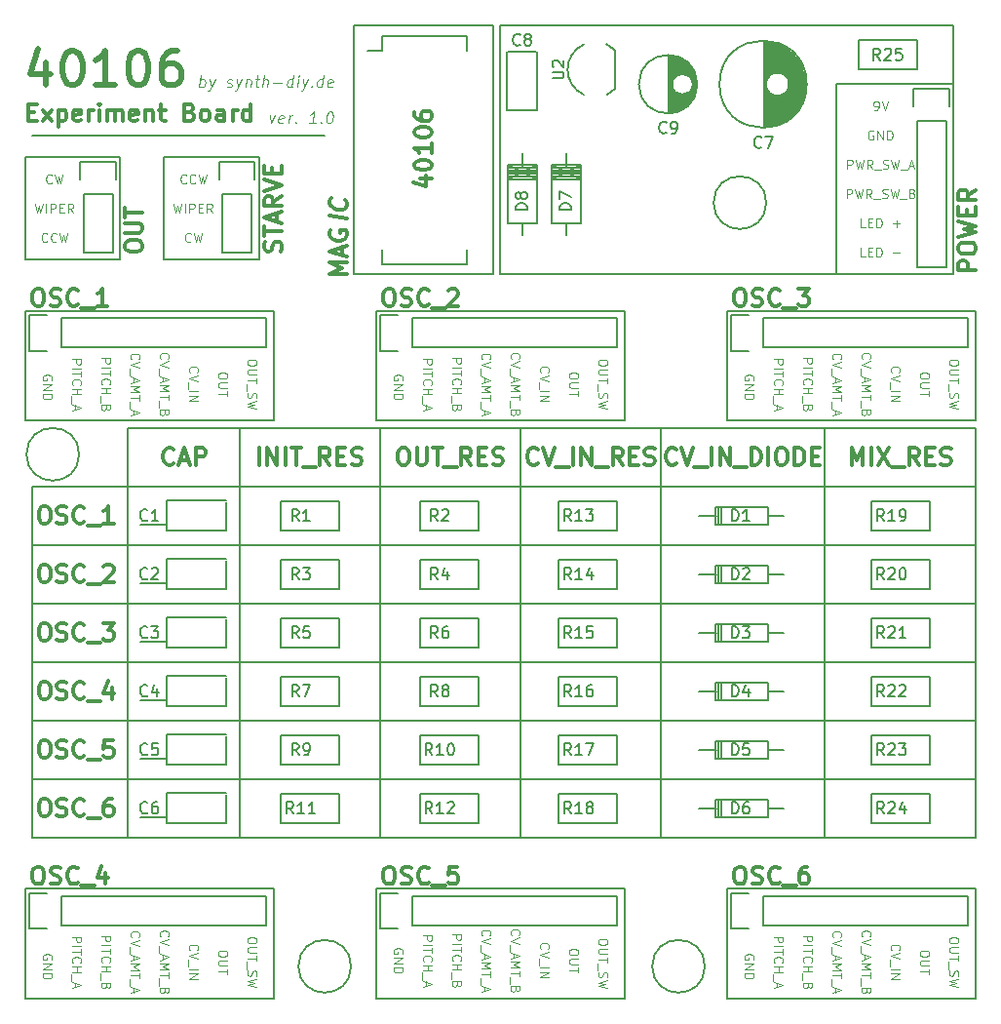
<source format=gbr>
G04 #@! TF.FileFunction,Legend,Top*
%FSLAX46Y46*%
G04 Gerber Fmt 4.6, Leading zero omitted, Abs format (unit mm)*
G04 Created by KiCad (PCBNEW 4.0.2+e4-6225~38~ubuntu14.04.1-stable) date Sa 25 Jun 2016 13:28:15 CEST*
%MOMM*%
G01*
G04 APERTURE LIST*
%ADD10C,0.100000*%
%ADD11C,0.200000*%
%ADD12C,0.300000*%
%ADD13C,0.125000*%
%ADD14C,0.500000*%
%ADD15C,0.150000*%
G04 APERTURE END LIST*
D10*
D11*
X107950000Y-86360000D02*
X108585000Y-86360000D01*
X108585000Y-81280000D02*
X107950000Y-81280000D01*
X107950000Y-76200000D02*
X108585000Y-76200000D01*
X107950000Y-71120000D02*
X108585000Y-71120000D01*
X107950000Y-66040000D02*
X108585000Y-66040000D01*
X108585000Y-60960000D02*
X108585000Y-66040000D01*
X107950000Y-60960000D02*
X108585000Y-60960000D01*
X108585000Y-91440000D02*
X107950000Y-91440000D01*
X108585000Y-55880000D02*
X108585000Y-91440000D01*
X107950000Y-55880000D02*
X108585000Y-55880000D01*
D12*
X54018571Y-37664821D02*
X52518571Y-37477321D01*
X53875714Y-36075535D02*
X53947143Y-36155893D01*
X54018571Y-36379107D01*
X54018571Y-36521964D01*
X53947143Y-36727321D01*
X53804286Y-36852322D01*
X53661429Y-36905893D01*
X53375714Y-36941607D01*
X53161429Y-36914822D01*
X52875714Y-36807678D01*
X52732857Y-36718393D01*
X52590000Y-36557678D01*
X52518571Y-36334464D01*
X52518571Y-36191607D01*
X52590000Y-35986250D01*
X52661429Y-35923750D01*
D11*
X106680000Y-20955000D02*
X106680000Y-21590000D01*
X67310000Y-20955000D02*
X106680000Y-20955000D01*
X67310000Y-21590000D02*
X67310000Y-20955000D01*
X66675000Y-20955000D02*
X66675000Y-21590000D01*
X54610000Y-20955000D02*
X66675000Y-20955000D01*
X54610000Y-21590000D02*
X54610000Y-20955000D01*
D12*
X54018571Y-42532857D02*
X52518571Y-42532857D01*
X53590000Y-42032857D01*
X52518571Y-41532857D01*
X54018571Y-41532857D01*
X53590000Y-40890000D02*
X53590000Y-40175714D01*
X54018571Y-41032857D02*
X52518571Y-40532857D01*
X54018571Y-40032857D01*
X52590000Y-38747143D02*
X52518571Y-38890000D01*
X52518571Y-39104286D01*
X52590000Y-39318571D01*
X52732857Y-39461429D01*
X52875714Y-39532857D01*
X53161429Y-39604286D01*
X53375714Y-39604286D01*
X53661429Y-39532857D01*
X53804286Y-39461429D01*
X53947143Y-39318571D01*
X54018571Y-39104286D01*
X54018571Y-38961429D01*
X53947143Y-38747143D01*
X53875714Y-38675714D01*
X53375714Y-38675714D01*
X53375714Y-38961429D01*
D11*
X54610000Y-42545000D02*
X66675000Y-42545000D01*
X54610000Y-21590000D02*
X54610000Y-42545000D01*
X66675000Y-42545000D02*
X66675000Y-21590000D01*
X95504000Y-55880000D02*
X95504000Y-91440000D01*
X81280000Y-55880000D02*
X81280000Y-91440000D01*
X69088000Y-55880000D02*
X69088000Y-91440000D01*
X56896000Y-55880000D02*
X56896000Y-91440000D01*
X44704000Y-55880000D02*
X44704000Y-91440000D01*
X34925000Y-55880000D02*
X107950000Y-55880000D01*
X34925000Y-60960000D02*
X34925000Y-55880000D01*
X34925000Y-60960000D02*
X34925000Y-91440000D01*
X36068000Y-89662000D02*
X38354000Y-89662000D01*
X36068000Y-84582000D02*
X38354000Y-84582000D01*
X38354000Y-79502000D02*
X38354000Y-79756000D01*
X36068000Y-79502000D02*
X38354000Y-79502000D01*
X36068000Y-74422000D02*
X38354000Y-74422000D01*
X36068000Y-69342000D02*
X38354000Y-69342000D01*
X36068000Y-64262000D02*
X38354000Y-64262000D01*
X106680000Y-21590000D02*
X106680000Y-26035000D01*
X67310000Y-42545000D02*
X67310000Y-21590000D01*
X96520000Y-42545000D02*
X67310000Y-42545000D01*
X26035000Y-41275000D02*
X34290000Y-41275000D01*
X26035000Y-32385000D02*
X26035000Y-41275000D01*
X34290000Y-32385000D02*
X26035000Y-32385000D01*
X34290000Y-41275000D02*
X34290000Y-32385000D01*
D13*
X28365476Y-34575714D02*
X28327381Y-34613810D01*
X28213095Y-34651905D01*
X28136905Y-34651905D01*
X28022619Y-34613810D01*
X27946428Y-34537619D01*
X27908333Y-34461429D01*
X27870238Y-34309048D01*
X27870238Y-34194762D01*
X27908333Y-34042381D01*
X27946428Y-33966190D01*
X28022619Y-33890000D01*
X28136905Y-33851905D01*
X28213095Y-33851905D01*
X28327381Y-33890000D01*
X28365476Y-33928095D01*
X28632143Y-33851905D02*
X28822619Y-34651905D01*
X28975000Y-34080476D01*
X29127381Y-34651905D01*
X29317857Y-33851905D01*
X26879762Y-36391905D02*
X27070238Y-37191905D01*
X27222619Y-36620476D01*
X27375000Y-37191905D01*
X27565476Y-36391905D01*
X27870238Y-37191905D02*
X27870238Y-36391905D01*
X28251190Y-37191905D02*
X28251190Y-36391905D01*
X28555952Y-36391905D01*
X28632143Y-36430000D01*
X28670238Y-36468095D01*
X28708333Y-36544286D01*
X28708333Y-36658571D01*
X28670238Y-36734762D01*
X28632143Y-36772857D01*
X28555952Y-36810952D01*
X28251190Y-36810952D01*
X29051190Y-36772857D02*
X29317857Y-36772857D01*
X29432143Y-37191905D02*
X29051190Y-37191905D01*
X29051190Y-36391905D01*
X29432143Y-36391905D01*
X30232143Y-37191905D02*
X29965476Y-36810952D01*
X29775000Y-37191905D02*
X29775000Y-36391905D01*
X30079762Y-36391905D01*
X30155953Y-36430000D01*
X30194048Y-36468095D01*
X30232143Y-36544286D01*
X30232143Y-36658571D01*
X30194048Y-36734762D01*
X30155953Y-36772857D01*
X30079762Y-36810952D01*
X29775000Y-36810952D01*
X27965476Y-39655714D02*
X27927381Y-39693810D01*
X27813095Y-39731905D01*
X27736905Y-39731905D01*
X27622619Y-39693810D01*
X27546428Y-39617619D01*
X27508333Y-39541429D01*
X27470238Y-39389048D01*
X27470238Y-39274762D01*
X27508333Y-39122381D01*
X27546428Y-39046190D01*
X27622619Y-38970000D01*
X27736905Y-38931905D01*
X27813095Y-38931905D01*
X27927381Y-38970000D01*
X27965476Y-39008095D01*
X28765476Y-39655714D02*
X28727381Y-39693810D01*
X28613095Y-39731905D01*
X28536905Y-39731905D01*
X28422619Y-39693810D01*
X28346428Y-39617619D01*
X28308333Y-39541429D01*
X28270238Y-39389048D01*
X28270238Y-39274762D01*
X28308333Y-39122381D01*
X28346428Y-39046190D01*
X28422619Y-38970000D01*
X28536905Y-38931905D01*
X28613095Y-38931905D01*
X28727381Y-38970000D01*
X28765476Y-39008095D01*
X29032143Y-38931905D02*
X29222619Y-39731905D01*
X29375000Y-39160476D01*
X29527381Y-39731905D01*
X29717857Y-38931905D01*
D11*
X46355000Y-41275000D02*
X46355000Y-32385000D01*
X38100000Y-41275000D02*
X46355000Y-41275000D01*
X38100000Y-32385000D02*
X38100000Y-41275000D01*
X46355000Y-32385000D02*
X38100000Y-32385000D01*
D13*
X40430476Y-39655714D02*
X40392381Y-39693810D01*
X40278095Y-39731905D01*
X40201905Y-39731905D01*
X40087619Y-39693810D01*
X40011428Y-39617619D01*
X39973333Y-39541429D01*
X39935238Y-39389048D01*
X39935238Y-39274762D01*
X39973333Y-39122381D01*
X40011428Y-39046190D01*
X40087619Y-38970000D01*
X40201905Y-38931905D01*
X40278095Y-38931905D01*
X40392381Y-38970000D01*
X40430476Y-39008095D01*
X40697143Y-38931905D02*
X40887619Y-39731905D01*
X41040000Y-39160476D01*
X41192381Y-39731905D01*
X41382857Y-38931905D01*
X38944762Y-36391905D02*
X39135238Y-37191905D01*
X39287619Y-36620476D01*
X39440000Y-37191905D01*
X39630476Y-36391905D01*
X39935238Y-37191905D02*
X39935238Y-36391905D01*
X40316190Y-37191905D02*
X40316190Y-36391905D01*
X40620952Y-36391905D01*
X40697143Y-36430000D01*
X40735238Y-36468095D01*
X40773333Y-36544286D01*
X40773333Y-36658571D01*
X40735238Y-36734762D01*
X40697143Y-36772857D01*
X40620952Y-36810952D01*
X40316190Y-36810952D01*
X41116190Y-36772857D02*
X41382857Y-36772857D01*
X41497143Y-37191905D02*
X41116190Y-37191905D01*
X41116190Y-36391905D01*
X41497143Y-36391905D01*
X42297143Y-37191905D02*
X42030476Y-36810952D01*
X41840000Y-37191905D02*
X41840000Y-36391905D01*
X42144762Y-36391905D01*
X42220953Y-36430000D01*
X42259048Y-36468095D01*
X42297143Y-36544286D01*
X42297143Y-36658571D01*
X42259048Y-36734762D01*
X42220953Y-36772857D01*
X42144762Y-36810952D01*
X41840000Y-36810952D01*
X40030476Y-34575714D02*
X39992381Y-34613810D01*
X39878095Y-34651905D01*
X39801905Y-34651905D01*
X39687619Y-34613810D01*
X39611428Y-34537619D01*
X39573333Y-34461429D01*
X39535238Y-34309048D01*
X39535238Y-34194762D01*
X39573333Y-34042381D01*
X39611428Y-33966190D01*
X39687619Y-33890000D01*
X39801905Y-33851905D01*
X39878095Y-33851905D01*
X39992381Y-33890000D01*
X40030476Y-33928095D01*
X40830476Y-34575714D02*
X40792381Y-34613810D01*
X40678095Y-34651905D01*
X40601905Y-34651905D01*
X40487619Y-34613810D01*
X40411428Y-34537619D01*
X40373333Y-34461429D01*
X40335238Y-34309048D01*
X40335238Y-34194762D01*
X40373333Y-34042381D01*
X40411428Y-33966190D01*
X40487619Y-33890000D01*
X40601905Y-33851905D01*
X40678095Y-33851905D01*
X40792381Y-33890000D01*
X40830476Y-33928095D01*
X41097143Y-33851905D02*
X41287619Y-34651905D01*
X41440000Y-34080476D01*
X41592381Y-34651905D01*
X41782857Y-33851905D01*
D11*
X96520000Y-26035000D02*
X106680000Y-26035000D01*
X96520000Y-42545000D02*
X96520000Y-26035000D01*
X106680000Y-42545000D02*
X96520000Y-42545000D01*
X106680000Y-26035000D02*
X106680000Y-42545000D01*
D13*
X99015715Y-38461905D02*
X98634762Y-38461905D01*
X98634762Y-37661905D01*
X99282381Y-38042857D02*
X99549048Y-38042857D01*
X99663334Y-38461905D02*
X99282381Y-38461905D01*
X99282381Y-37661905D01*
X99663334Y-37661905D01*
X100006191Y-38461905D02*
X100006191Y-37661905D01*
X100196667Y-37661905D01*
X100310953Y-37700000D01*
X100387144Y-37776190D01*
X100425239Y-37852381D01*
X100463334Y-38004762D01*
X100463334Y-38119048D01*
X100425239Y-38271429D01*
X100387144Y-38347619D01*
X100310953Y-38423810D01*
X100196667Y-38461905D01*
X100006191Y-38461905D01*
X101415715Y-38157143D02*
X102025239Y-38157143D01*
X101720477Y-38461905D02*
X101720477Y-37852381D01*
X97415714Y-35921905D02*
X97415714Y-35121905D01*
X97720476Y-35121905D01*
X97796667Y-35160000D01*
X97834762Y-35198095D01*
X97872857Y-35274286D01*
X97872857Y-35388571D01*
X97834762Y-35464762D01*
X97796667Y-35502857D01*
X97720476Y-35540952D01*
X97415714Y-35540952D01*
X98139524Y-35121905D02*
X98330000Y-35921905D01*
X98482381Y-35350476D01*
X98634762Y-35921905D01*
X98825238Y-35121905D01*
X99587143Y-35921905D02*
X99320476Y-35540952D01*
X99130000Y-35921905D02*
X99130000Y-35121905D01*
X99434762Y-35121905D01*
X99510953Y-35160000D01*
X99549048Y-35198095D01*
X99587143Y-35274286D01*
X99587143Y-35388571D01*
X99549048Y-35464762D01*
X99510953Y-35502857D01*
X99434762Y-35540952D01*
X99130000Y-35540952D01*
X99739524Y-35998095D02*
X100349048Y-35998095D01*
X100501429Y-35883810D02*
X100615715Y-35921905D01*
X100806191Y-35921905D01*
X100882381Y-35883810D01*
X100920477Y-35845714D01*
X100958572Y-35769524D01*
X100958572Y-35693333D01*
X100920477Y-35617143D01*
X100882381Y-35579048D01*
X100806191Y-35540952D01*
X100653810Y-35502857D01*
X100577619Y-35464762D01*
X100539524Y-35426667D01*
X100501429Y-35350476D01*
X100501429Y-35274286D01*
X100539524Y-35198095D01*
X100577619Y-35160000D01*
X100653810Y-35121905D01*
X100844286Y-35121905D01*
X100958572Y-35160000D01*
X101225239Y-35121905D02*
X101415715Y-35921905D01*
X101568096Y-35350476D01*
X101720477Y-35921905D01*
X101910953Y-35121905D01*
X102025239Y-35998095D02*
X102634763Y-35998095D01*
X103091906Y-35502857D02*
X103206192Y-35540952D01*
X103244287Y-35579048D01*
X103282382Y-35655238D01*
X103282382Y-35769524D01*
X103244287Y-35845714D01*
X103206192Y-35883810D01*
X103130001Y-35921905D01*
X102825239Y-35921905D01*
X102825239Y-35121905D01*
X103091906Y-35121905D01*
X103168096Y-35160000D01*
X103206192Y-35198095D01*
X103244287Y-35274286D01*
X103244287Y-35350476D01*
X103206192Y-35426667D01*
X103168096Y-35464762D01*
X103091906Y-35502857D01*
X102825239Y-35502857D01*
X97472857Y-33381905D02*
X97472857Y-32581905D01*
X97777619Y-32581905D01*
X97853810Y-32620000D01*
X97891905Y-32658095D01*
X97930000Y-32734286D01*
X97930000Y-32848571D01*
X97891905Y-32924762D01*
X97853810Y-32962857D01*
X97777619Y-33000952D01*
X97472857Y-33000952D01*
X98196667Y-32581905D02*
X98387143Y-33381905D01*
X98539524Y-32810476D01*
X98691905Y-33381905D01*
X98882381Y-32581905D01*
X99644286Y-33381905D02*
X99377619Y-33000952D01*
X99187143Y-33381905D02*
X99187143Y-32581905D01*
X99491905Y-32581905D01*
X99568096Y-32620000D01*
X99606191Y-32658095D01*
X99644286Y-32734286D01*
X99644286Y-32848571D01*
X99606191Y-32924762D01*
X99568096Y-32962857D01*
X99491905Y-33000952D01*
X99187143Y-33000952D01*
X99796667Y-33458095D02*
X100406191Y-33458095D01*
X100558572Y-33343810D02*
X100672858Y-33381905D01*
X100863334Y-33381905D01*
X100939524Y-33343810D01*
X100977620Y-33305714D01*
X101015715Y-33229524D01*
X101015715Y-33153333D01*
X100977620Y-33077143D01*
X100939524Y-33039048D01*
X100863334Y-33000952D01*
X100710953Y-32962857D01*
X100634762Y-32924762D01*
X100596667Y-32886667D01*
X100558572Y-32810476D01*
X100558572Y-32734286D01*
X100596667Y-32658095D01*
X100634762Y-32620000D01*
X100710953Y-32581905D01*
X100901429Y-32581905D01*
X101015715Y-32620000D01*
X101282382Y-32581905D02*
X101472858Y-33381905D01*
X101625239Y-32810476D01*
X101777620Y-33381905D01*
X101968096Y-32581905D01*
X102082382Y-33458095D02*
X102691906Y-33458095D01*
X102844287Y-33153333D02*
X103225239Y-33153333D01*
X102768096Y-33381905D02*
X103034763Y-32581905D01*
X103301430Y-33381905D01*
X99834762Y-28301905D02*
X99987143Y-28301905D01*
X100063334Y-28263810D01*
X100101429Y-28225714D01*
X100177620Y-28111429D01*
X100215715Y-27959048D01*
X100215715Y-27654286D01*
X100177620Y-27578095D01*
X100139524Y-27540000D01*
X100063334Y-27501905D01*
X99910953Y-27501905D01*
X99834762Y-27540000D01*
X99796667Y-27578095D01*
X99758572Y-27654286D01*
X99758572Y-27844762D01*
X99796667Y-27920952D01*
X99834762Y-27959048D01*
X99910953Y-27997143D01*
X100063334Y-27997143D01*
X100139524Y-27959048D01*
X100177620Y-27920952D01*
X100215715Y-27844762D01*
X100444286Y-27501905D02*
X100710953Y-28301905D01*
X100977620Y-27501905D01*
X99720477Y-30080000D02*
X99644286Y-30041905D01*
X99530001Y-30041905D01*
X99415715Y-30080000D01*
X99339524Y-30156190D01*
X99301429Y-30232381D01*
X99263334Y-30384762D01*
X99263334Y-30499048D01*
X99301429Y-30651429D01*
X99339524Y-30727619D01*
X99415715Y-30803810D01*
X99530001Y-30841905D01*
X99606191Y-30841905D01*
X99720477Y-30803810D01*
X99758572Y-30765714D01*
X99758572Y-30499048D01*
X99606191Y-30499048D01*
X100101429Y-30841905D02*
X100101429Y-30041905D01*
X100558572Y-30841905D01*
X100558572Y-30041905D01*
X100939524Y-30841905D02*
X100939524Y-30041905D01*
X101130000Y-30041905D01*
X101244286Y-30080000D01*
X101320477Y-30156190D01*
X101358572Y-30232381D01*
X101396667Y-30384762D01*
X101396667Y-30499048D01*
X101358572Y-30651429D01*
X101320477Y-30727619D01*
X101244286Y-30803810D01*
X101130000Y-30841905D01*
X100939524Y-30841905D01*
X99015715Y-41001905D02*
X98634762Y-41001905D01*
X98634762Y-40201905D01*
X99282381Y-40582857D02*
X99549048Y-40582857D01*
X99663334Y-41001905D02*
X99282381Y-41001905D01*
X99282381Y-40201905D01*
X99663334Y-40201905D01*
X100006191Y-41001905D02*
X100006191Y-40201905D01*
X100196667Y-40201905D01*
X100310953Y-40240000D01*
X100387144Y-40316190D01*
X100425239Y-40392381D01*
X100463334Y-40544762D01*
X100463334Y-40659048D01*
X100425239Y-40811429D01*
X100387144Y-40887619D01*
X100310953Y-40963810D01*
X100196667Y-41001905D01*
X100006191Y-41001905D01*
X101415715Y-40697143D02*
X102025239Y-40697143D01*
D11*
X56515000Y-55245000D02*
X56515000Y-45720000D01*
X78105000Y-55245000D02*
X56515000Y-55245000D01*
X78105000Y-54610000D02*
X78105000Y-55245000D01*
X78105000Y-45720000D02*
X78105000Y-54610000D01*
X56515000Y-45720000D02*
X78105000Y-45720000D01*
X26035000Y-55245000D02*
X26035000Y-45720000D01*
X26670000Y-55245000D02*
X26035000Y-55245000D01*
X47625000Y-55245000D02*
X26670000Y-55245000D01*
X47625000Y-45720000D02*
X47625000Y-55245000D01*
X26035000Y-45720000D02*
X47625000Y-45720000D01*
D13*
X28340000Y-51714477D02*
X28378095Y-51638286D01*
X28378095Y-51524001D01*
X28340000Y-51409715D01*
X28263810Y-51333524D01*
X28187619Y-51295429D01*
X28035238Y-51257334D01*
X27920952Y-51257334D01*
X27768571Y-51295429D01*
X27692381Y-51333524D01*
X27616190Y-51409715D01*
X27578095Y-51524001D01*
X27578095Y-51600191D01*
X27616190Y-51714477D01*
X27654286Y-51752572D01*
X27920952Y-51752572D01*
X27920952Y-51600191D01*
X27578095Y-52095429D02*
X28378095Y-52095429D01*
X27578095Y-52552572D01*
X28378095Y-52552572D01*
X27578095Y-52933524D02*
X28378095Y-52933524D01*
X28378095Y-53124000D01*
X28340000Y-53238286D01*
X28263810Y-53314477D01*
X28187619Y-53352572D01*
X28035238Y-53390667D01*
X27920952Y-53390667D01*
X27768571Y-53352572D01*
X27692381Y-53314477D01*
X27616190Y-53238286D01*
X27578095Y-53124000D01*
X27578095Y-52933524D01*
X46158095Y-50127143D02*
X46158095Y-50279524D01*
X46120000Y-50355715D01*
X46043810Y-50431905D01*
X45891429Y-50470000D01*
X45624762Y-50470000D01*
X45472381Y-50431905D01*
X45396190Y-50355715D01*
X45358095Y-50279524D01*
X45358095Y-50127143D01*
X45396190Y-50050953D01*
X45472381Y-49974762D01*
X45624762Y-49936667D01*
X45891429Y-49936667D01*
X46043810Y-49974762D01*
X46120000Y-50050953D01*
X46158095Y-50127143D01*
X46158095Y-50812857D02*
X45510476Y-50812857D01*
X45434286Y-50850952D01*
X45396190Y-50889048D01*
X45358095Y-50965238D01*
X45358095Y-51117619D01*
X45396190Y-51193810D01*
X45434286Y-51231905D01*
X45510476Y-51270000D01*
X46158095Y-51270000D01*
X46158095Y-51536666D02*
X46158095Y-51993809D01*
X45358095Y-51765238D02*
X46158095Y-51765238D01*
X45281905Y-52070000D02*
X45281905Y-52679524D01*
X45396190Y-52831905D02*
X45358095Y-52946191D01*
X45358095Y-53136667D01*
X45396190Y-53212857D01*
X45434286Y-53250953D01*
X45510476Y-53289048D01*
X45586667Y-53289048D01*
X45662857Y-53250953D01*
X45700952Y-53212857D01*
X45739048Y-53136667D01*
X45777143Y-52984286D01*
X45815238Y-52908095D01*
X45853333Y-52870000D01*
X45929524Y-52831905D01*
X46005714Y-52831905D01*
X46081905Y-52870000D01*
X46120000Y-52908095D01*
X46158095Y-52984286D01*
X46158095Y-53174762D01*
X46120000Y-53289048D01*
X46158095Y-53555715D02*
X45358095Y-53746191D01*
X45929524Y-53898572D01*
X45358095Y-54050953D01*
X46158095Y-54241429D01*
X43618095Y-51270000D02*
X43618095Y-51422381D01*
X43580000Y-51498572D01*
X43503810Y-51574762D01*
X43351429Y-51612857D01*
X43084762Y-51612857D01*
X42932381Y-51574762D01*
X42856190Y-51498572D01*
X42818095Y-51422381D01*
X42818095Y-51270000D01*
X42856190Y-51193810D01*
X42932381Y-51117619D01*
X43084762Y-51079524D01*
X43351429Y-51079524D01*
X43503810Y-51117619D01*
X43580000Y-51193810D01*
X43618095Y-51270000D01*
X43618095Y-51955714D02*
X42970476Y-51955714D01*
X42894286Y-51993809D01*
X42856190Y-52031905D01*
X42818095Y-52108095D01*
X42818095Y-52260476D01*
X42856190Y-52336667D01*
X42894286Y-52374762D01*
X42970476Y-52412857D01*
X43618095Y-52412857D01*
X43618095Y-52679523D02*
X43618095Y-53136666D01*
X42818095Y-52908095D02*
X43618095Y-52908095D01*
X40354286Y-51060477D02*
X40316190Y-51022382D01*
X40278095Y-50908096D01*
X40278095Y-50831906D01*
X40316190Y-50717620D01*
X40392381Y-50641429D01*
X40468571Y-50603334D01*
X40620952Y-50565239D01*
X40735238Y-50565239D01*
X40887619Y-50603334D01*
X40963810Y-50641429D01*
X41040000Y-50717620D01*
X41078095Y-50831906D01*
X41078095Y-50908096D01*
X41040000Y-51022382D01*
X41001905Y-51060477D01*
X41078095Y-51289048D02*
X40278095Y-51555715D01*
X41078095Y-51822382D01*
X40201905Y-51898572D02*
X40201905Y-52508096D01*
X40278095Y-52698572D02*
X41078095Y-52698572D01*
X40278095Y-53079524D02*
X41078095Y-53079524D01*
X40278095Y-53536667D01*
X41078095Y-53536667D01*
X37814286Y-49860476D02*
X37776190Y-49822381D01*
X37738095Y-49708095D01*
X37738095Y-49631905D01*
X37776190Y-49517619D01*
X37852381Y-49441428D01*
X37928571Y-49403333D01*
X38080952Y-49365238D01*
X38195238Y-49365238D01*
X38347619Y-49403333D01*
X38423810Y-49441428D01*
X38500000Y-49517619D01*
X38538095Y-49631905D01*
X38538095Y-49708095D01*
X38500000Y-49822381D01*
X38461905Y-49860476D01*
X38538095Y-50089047D02*
X37738095Y-50355714D01*
X38538095Y-50622381D01*
X37661905Y-50698571D02*
X37661905Y-51308095D01*
X37966667Y-51460476D02*
X37966667Y-51841428D01*
X37738095Y-51384285D02*
X38538095Y-51650952D01*
X37738095Y-51917619D01*
X37738095Y-52184285D02*
X38538095Y-52184285D01*
X37966667Y-52450952D01*
X38538095Y-52717619D01*
X37738095Y-52717619D01*
X38538095Y-52984285D02*
X38538095Y-53441428D01*
X37738095Y-53212857D02*
X38538095Y-53212857D01*
X37661905Y-53517619D02*
X37661905Y-54127143D01*
X38157143Y-54584286D02*
X38119048Y-54698572D01*
X38080952Y-54736667D01*
X38004762Y-54774762D01*
X37890476Y-54774762D01*
X37814286Y-54736667D01*
X37776190Y-54698572D01*
X37738095Y-54622381D01*
X37738095Y-54317619D01*
X38538095Y-54317619D01*
X38538095Y-54584286D01*
X38500000Y-54660476D01*
X38461905Y-54698572D01*
X38385714Y-54736667D01*
X38309524Y-54736667D01*
X38233333Y-54698572D01*
X38195238Y-54660476D01*
X38157143Y-54584286D01*
X38157143Y-54317619D01*
X35274286Y-49917619D02*
X35236190Y-49879524D01*
X35198095Y-49765238D01*
X35198095Y-49689048D01*
X35236190Y-49574762D01*
X35312381Y-49498571D01*
X35388571Y-49460476D01*
X35540952Y-49422381D01*
X35655238Y-49422381D01*
X35807619Y-49460476D01*
X35883810Y-49498571D01*
X35960000Y-49574762D01*
X35998095Y-49689048D01*
X35998095Y-49765238D01*
X35960000Y-49879524D01*
X35921905Y-49917619D01*
X35998095Y-50146190D02*
X35198095Y-50412857D01*
X35998095Y-50679524D01*
X35121905Y-50755714D02*
X35121905Y-51365238D01*
X35426667Y-51517619D02*
X35426667Y-51898571D01*
X35198095Y-51441428D02*
X35998095Y-51708095D01*
X35198095Y-51974762D01*
X35198095Y-52241428D02*
X35998095Y-52241428D01*
X35426667Y-52508095D01*
X35998095Y-52774762D01*
X35198095Y-52774762D01*
X35998095Y-53041428D02*
X35998095Y-53498571D01*
X35198095Y-53270000D02*
X35998095Y-53270000D01*
X35121905Y-53574762D02*
X35121905Y-54184286D01*
X35426667Y-54336667D02*
X35426667Y-54717619D01*
X35198095Y-54260476D02*
X35998095Y-54527143D01*
X35198095Y-54793810D01*
X32658095Y-49841429D02*
X33458095Y-49841429D01*
X33458095Y-50146191D01*
X33420000Y-50222382D01*
X33381905Y-50260477D01*
X33305714Y-50298572D01*
X33191429Y-50298572D01*
X33115238Y-50260477D01*
X33077143Y-50222382D01*
X33039048Y-50146191D01*
X33039048Y-49841429D01*
X32658095Y-50641429D02*
X33458095Y-50641429D01*
X33458095Y-50908095D02*
X33458095Y-51365238D01*
X32658095Y-51136667D02*
X33458095Y-51136667D01*
X32734286Y-52089048D02*
X32696190Y-52050953D01*
X32658095Y-51936667D01*
X32658095Y-51860477D01*
X32696190Y-51746191D01*
X32772381Y-51670000D01*
X32848571Y-51631905D01*
X33000952Y-51593810D01*
X33115238Y-51593810D01*
X33267619Y-51631905D01*
X33343810Y-51670000D01*
X33420000Y-51746191D01*
X33458095Y-51860477D01*
X33458095Y-51936667D01*
X33420000Y-52050953D01*
X33381905Y-52089048D01*
X32658095Y-52431905D02*
X33458095Y-52431905D01*
X33077143Y-52431905D02*
X33077143Y-52889048D01*
X32658095Y-52889048D02*
X33458095Y-52889048D01*
X32581905Y-53079524D02*
X32581905Y-53689048D01*
X33077143Y-54146191D02*
X33039048Y-54260477D01*
X33000952Y-54298572D01*
X32924762Y-54336667D01*
X32810476Y-54336667D01*
X32734286Y-54298572D01*
X32696190Y-54260477D01*
X32658095Y-54184286D01*
X32658095Y-53879524D01*
X33458095Y-53879524D01*
X33458095Y-54146191D01*
X33420000Y-54222381D01*
X33381905Y-54260477D01*
X33305714Y-54298572D01*
X33229524Y-54298572D01*
X33153333Y-54260477D01*
X33115238Y-54222381D01*
X33077143Y-54146191D01*
X33077143Y-53879524D01*
X30118095Y-49898572D02*
X30918095Y-49898572D01*
X30918095Y-50203334D01*
X30880000Y-50279525D01*
X30841905Y-50317620D01*
X30765714Y-50355715D01*
X30651429Y-50355715D01*
X30575238Y-50317620D01*
X30537143Y-50279525D01*
X30499048Y-50203334D01*
X30499048Y-49898572D01*
X30118095Y-50698572D02*
X30918095Y-50698572D01*
X30918095Y-50965238D02*
X30918095Y-51422381D01*
X30118095Y-51193810D02*
X30918095Y-51193810D01*
X30194286Y-52146191D02*
X30156190Y-52108096D01*
X30118095Y-51993810D01*
X30118095Y-51917620D01*
X30156190Y-51803334D01*
X30232381Y-51727143D01*
X30308571Y-51689048D01*
X30460952Y-51650953D01*
X30575238Y-51650953D01*
X30727619Y-51689048D01*
X30803810Y-51727143D01*
X30880000Y-51803334D01*
X30918095Y-51917620D01*
X30918095Y-51993810D01*
X30880000Y-52108096D01*
X30841905Y-52146191D01*
X30118095Y-52489048D02*
X30918095Y-52489048D01*
X30537143Y-52489048D02*
X30537143Y-52946191D01*
X30118095Y-52946191D02*
X30918095Y-52946191D01*
X30041905Y-53136667D02*
X30041905Y-53746191D01*
X30346667Y-53898572D02*
X30346667Y-54279524D01*
X30118095Y-53822381D02*
X30918095Y-54089048D01*
X30118095Y-54355715D01*
X58820000Y-51714477D02*
X58858095Y-51638286D01*
X58858095Y-51524001D01*
X58820000Y-51409715D01*
X58743810Y-51333524D01*
X58667619Y-51295429D01*
X58515238Y-51257334D01*
X58400952Y-51257334D01*
X58248571Y-51295429D01*
X58172381Y-51333524D01*
X58096190Y-51409715D01*
X58058095Y-51524001D01*
X58058095Y-51600191D01*
X58096190Y-51714477D01*
X58134286Y-51752572D01*
X58400952Y-51752572D01*
X58400952Y-51600191D01*
X58058095Y-52095429D02*
X58858095Y-52095429D01*
X58058095Y-52552572D01*
X58858095Y-52552572D01*
X58058095Y-52933524D02*
X58858095Y-52933524D01*
X58858095Y-53124000D01*
X58820000Y-53238286D01*
X58743810Y-53314477D01*
X58667619Y-53352572D01*
X58515238Y-53390667D01*
X58400952Y-53390667D01*
X58248571Y-53352572D01*
X58172381Y-53314477D01*
X58096190Y-53238286D01*
X58058095Y-53124000D01*
X58058095Y-52933524D01*
X76638095Y-50127143D02*
X76638095Y-50279524D01*
X76600000Y-50355715D01*
X76523810Y-50431905D01*
X76371429Y-50470000D01*
X76104762Y-50470000D01*
X75952381Y-50431905D01*
X75876190Y-50355715D01*
X75838095Y-50279524D01*
X75838095Y-50127143D01*
X75876190Y-50050953D01*
X75952381Y-49974762D01*
X76104762Y-49936667D01*
X76371429Y-49936667D01*
X76523810Y-49974762D01*
X76600000Y-50050953D01*
X76638095Y-50127143D01*
X76638095Y-50812857D02*
X75990476Y-50812857D01*
X75914286Y-50850952D01*
X75876190Y-50889048D01*
X75838095Y-50965238D01*
X75838095Y-51117619D01*
X75876190Y-51193810D01*
X75914286Y-51231905D01*
X75990476Y-51270000D01*
X76638095Y-51270000D01*
X76638095Y-51536666D02*
X76638095Y-51993809D01*
X75838095Y-51765238D02*
X76638095Y-51765238D01*
X75761905Y-52070000D02*
X75761905Y-52679524D01*
X75876190Y-52831905D02*
X75838095Y-52946191D01*
X75838095Y-53136667D01*
X75876190Y-53212857D01*
X75914286Y-53250953D01*
X75990476Y-53289048D01*
X76066667Y-53289048D01*
X76142857Y-53250953D01*
X76180952Y-53212857D01*
X76219048Y-53136667D01*
X76257143Y-52984286D01*
X76295238Y-52908095D01*
X76333333Y-52870000D01*
X76409524Y-52831905D01*
X76485714Y-52831905D01*
X76561905Y-52870000D01*
X76600000Y-52908095D01*
X76638095Y-52984286D01*
X76638095Y-53174762D01*
X76600000Y-53289048D01*
X76638095Y-53555715D02*
X75838095Y-53746191D01*
X76409524Y-53898572D01*
X75838095Y-54050953D01*
X76638095Y-54241429D01*
X74098095Y-51270000D02*
X74098095Y-51422381D01*
X74060000Y-51498572D01*
X73983810Y-51574762D01*
X73831429Y-51612857D01*
X73564762Y-51612857D01*
X73412381Y-51574762D01*
X73336190Y-51498572D01*
X73298095Y-51422381D01*
X73298095Y-51270000D01*
X73336190Y-51193810D01*
X73412381Y-51117619D01*
X73564762Y-51079524D01*
X73831429Y-51079524D01*
X73983810Y-51117619D01*
X74060000Y-51193810D01*
X74098095Y-51270000D01*
X74098095Y-51955714D02*
X73450476Y-51955714D01*
X73374286Y-51993809D01*
X73336190Y-52031905D01*
X73298095Y-52108095D01*
X73298095Y-52260476D01*
X73336190Y-52336667D01*
X73374286Y-52374762D01*
X73450476Y-52412857D01*
X74098095Y-52412857D01*
X74098095Y-52679523D02*
X74098095Y-53136666D01*
X73298095Y-52908095D02*
X74098095Y-52908095D01*
X70834286Y-51060477D02*
X70796190Y-51022382D01*
X70758095Y-50908096D01*
X70758095Y-50831906D01*
X70796190Y-50717620D01*
X70872381Y-50641429D01*
X70948571Y-50603334D01*
X71100952Y-50565239D01*
X71215238Y-50565239D01*
X71367619Y-50603334D01*
X71443810Y-50641429D01*
X71520000Y-50717620D01*
X71558095Y-50831906D01*
X71558095Y-50908096D01*
X71520000Y-51022382D01*
X71481905Y-51060477D01*
X71558095Y-51289048D02*
X70758095Y-51555715D01*
X71558095Y-51822382D01*
X70681905Y-51898572D02*
X70681905Y-52508096D01*
X70758095Y-52698572D02*
X71558095Y-52698572D01*
X70758095Y-53079524D02*
X71558095Y-53079524D01*
X70758095Y-53536667D01*
X71558095Y-53536667D01*
X68294286Y-49860476D02*
X68256190Y-49822381D01*
X68218095Y-49708095D01*
X68218095Y-49631905D01*
X68256190Y-49517619D01*
X68332381Y-49441428D01*
X68408571Y-49403333D01*
X68560952Y-49365238D01*
X68675238Y-49365238D01*
X68827619Y-49403333D01*
X68903810Y-49441428D01*
X68980000Y-49517619D01*
X69018095Y-49631905D01*
X69018095Y-49708095D01*
X68980000Y-49822381D01*
X68941905Y-49860476D01*
X69018095Y-50089047D02*
X68218095Y-50355714D01*
X69018095Y-50622381D01*
X68141905Y-50698571D02*
X68141905Y-51308095D01*
X68446667Y-51460476D02*
X68446667Y-51841428D01*
X68218095Y-51384285D02*
X69018095Y-51650952D01*
X68218095Y-51917619D01*
X68218095Y-52184285D02*
X69018095Y-52184285D01*
X68446667Y-52450952D01*
X69018095Y-52717619D01*
X68218095Y-52717619D01*
X69018095Y-52984285D02*
X69018095Y-53441428D01*
X68218095Y-53212857D02*
X69018095Y-53212857D01*
X68141905Y-53517619D02*
X68141905Y-54127143D01*
X68637143Y-54584286D02*
X68599048Y-54698572D01*
X68560952Y-54736667D01*
X68484762Y-54774762D01*
X68370476Y-54774762D01*
X68294286Y-54736667D01*
X68256190Y-54698572D01*
X68218095Y-54622381D01*
X68218095Y-54317619D01*
X69018095Y-54317619D01*
X69018095Y-54584286D01*
X68980000Y-54660476D01*
X68941905Y-54698572D01*
X68865714Y-54736667D01*
X68789524Y-54736667D01*
X68713333Y-54698572D01*
X68675238Y-54660476D01*
X68637143Y-54584286D01*
X68637143Y-54317619D01*
X65754286Y-49917619D02*
X65716190Y-49879524D01*
X65678095Y-49765238D01*
X65678095Y-49689048D01*
X65716190Y-49574762D01*
X65792381Y-49498571D01*
X65868571Y-49460476D01*
X66020952Y-49422381D01*
X66135238Y-49422381D01*
X66287619Y-49460476D01*
X66363810Y-49498571D01*
X66440000Y-49574762D01*
X66478095Y-49689048D01*
X66478095Y-49765238D01*
X66440000Y-49879524D01*
X66401905Y-49917619D01*
X66478095Y-50146190D02*
X65678095Y-50412857D01*
X66478095Y-50679524D01*
X65601905Y-50755714D02*
X65601905Y-51365238D01*
X65906667Y-51517619D02*
X65906667Y-51898571D01*
X65678095Y-51441428D02*
X66478095Y-51708095D01*
X65678095Y-51974762D01*
X65678095Y-52241428D02*
X66478095Y-52241428D01*
X65906667Y-52508095D01*
X66478095Y-52774762D01*
X65678095Y-52774762D01*
X66478095Y-53041428D02*
X66478095Y-53498571D01*
X65678095Y-53270000D02*
X66478095Y-53270000D01*
X65601905Y-53574762D02*
X65601905Y-54184286D01*
X65906667Y-54336667D02*
X65906667Y-54717619D01*
X65678095Y-54260476D02*
X66478095Y-54527143D01*
X65678095Y-54793810D01*
X63138095Y-49841429D02*
X63938095Y-49841429D01*
X63938095Y-50146191D01*
X63900000Y-50222382D01*
X63861905Y-50260477D01*
X63785714Y-50298572D01*
X63671429Y-50298572D01*
X63595238Y-50260477D01*
X63557143Y-50222382D01*
X63519048Y-50146191D01*
X63519048Y-49841429D01*
X63138095Y-50641429D02*
X63938095Y-50641429D01*
X63938095Y-50908095D02*
X63938095Y-51365238D01*
X63138095Y-51136667D02*
X63938095Y-51136667D01*
X63214286Y-52089048D02*
X63176190Y-52050953D01*
X63138095Y-51936667D01*
X63138095Y-51860477D01*
X63176190Y-51746191D01*
X63252381Y-51670000D01*
X63328571Y-51631905D01*
X63480952Y-51593810D01*
X63595238Y-51593810D01*
X63747619Y-51631905D01*
X63823810Y-51670000D01*
X63900000Y-51746191D01*
X63938095Y-51860477D01*
X63938095Y-51936667D01*
X63900000Y-52050953D01*
X63861905Y-52089048D01*
X63138095Y-52431905D02*
X63938095Y-52431905D01*
X63557143Y-52431905D02*
X63557143Y-52889048D01*
X63138095Y-52889048D02*
X63938095Y-52889048D01*
X63061905Y-53079524D02*
X63061905Y-53689048D01*
X63557143Y-54146191D02*
X63519048Y-54260477D01*
X63480952Y-54298572D01*
X63404762Y-54336667D01*
X63290476Y-54336667D01*
X63214286Y-54298572D01*
X63176190Y-54260477D01*
X63138095Y-54184286D01*
X63138095Y-53879524D01*
X63938095Y-53879524D01*
X63938095Y-54146191D01*
X63900000Y-54222381D01*
X63861905Y-54260477D01*
X63785714Y-54298572D01*
X63709524Y-54298572D01*
X63633333Y-54260477D01*
X63595238Y-54222381D01*
X63557143Y-54146191D01*
X63557143Y-53879524D01*
X60598095Y-49898572D02*
X61398095Y-49898572D01*
X61398095Y-50203334D01*
X61360000Y-50279525D01*
X61321905Y-50317620D01*
X61245714Y-50355715D01*
X61131429Y-50355715D01*
X61055238Y-50317620D01*
X61017143Y-50279525D01*
X60979048Y-50203334D01*
X60979048Y-49898572D01*
X60598095Y-50698572D02*
X61398095Y-50698572D01*
X61398095Y-50965238D02*
X61398095Y-51422381D01*
X60598095Y-51193810D02*
X61398095Y-51193810D01*
X60674286Y-52146191D02*
X60636190Y-52108096D01*
X60598095Y-51993810D01*
X60598095Y-51917620D01*
X60636190Y-51803334D01*
X60712381Y-51727143D01*
X60788571Y-51689048D01*
X60940952Y-51650953D01*
X61055238Y-51650953D01*
X61207619Y-51689048D01*
X61283810Y-51727143D01*
X61360000Y-51803334D01*
X61398095Y-51917620D01*
X61398095Y-51993810D01*
X61360000Y-52108096D01*
X61321905Y-52146191D01*
X60598095Y-52489048D02*
X61398095Y-52489048D01*
X61017143Y-52489048D02*
X61017143Y-52946191D01*
X60598095Y-52946191D02*
X61398095Y-52946191D01*
X60521905Y-53136667D02*
X60521905Y-53746191D01*
X60826667Y-53898572D02*
X60826667Y-54279524D01*
X60598095Y-53822381D02*
X61398095Y-54089048D01*
X60598095Y-54355715D01*
D11*
X86995000Y-55245000D02*
X86995000Y-45720000D01*
X108585000Y-55245000D02*
X86995000Y-55245000D01*
X108585000Y-45720000D02*
X108585000Y-55245000D01*
X86995000Y-45720000D02*
X108585000Y-45720000D01*
X26035000Y-105410000D02*
X26035000Y-95885000D01*
X47625000Y-105410000D02*
X26035000Y-105410000D01*
X47625000Y-95885000D02*
X47625000Y-105410000D01*
X26035000Y-95885000D02*
X47625000Y-95885000D01*
X56515000Y-105410000D02*
X56515000Y-95885000D01*
X78105000Y-105410000D02*
X56515000Y-105410000D01*
X78105000Y-95885000D02*
X78105000Y-105410000D01*
X56515000Y-95885000D02*
X78105000Y-95885000D01*
X86995000Y-95885000D02*
X108585000Y-95885000D01*
X86995000Y-105410000D02*
X86995000Y-95885000D01*
X108585000Y-105410000D02*
X86995000Y-105410000D01*
X108585000Y-95885000D02*
X108585000Y-105410000D01*
D13*
X91078095Y-49898572D02*
X91878095Y-49898572D01*
X91878095Y-50203334D01*
X91840000Y-50279525D01*
X91801905Y-50317620D01*
X91725714Y-50355715D01*
X91611429Y-50355715D01*
X91535238Y-50317620D01*
X91497143Y-50279525D01*
X91459048Y-50203334D01*
X91459048Y-49898572D01*
X91078095Y-50698572D02*
X91878095Y-50698572D01*
X91878095Y-50965238D02*
X91878095Y-51422381D01*
X91078095Y-51193810D02*
X91878095Y-51193810D01*
X91154286Y-52146191D02*
X91116190Y-52108096D01*
X91078095Y-51993810D01*
X91078095Y-51917620D01*
X91116190Y-51803334D01*
X91192381Y-51727143D01*
X91268571Y-51689048D01*
X91420952Y-51650953D01*
X91535238Y-51650953D01*
X91687619Y-51689048D01*
X91763810Y-51727143D01*
X91840000Y-51803334D01*
X91878095Y-51917620D01*
X91878095Y-51993810D01*
X91840000Y-52108096D01*
X91801905Y-52146191D01*
X91078095Y-52489048D02*
X91878095Y-52489048D01*
X91497143Y-52489048D02*
X91497143Y-52946191D01*
X91078095Y-52946191D02*
X91878095Y-52946191D01*
X91001905Y-53136667D02*
X91001905Y-53746191D01*
X91306667Y-53898572D02*
X91306667Y-54279524D01*
X91078095Y-53822381D02*
X91878095Y-54089048D01*
X91078095Y-54355715D01*
X93618095Y-49841429D02*
X94418095Y-49841429D01*
X94418095Y-50146191D01*
X94380000Y-50222382D01*
X94341905Y-50260477D01*
X94265714Y-50298572D01*
X94151429Y-50298572D01*
X94075238Y-50260477D01*
X94037143Y-50222382D01*
X93999048Y-50146191D01*
X93999048Y-49841429D01*
X93618095Y-50641429D02*
X94418095Y-50641429D01*
X94418095Y-50908095D02*
X94418095Y-51365238D01*
X93618095Y-51136667D02*
X94418095Y-51136667D01*
X93694286Y-52089048D02*
X93656190Y-52050953D01*
X93618095Y-51936667D01*
X93618095Y-51860477D01*
X93656190Y-51746191D01*
X93732381Y-51670000D01*
X93808571Y-51631905D01*
X93960952Y-51593810D01*
X94075238Y-51593810D01*
X94227619Y-51631905D01*
X94303810Y-51670000D01*
X94380000Y-51746191D01*
X94418095Y-51860477D01*
X94418095Y-51936667D01*
X94380000Y-52050953D01*
X94341905Y-52089048D01*
X93618095Y-52431905D02*
X94418095Y-52431905D01*
X94037143Y-52431905D02*
X94037143Y-52889048D01*
X93618095Y-52889048D02*
X94418095Y-52889048D01*
X93541905Y-53079524D02*
X93541905Y-53689048D01*
X94037143Y-54146191D02*
X93999048Y-54260477D01*
X93960952Y-54298572D01*
X93884762Y-54336667D01*
X93770476Y-54336667D01*
X93694286Y-54298572D01*
X93656190Y-54260477D01*
X93618095Y-54184286D01*
X93618095Y-53879524D01*
X94418095Y-53879524D01*
X94418095Y-54146191D01*
X94380000Y-54222381D01*
X94341905Y-54260477D01*
X94265714Y-54298572D01*
X94189524Y-54298572D01*
X94113333Y-54260477D01*
X94075238Y-54222381D01*
X94037143Y-54146191D01*
X94037143Y-53879524D01*
X96234286Y-49917619D02*
X96196190Y-49879524D01*
X96158095Y-49765238D01*
X96158095Y-49689048D01*
X96196190Y-49574762D01*
X96272381Y-49498571D01*
X96348571Y-49460476D01*
X96500952Y-49422381D01*
X96615238Y-49422381D01*
X96767619Y-49460476D01*
X96843810Y-49498571D01*
X96920000Y-49574762D01*
X96958095Y-49689048D01*
X96958095Y-49765238D01*
X96920000Y-49879524D01*
X96881905Y-49917619D01*
X96958095Y-50146190D02*
X96158095Y-50412857D01*
X96958095Y-50679524D01*
X96081905Y-50755714D02*
X96081905Y-51365238D01*
X96386667Y-51517619D02*
X96386667Y-51898571D01*
X96158095Y-51441428D02*
X96958095Y-51708095D01*
X96158095Y-51974762D01*
X96158095Y-52241428D02*
X96958095Y-52241428D01*
X96386667Y-52508095D01*
X96958095Y-52774762D01*
X96158095Y-52774762D01*
X96958095Y-53041428D02*
X96958095Y-53498571D01*
X96158095Y-53270000D02*
X96958095Y-53270000D01*
X96081905Y-53574762D02*
X96081905Y-54184286D01*
X96386667Y-54336667D02*
X96386667Y-54717619D01*
X96158095Y-54260476D02*
X96958095Y-54527143D01*
X96158095Y-54793810D01*
X98774286Y-49860476D02*
X98736190Y-49822381D01*
X98698095Y-49708095D01*
X98698095Y-49631905D01*
X98736190Y-49517619D01*
X98812381Y-49441428D01*
X98888571Y-49403333D01*
X99040952Y-49365238D01*
X99155238Y-49365238D01*
X99307619Y-49403333D01*
X99383810Y-49441428D01*
X99460000Y-49517619D01*
X99498095Y-49631905D01*
X99498095Y-49708095D01*
X99460000Y-49822381D01*
X99421905Y-49860476D01*
X99498095Y-50089047D02*
X98698095Y-50355714D01*
X99498095Y-50622381D01*
X98621905Y-50698571D02*
X98621905Y-51308095D01*
X98926667Y-51460476D02*
X98926667Y-51841428D01*
X98698095Y-51384285D02*
X99498095Y-51650952D01*
X98698095Y-51917619D01*
X98698095Y-52184285D02*
X99498095Y-52184285D01*
X98926667Y-52450952D01*
X99498095Y-52717619D01*
X98698095Y-52717619D01*
X99498095Y-52984285D02*
X99498095Y-53441428D01*
X98698095Y-53212857D02*
X99498095Y-53212857D01*
X98621905Y-53517619D02*
X98621905Y-54127143D01*
X99117143Y-54584286D02*
X99079048Y-54698572D01*
X99040952Y-54736667D01*
X98964762Y-54774762D01*
X98850476Y-54774762D01*
X98774286Y-54736667D01*
X98736190Y-54698572D01*
X98698095Y-54622381D01*
X98698095Y-54317619D01*
X99498095Y-54317619D01*
X99498095Y-54584286D01*
X99460000Y-54660476D01*
X99421905Y-54698572D01*
X99345714Y-54736667D01*
X99269524Y-54736667D01*
X99193333Y-54698572D01*
X99155238Y-54660476D01*
X99117143Y-54584286D01*
X99117143Y-54317619D01*
X101314286Y-51060477D02*
X101276190Y-51022382D01*
X101238095Y-50908096D01*
X101238095Y-50831906D01*
X101276190Y-50717620D01*
X101352381Y-50641429D01*
X101428571Y-50603334D01*
X101580952Y-50565239D01*
X101695238Y-50565239D01*
X101847619Y-50603334D01*
X101923810Y-50641429D01*
X102000000Y-50717620D01*
X102038095Y-50831906D01*
X102038095Y-50908096D01*
X102000000Y-51022382D01*
X101961905Y-51060477D01*
X102038095Y-51289048D02*
X101238095Y-51555715D01*
X102038095Y-51822382D01*
X101161905Y-51898572D02*
X101161905Y-52508096D01*
X101238095Y-52698572D02*
X102038095Y-52698572D01*
X101238095Y-53079524D02*
X102038095Y-53079524D01*
X101238095Y-53536667D01*
X102038095Y-53536667D01*
X104578095Y-51270000D02*
X104578095Y-51422381D01*
X104540000Y-51498572D01*
X104463810Y-51574762D01*
X104311429Y-51612857D01*
X104044762Y-51612857D01*
X103892381Y-51574762D01*
X103816190Y-51498572D01*
X103778095Y-51422381D01*
X103778095Y-51270000D01*
X103816190Y-51193810D01*
X103892381Y-51117619D01*
X104044762Y-51079524D01*
X104311429Y-51079524D01*
X104463810Y-51117619D01*
X104540000Y-51193810D01*
X104578095Y-51270000D01*
X104578095Y-51955714D02*
X103930476Y-51955714D01*
X103854286Y-51993809D01*
X103816190Y-52031905D01*
X103778095Y-52108095D01*
X103778095Y-52260476D01*
X103816190Y-52336667D01*
X103854286Y-52374762D01*
X103930476Y-52412857D01*
X104578095Y-52412857D01*
X104578095Y-52679523D02*
X104578095Y-53136666D01*
X103778095Y-52908095D02*
X104578095Y-52908095D01*
X107118095Y-50127143D02*
X107118095Y-50279524D01*
X107080000Y-50355715D01*
X107003810Y-50431905D01*
X106851429Y-50470000D01*
X106584762Y-50470000D01*
X106432381Y-50431905D01*
X106356190Y-50355715D01*
X106318095Y-50279524D01*
X106318095Y-50127143D01*
X106356190Y-50050953D01*
X106432381Y-49974762D01*
X106584762Y-49936667D01*
X106851429Y-49936667D01*
X107003810Y-49974762D01*
X107080000Y-50050953D01*
X107118095Y-50127143D01*
X107118095Y-50812857D02*
X106470476Y-50812857D01*
X106394286Y-50850952D01*
X106356190Y-50889048D01*
X106318095Y-50965238D01*
X106318095Y-51117619D01*
X106356190Y-51193810D01*
X106394286Y-51231905D01*
X106470476Y-51270000D01*
X107118095Y-51270000D01*
X107118095Y-51536666D02*
X107118095Y-51993809D01*
X106318095Y-51765238D02*
X107118095Y-51765238D01*
X106241905Y-52070000D02*
X106241905Y-52679524D01*
X106356190Y-52831905D02*
X106318095Y-52946191D01*
X106318095Y-53136667D01*
X106356190Y-53212857D01*
X106394286Y-53250953D01*
X106470476Y-53289048D01*
X106546667Y-53289048D01*
X106622857Y-53250953D01*
X106660952Y-53212857D01*
X106699048Y-53136667D01*
X106737143Y-52984286D01*
X106775238Y-52908095D01*
X106813333Y-52870000D01*
X106889524Y-52831905D01*
X106965714Y-52831905D01*
X107041905Y-52870000D01*
X107080000Y-52908095D01*
X107118095Y-52984286D01*
X107118095Y-53174762D01*
X107080000Y-53289048D01*
X107118095Y-53555715D02*
X106318095Y-53746191D01*
X106889524Y-53898572D01*
X106318095Y-54050953D01*
X107118095Y-54241429D01*
X89300000Y-51714477D02*
X89338095Y-51638286D01*
X89338095Y-51524001D01*
X89300000Y-51409715D01*
X89223810Y-51333524D01*
X89147619Y-51295429D01*
X88995238Y-51257334D01*
X88880952Y-51257334D01*
X88728571Y-51295429D01*
X88652381Y-51333524D01*
X88576190Y-51409715D01*
X88538095Y-51524001D01*
X88538095Y-51600191D01*
X88576190Y-51714477D01*
X88614286Y-51752572D01*
X88880952Y-51752572D01*
X88880952Y-51600191D01*
X88538095Y-52095429D02*
X89338095Y-52095429D01*
X88538095Y-52552572D01*
X89338095Y-52552572D01*
X88538095Y-52933524D02*
X89338095Y-52933524D01*
X89338095Y-53124000D01*
X89300000Y-53238286D01*
X89223810Y-53314477D01*
X89147619Y-53352572D01*
X88995238Y-53390667D01*
X88880952Y-53390667D01*
X88728571Y-53352572D01*
X88652381Y-53314477D01*
X88576190Y-53238286D01*
X88538095Y-53124000D01*
X88538095Y-52933524D01*
X91078095Y-100063572D02*
X91878095Y-100063572D01*
X91878095Y-100368334D01*
X91840000Y-100444525D01*
X91801905Y-100482620D01*
X91725714Y-100520715D01*
X91611429Y-100520715D01*
X91535238Y-100482620D01*
X91497143Y-100444525D01*
X91459048Y-100368334D01*
X91459048Y-100063572D01*
X91078095Y-100863572D02*
X91878095Y-100863572D01*
X91878095Y-101130238D02*
X91878095Y-101587381D01*
X91078095Y-101358810D02*
X91878095Y-101358810D01*
X91154286Y-102311191D02*
X91116190Y-102273096D01*
X91078095Y-102158810D01*
X91078095Y-102082620D01*
X91116190Y-101968334D01*
X91192381Y-101892143D01*
X91268571Y-101854048D01*
X91420952Y-101815953D01*
X91535238Y-101815953D01*
X91687619Y-101854048D01*
X91763810Y-101892143D01*
X91840000Y-101968334D01*
X91878095Y-102082620D01*
X91878095Y-102158810D01*
X91840000Y-102273096D01*
X91801905Y-102311191D01*
X91078095Y-102654048D02*
X91878095Y-102654048D01*
X91497143Y-102654048D02*
X91497143Y-103111191D01*
X91078095Y-103111191D02*
X91878095Y-103111191D01*
X91001905Y-103301667D02*
X91001905Y-103911191D01*
X91306667Y-104063572D02*
X91306667Y-104444524D01*
X91078095Y-103987381D02*
X91878095Y-104254048D01*
X91078095Y-104520715D01*
X93618095Y-100006429D02*
X94418095Y-100006429D01*
X94418095Y-100311191D01*
X94380000Y-100387382D01*
X94341905Y-100425477D01*
X94265714Y-100463572D01*
X94151429Y-100463572D01*
X94075238Y-100425477D01*
X94037143Y-100387382D01*
X93999048Y-100311191D01*
X93999048Y-100006429D01*
X93618095Y-100806429D02*
X94418095Y-100806429D01*
X94418095Y-101073095D02*
X94418095Y-101530238D01*
X93618095Y-101301667D02*
X94418095Y-101301667D01*
X93694286Y-102254048D02*
X93656190Y-102215953D01*
X93618095Y-102101667D01*
X93618095Y-102025477D01*
X93656190Y-101911191D01*
X93732381Y-101835000D01*
X93808571Y-101796905D01*
X93960952Y-101758810D01*
X94075238Y-101758810D01*
X94227619Y-101796905D01*
X94303810Y-101835000D01*
X94380000Y-101911191D01*
X94418095Y-102025477D01*
X94418095Y-102101667D01*
X94380000Y-102215953D01*
X94341905Y-102254048D01*
X93618095Y-102596905D02*
X94418095Y-102596905D01*
X94037143Y-102596905D02*
X94037143Y-103054048D01*
X93618095Y-103054048D02*
X94418095Y-103054048D01*
X93541905Y-103244524D02*
X93541905Y-103854048D01*
X94037143Y-104311191D02*
X93999048Y-104425477D01*
X93960952Y-104463572D01*
X93884762Y-104501667D01*
X93770476Y-104501667D01*
X93694286Y-104463572D01*
X93656190Y-104425477D01*
X93618095Y-104349286D01*
X93618095Y-104044524D01*
X94418095Y-104044524D01*
X94418095Y-104311191D01*
X94380000Y-104387381D01*
X94341905Y-104425477D01*
X94265714Y-104463572D01*
X94189524Y-104463572D01*
X94113333Y-104425477D01*
X94075238Y-104387381D01*
X94037143Y-104311191D01*
X94037143Y-104044524D01*
X96234286Y-100082619D02*
X96196190Y-100044524D01*
X96158095Y-99930238D01*
X96158095Y-99854048D01*
X96196190Y-99739762D01*
X96272381Y-99663571D01*
X96348571Y-99625476D01*
X96500952Y-99587381D01*
X96615238Y-99587381D01*
X96767619Y-99625476D01*
X96843810Y-99663571D01*
X96920000Y-99739762D01*
X96958095Y-99854048D01*
X96958095Y-99930238D01*
X96920000Y-100044524D01*
X96881905Y-100082619D01*
X96958095Y-100311190D02*
X96158095Y-100577857D01*
X96958095Y-100844524D01*
X96081905Y-100920714D02*
X96081905Y-101530238D01*
X96386667Y-101682619D02*
X96386667Y-102063571D01*
X96158095Y-101606428D02*
X96958095Y-101873095D01*
X96158095Y-102139762D01*
X96158095Y-102406428D02*
X96958095Y-102406428D01*
X96386667Y-102673095D01*
X96958095Y-102939762D01*
X96158095Y-102939762D01*
X96958095Y-103206428D02*
X96958095Y-103663571D01*
X96158095Y-103435000D02*
X96958095Y-103435000D01*
X96081905Y-103739762D02*
X96081905Y-104349286D01*
X96386667Y-104501667D02*
X96386667Y-104882619D01*
X96158095Y-104425476D02*
X96958095Y-104692143D01*
X96158095Y-104958810D01*
X98774286Y-100025476D02*
X98736190Y-99987381D01*
X98698095Y-99873095D01*
X98698095Y-99796905D01*
X98736190Y-99682619D01*
X98812381Y-99606428D01*
X98888571Y-99568333D01*
X99040952Y-99530238D01*
X99155238Y-99530238D01*
X99307619Y-99568333D01*
X99383810Y-99606428D01*
X99460000Y-99682619D01*
X99498095Y-99796905D01*
X99498095Y-99873095D01*
X99460000Y-99987381D01*
X99421905Y-100025476D01*
X99498095Y-100254047D02*
X98698095Y-100520714D01*
X99498095Y-100787381D01*
X98621905Y-100863571D02*
X98621905Y-101473095D01*
X98926667Y-101625476D02*
X98926667Y-102006428D01*
X98698095Y-101549285D02*
X99498095Y-101815952D01*
X98698095Y-102082619D01*
X98698095Y-102349285D02*
X99498095Y-102349285D01*
X98926667Y-102615952D01*
X99498095Y-102882619D01*
X98698095Y-102882619D01*
X99498095Y-103149285D02*
X99498095Y-103606428D01*
X98698095Y-103377857D02*
X99498095Y-103377857D01*
X98621905Y-103682619D02*
X98621905Y-104292143D01*
X99117143Y-104749286D02*
X99079048Y-104863572D01*
X99040952Y-104901667D01*
X98964762Y-104939762D01*
X98850476Y-104939762D01*
X98774286Y-104901667D01*
X98736190Y-104863572D01*
X98698095Y-104787381D01*
X98698095Y-104482619D01*
X99498095Y-104482619D01*
X99498095Y-104749286D01*
X99460000Y-104825476D01*
X99421905Y-104863572D01*
X99345714Y-104901667D01*
X99269524Y-104901667D01*
X99193333Y-104863572D01*
X99155238Y-104825476D01*
X99117143Y-104749286D01*
X99117143Y-104482619D01*
X101314286Y-101225477D02*
X101276190Y-101187382D01*
X101238095Y-101073096D01*
X101238095Y-100996906D01*
X101276190Y-100882620D01*
X101352381Y-100806429D01*
X101428571Y-100768334D01*
X101580952Y-100730239D01*
X101695238Y-100730239D01*
X101847619Y-100768334D01*
X101923810Y-100806429D01*
X102000000Y-100882620D01*
X102038095Y-100996906D01*
X102038095Y-101073096D01*
X102000000Y-101187382D01*
X101961905Y-101225477D01*
X102038095Y-101454048D02*
X101238095Y-101720715D01*
X102038095Y-101987382D01*
X101161905Y-102063572D02*
X101161905Y-102673096D01*
X101238095Y-102863572D02*
X102038095Y-102863572D01*
X101238095Y-103244524D02*
X102038095Y-103244524D01*
X101238095Y-103701667D01*
X102038095Y-103701667D01*
X104578095Y-101435000D02*
X104578095Y-101587381D01*
X104540000Y-101663572D01*
X104463810Y-101739762D01*
X104311429Y-101777857D01*
X104044762Y-101777857D01*
X103892381Y-101739762D01*
X103816190Y-101663572D01*
X103778095Y-101587381D01*
X103778095Y-101435000D01*
X103816190Y-101358810D01*
X103892381Y-101282619D01*
X104044762Y-101244524D01*
X104311429Y-101244524D01*
X104463810Y-101282619D01*
X104540000Y-101358810D01*
X104578095Y-101435000D01*
X104578095Y-102120714D02*
X103930476Y-102120714D01*
X103854286Y-102158809D01*
X103816190Y-102196905D01*
X103778095Y-102273095D01*
X103778095Y-102425476D01*
X103816190Y-102501667D01*
X103854286Y-102539762D01*
X103930476Y-102577857D01*
X104578095Y-102577857D01*
X104578095Y-102844523D02*
X104578095Y-103301666D01*
X103778095Y-103073095D02*
X104578095Y-103073095D01*
X107118095Y-100292143D02*
X107118095Y-100444524D01*
X107080000Y-100520715D01*
X107003810Y-100596905D01*
X106851429Y-100635000D01*
X106584762Y-100635000D01*
X106432381Y-100596905D01*
X106356190Y-100520715D01*
X106318095Y-100444524D01*
X106318095Y-100292143D01*
X106356190Y-100215953D01*
X106432381Y-100139762D01*
X106584762Y-100101667D01*
X106851429Y-100101667D01*
X107003810Y-100139762D01*
X107080000Y-100215953D01*
X107118095Y-100292143D01*
X107118095Y-100977857D02*
X106470476Y-100977857D01*
X106394286Y-101015952D01*
X106356190Y-101054048D01*
X106318095Y-101130238D01*
X106318095Y-101282619D01*
X106356190Y-101358810D01*
X106394286Y-101396905D01*
X106470476Y-101435000D01*
X107118095Y-101435000D01*
X107118095Y-101701666D02*
X107118095Y-102158809D01*
X106318095Y-101930238D02*
X107118095Y-101930238D01*
X106241905Y-102235000D02*
X106241905Y-102844524D01*
X106356190Y-102996905D02*
X106318095Y-103111191D01*
X106318095Y-103301667D01*
X106356190Y-103377857D01*
X106394286Y-103415953D01*
X106470476Y-103454048D01*
X106546667Y-103454048D01*
X106622857Y-103415953D01*
X106660952Y-103377857D01*
X106699048Y-103301667D01*
X106737143Y-103149286D01*
X106775238Y-103073095D01*
X106813333Y-103035000D01*
X106889524Y-102996905D01*
X106965714Y-102996905D01*
X107041905Y-103035000D01*
X107080000Y-103073095D01*
X107118095Y-103149286D01*
X107118095Y-103339762D01*
X107080000Y-103454048D01*
X107118095Y-103720715D02*
X106318095Y-103911191D01*
X106889524Y-104063572D01*
X106318095Y-104215953D01*
X107118095Y-104406429D01*
X89300000Y-102006477D02*
X89338095Y-101930286D01*
X89338095Y-101816001D01*
X89300000Y-101701715D01*
X89223810Y-101625524D01*
X89147619Y-101587429D01*
X88995238Y-101549334D01*
X88880952Y-101549334D01*
X88728571Y-101587429D01*
X88652381Y-101625524D01*
X88576190Y-101701715D01*
X88538095Y-101816001D01*
X88538095Y-101892191D01*
X88576190Y-102006477D01*
X88614286Y-102044572D01*
X88880952Y-102044572D01*
X88880952Y-101892191D01*
X88538095Y-102387429D02*
X89338095Y-102387429D01*
X88538095Y-102844572D01*
X89338095Y-102844572D01*
X88538095Y-103225524D02*
X89338095Y-103225524D01*
X89338095Y-103416000D01*
X89300000Y-103530286D01*
X89223810Y-103606477D01*
X89147619Y-103644572D01*
X88995238Y-103682667D01*
X88880952Y-103682667D01*
X88728571Y-103644572D01*
X88652381Y-103606477D01*
X88576190Y-103530286D01*
X88538095Y-103416000D01*
X88538095Y-103225524D01*
X60598095Y-99936572D02*
X61398095Y-99936572D01*
X61398095Y-100241334D01*
X61360000Y-100317525D01*
X61321905Y-100355620D01*
X61245714Y-100393715D01*
X61131429Y-100393715D01*
X61055238Y-100355620D01*
X61017143Y-100317525D01*
X60979048Y-100241334D01*
X60979048Y-99936572D01*
X60598095Y-100736572D02*
X61398095Y-100736572D01*
X61398095Y-101003238D02*
X61398095Y-101460381D01*
X60598095Y-101231810D02*
X61398095Y-101231810D01*
X60674286Y-102184191D02*
X60636190Y-102146096D01*
X60598095Y-102031810D01*
X60598095Y-101955620D01*
X60636190Y-101841334D01*
X60712381Y-101765143D01*
X60788571Y-101727048D01*
X60940952Y-101688953D01*
X61055238Y-101688953D01*
X61207619Y-101727048D01*
X61283810Y-101765143D01*
X61360000Y-101841334D01*
X61398095Y-101955620D01*
X61398095Y-102031810D01*
X61360000Y-102146096D01*
X61321905Y-102184191D01*
X60598095Y-102527048D02*
X61398095Y-102527048D01*
X61017143Y-102527048D02*
X61017143Y-102984191D01*
X60598095Y-102984191D02*
X61398095Y-102984191D01*
X60521905Y-103174667D02*
X60521905Y-103784191D01*
X60826667Y-103936572D02*
X60826667Y-104317524D01*
X60598095Y-103860381D02*
X61398095Y-104127048D01*
X60598095Y-104393715D01*
X63138095Y-99879429D02*
X63938095Y-99879429D01*
X63938095Y-100184191D01*
X63900000Y-100260382D01*
X63861905Y-100298477D01*
X63785714Y-100336572D01*
X63671429Y-100336572D01*
X63595238Y-100298477D01*
X63557143Y-100260382D01*
X63519048Y-100184191D01*
X63519048Y-99879429D01*
X63138095Y-100679429D02*
X63938095Y-100679429D01*
X63938095Y-100946095D02*
X63938095Y-101403238D01*
X63138095Y-101174667D02*
X63938095Y-101174667D01*
X63214286Y-102127048D02*
X63176190Y-102088953D01*
X63138095Y-101974667D01*
X63138095Y-101898477D01*
X63176190Y-101784191D01*
X63252381Y-101708000D01*
X63328571Y-101669905D01*
X63480952Y-101631810D01*
X63595238Y-101631810D01*
X63747619Y-101669905D01*
X63823810Y-101708000D01*
X63900000Y-101784191D01*
X63938095Y-101898477D01*
X63938095Y-101974667D01*
X63900000Y-102088953D01*
X63861905Y-102127048D01*
X63138095Y-102469905D02*
X63938095Y-102469905D01*
X63557143Y-102469905D02*
X63557143Y-102927048D01*
X63138095Y-102927048D02*
X63938095Y-102927048D01*
X63061905Y-103117524D02*
X63061905Y-103727048D01*
X63557143Y-104184191D02*
X63519048Y-104298477D01*
X63480952Y-104336572D01*
X63404762Y-104374667D01*
X63290476Y-104374667D01*
X63214286Y-104336572D01*
X63176190Y-104298477D01*
X63138095Y-104222286D01*
X63138095Y-103917524D01*
X63938095Y-103917524D01*
X63938095Y-104184191D01*
X63900000Y-104260381D01*
X63861905Y-104298477D01*
X63785714Y-104336572D01*
X63709524Y-104336572D01*
X63633333Y-104298477D01*
X63595238Y-104260381D01*
X63557143Y-104184191D01*
X63557143Y-103917524D01*
X65754286Y-99955619D02*
X65716190Y-99917524D01*
X65678095Y-99803238D01*
X65678095Y-99727048D01*
X65716190Y-99612762D01*
X65792381Y-99536571D01*
X65868571Y-99498476D01*
X66020952Y-99460381D01*
X66135238Y-99460381D01*
X66287619Y-99498476D01*
X66363810Y-99536571D01*
X66440000Y-99612762D01*
X66478095Y-99727048D01*
X66478095Y-99803238D01*
X66440000Y-99917524D01*
X66401905Y-99955619D01*
X66478095Y-100184190D02*
X65678095Y-100450857D01*
X66478095Y-100717524D01*
X65601905Y-100793714D02*
X65601905Y-101403238D01*
X65906667Y-101555619D02*
X65906667Y-101936571D01*
X65678095Y-101479428D02*
X66478095Y-101746095D01*
X65678095Y-102012762D01*
X65678095Y-102279428D02*
X66478095Y-102279428D01*
X65906667Y-102546095D01*
X66478095Y-102812762D01*
X65678095Y-102812762D01*
X66478095Y-103079428D02*
X66478095Y-103536571D01*
X65678095Y-103308000D02*
X66478095Y-103308000D01*
X65601905Y-103612762D02*
X65601905Y-104222286D01*
X65906667Y-104374667D02*
X65906667Y-104755619D01*
X65678095Y-104298476D02*
X66478095Y-104565143D01*
X65678095Y-104831810D01*
X68294286Y-99898476D02*
X68256190Y-99860381D01*
X68218095Y-99746095D01*
X68218095Y-99669905D01*
X68256190Y-99555619D01*
X68332381Y-99479428D01*
X68408571Y-99441333D01*
X68560952Y-99403238D01*
X68675238Y-99403238D01*
X68827619Y-99441333D01*
X68903810Y-99479428D01*
X68980000Y-99555619D01*
X69018095Y-99669905D01*
X69018095Y-99746095D01*
X68980000Y-99860381D01*
X68941905Y-99898476D01*
X69018095Y-100127047D02*
X68218095Y-100393714D01*
X69018095Y-100660381D01*
X68141905Y-100736571D02*
X68141905Y-101346095D01*
X68446667Y-101498476D02*
X68446667Y-101879428D01*
X68218095Y-101422285D02*
X69018095Y-101688952D01*
X68218095Y-101955619D01*
X68218095Y-102222285D02*
X69018095Y-102222285D01*
X68446667Y-102488952D01*
X69018095Y-102755619D01*
X68218095Y-102755619D01*
X69018095Y-103022285D02*
X69018095Y-103479428D01*
X68218095Y-103250857D02*
X69018095Y-103250857D01*
X68141905Y-103555619D02*
X68141905Y-104165143D01*
X68637143Y-104622286D02*
X68599048Y-104736572D01*
X68560952Y-104774667D01*
X68484762Y-104812762D01*
X68370476Y-104812762D01*
X68294286Y-104774667D01*
X68256190Y-104736572D01*
X68218095Y-104660381D01*
X68218095Y-104355619D01*
X69018095Y-104355619D01*
X69018095Y-104622286D01*
X68980000Y-104698476D01*
X68941905Y-104736572D01*
X68865714Y-104774667D01*
X68789524Y-104774667D01*
X68713333Y-104736572D01*
X68675238Y-104698476D01*
X68637143Y-104622286D01*
X68637143Y-104355619D01*
X70834286Y-101098477D02*
X70796190Y-101060382D01*
X70758095Y-100946096D01*
X70758095Y-100869906D01*
X70796190Y-100755620D01*
X70872381Y-100679429D01*
X70948571Y-100641334D01*
X71100952Y-100603239D01*
X71215238Y-100603239D01*
X71367619Y-100641334D01*
X71443810Y-100679429D01*
X71520000Y-100755620D01*
X71558095Y-100869906D01*
X71558095Y-100946096D01*
X71520000Y-101060382D01*
X71481905Y-101098477D01*
X71558095Y-101327048D02*
X70758095Y-101593715D01*
X71558095Y-101860382D01*
X70681905Y-101936572D02*
X70681905Y-102546096D01*
X70758095Y-102736572D02*
X71558095Y-102736572D01*
X70758095Y-103117524D02*
X71558095Y-103117524D01*
X70758095Y-103574667D01*
X71558095Y-103574667D01*
X74098095Y-101308000D02*
X74098095Y-101460381D01*
X74060000Y-101536572D01*
X73983810Y-101612762D01*
X73831429Y-101650857D01*
X73564762Y-101650857D01*
X73412381Y-101612762D01*
X73336190Y-101536572D01*
X73298095Y-101460381D01*
X73298095Y-101308000D01*
X73336190Y-101231810D01*
X73412381Y-101155619D01*
X73564762Y-101117524D01*
X73831429Y-101117524D01*
X73983810Y-101155619D01*
X74060000Y-101231810D01*
X74098095Y-101308000D01*
X74098095Y-101993714D02*
X73450476Y-101993714D01*
X73374286Y-102031809D01*
X73336190Y-102069905D01*
X73298095Y-102146095D01*
X73298095Y-102298476D01*
X73336190Y-102374667D01*
X73374286Y-102412762D01*
X73450476Y-102450857D01*
X74098095Y-102450857D01*
X74098095Y-102717523D02*
X74098095Y-103174666D01*
X73298095Y-102946095D02*
X74098095Y-102946095D01*
X76638095Y-100419143D02*
X76638095Y-100571524D01*
X76600000Y-100647715D01*
X76523810Y-100723905D01*
X76371429Y-100762000D01*
X76104762Y-100762000D01*
X75952381Y-100723905D01*
X75876190Y-100647715D01*
X75838095Y-100571524D01*
X75838095Y-100419143D01*
X75876190Y-100342953D01*
X75952381Y-100266762D01*
X76104762Y-100228667D01*
X76371429Y-100228667D01*
X76523810Y-100266762D01*
X76600000Y-100342953D01*
X76638095Y-100419143D01*
X76638095Y-101104857D02*
X75990476Y-101104857D01*
X75914286Y-101142952D01*
X75876190Y-101181048D01*
X75838095Y-101257238D01*
X75838095Y-101409619D01*
X75876190Y-101485810D01*
X75914286Y-101523905D01*
X75990476Y-101562000D01*
X76638095Y-101562000D01*
X76638095Y-101828666D02*
X76638095Y-102285809D01*
X75838095Y-102057238D02*
X76638095Y-102057238D01*
X75761905Y-102362000D02*
X75761905Y-102971524D01*
X75876190Y-103123905D02*
X75838095Y-103238191D01*
X75838095Y-103428667D01*
X75876190Y-103504857D01*
X75914286Y-103542953D01*
X75990476Y-103581048D01*
X76066667Y-103581048D01*
X76142857Y-103542953D01*
X76180952Y-103504857D01*
X76219048Y-103428667D01*
X76257143Y-103276286D01*
X76295238Y-103200095D01*
X76333333Y-103162000D01*
X76409524Y-103123905D01*
X76485714Y-103123905D01*
X76561905Y-103162000D01*
X76600000Y-103200095D01*
X76638095Y-103276286D01*
X76638095Y-103466762D01*
X76600000Y-103581048D01*
X76638095Y-103847715D02*
X75838095Y-104038191D01*
X76409524Y-104190572D01*
X75838095Y-104342953D01*
X76638095Y-104533429D01*
X58820000Y-101498477D02*
X58858095Y-101422286D01*
X58858095Y-101308001D01*
X58820000Y-101193715D01*
X58743810Y-101117524D01*
X58667619Y-101079429D01*
X58515238Y-101041334D01*
X58400952Y-101041334D01*
X58248571Y-101079429D01*
X58172381Y-101117524D01*
X58096190Y-101193715D01*
X58058095Y-101308001D01*
X58058095Y-101384191D01*
X58096190Y-101498477D01*
X58134286Y-101536572D01*
X58400952Y-101536572D01*
X58400952Y-101384191D01*
X58058095Y-101879429D02*
X58858095Y-101879429D01*
X58058095Y-102336572D01*
X58858095Y-102336572D01*
X58058095Y-102717524D02*
X58858095Y-102717524D01*
X58858095Y-102908000D01*
X58820000Y-103022286D01*
X58743810Y-103098477D01*
X58667619Y-103136572D01*
X58515238Y-103174667D01*
X58400952Y-103174667D01*
X58248571Y-103136572D01*
X58172381Y-103098477D01*
X58096190Y-103022286D01*
X58058095Y-102908000D01*
X58058095Y-102717524D01*
D11*
X26670000Y-30480000D02*
X52070000Y-30480000D01*
D13*
X28340000Y-102006477D02*
X28378095Y-101930286D01*
X28378095Y-101816001D01*
X28340000Y-101701715D01*
X28263810Y-101625524D01*
X28187619Y-101587429D01*
X28035238Y-101549334D01*
X27920952Y-101549334D01*
X27768571Y-101587429D01*
X27692381Y-101625524D01*
X27616190Y-101701715D01*
X27578095Y-101816001D01*
X27578095Y-101892191D01*
X27616190Y-102006477D01*
X27654286Y-102044572D01*
X27920952Y-102044572D01*
X27920952Y-101892191D01*
X27578095Y-102387429D02*
X28378095Y-102387429D01*
X27578095Y-102844572D01*
X28378095Y-102844572D01*
X27578095Y-103225524D02*
X28378095Y-103225524D01*
X28378095Y-103416000D01*
X28340000Y-103530286D01*
X28263810Y-103606477D01*
X28187619Y-103644572D01*
X28035238Y-103682667D01*
X27920952Y-103682667D01*
X27768571Y-103644572D01*
X27692381Y-103606477D01*
X27616190Y-103530286D01*
X27578095Y-103416000D01*
X27578095Y-103225524D01*
X46158095Y-100292143D02*
X46158095Y-100444524D01*
X46120000Y-100520715D01*
X46043810Y-100596905D01*
X45891429Y-100635000D01*
X45624762Y-100635000D01*
X45472381Y-100596905D01*
X45396190Y-100520715D01*
X45358095Y-100444524D01*
X45358095Y-100292143D01*
X45396190Y-100215953D01*
X45472381Y-100139762D01*
X45624762Y-100101667D01*
X45891429Y-100101667D01*
X46043810Y-100139762D01*
X46120000Y-100215953D01*
X46158095Y-100292143D01*
X46158095Y-100977857D02*
X45510476Y-100977857D01*
X45434286Y-101015952D01*
X45396190Y-101054048D01*
X45358095Y-101130238D01*
X45358095Y-101282619D01*
X45396190Y-101358810D01*
X45434286Y-101396905D01*
X45510476Y-101435000D01*
X46158095Y-101435000D01*
X46158095Y-101701666D02*
X46158095Y-102158809D01*
X45358095Y-101930238D02*
X46158095Y-101930238D01*
X45281905Y-102235000D02*
X45281905Y-102844524D01*
X45396190Y-102996905D02*
X45358095Y-103111191D01*
X45358095Y-103301667D01*
X45396190Y-103377857D01*
X45434286Y-103415953D01*
X45510476Y-103454048D01*
X45586667Y-103454048D01*
X45662857Y-103415953D01*
X45700952Y-103377857D01*
X45739048Y-103301667D01*
X45777143Y-103149286D01*
X45815238Y-103073095D01*
X45853333Y-103035000D01*
X45929524Y-102996905D01*
X46005714Y-102996905D01*
X46081905Y-103035000D01*
X46120000Y-103073095D01*
X46158095Y-103149286D01*
X46158095Y-103339762D01*
X46120000Y-103454048D01*
X46158095Y-103720715D02*
X45358095Y-103911191D01*
X45929524Y-104063572D01*
X45358095Y-104215953D01*
X46158095Y-104406429D01*
X43618095Y-101435000D02*
X43618095Y-101587381D01*
X43580000Y-101663572D01*
X43503810Y-101739762D01*
X43351429Y-101777857D01*
X43084762Y-101777857D01*
X42932381Y-101739762D01*
X42856190Y-101663572D01*
X42818095Y-101587381D01*
X42818095Y-101435000D01*
X42856190Y-101358810D01*
X42932381Y-101282619D01*
X43084762Y-101244524D01*
X43351429Y-101244524D01*
X43503810Y-101282619D01*
X43580000Y-101358810D01*
X43618095Y-101435000D01*
X43618095Y-102120714D02*
X42970476Y-102120714D01*
X42894286Y-102158809D01*
X42856190Y-102196905D01*
X42818095Y-102273095D01*
X42818095Y-102425476D01*
X42856190Y-102501667D01*
X42894286Y-102539762D01*
X42970476Y-102577857D01*
X43618095Y-102577857D01*
X43618095Y-102844523D02*
X43618095Y-103301666D01*
X42818095Y-103073095D02*
X43618095Y-103073095D01*
X40354286Y-101225477D02*
X40316190Y-101187382D01*
X40278095Y-101073096D01*
X40278095Y-100996906D01*
X40316190Y-100882620D01*
X40392381Y-100806429D01*
X40468571Y-100768334D01*
X40620952Y-100730239D01*
X40735238Y-100730239D01*
X40887619Y-100768334D01*
X40963810Y-100806429D01*
X41040000Y-100882620D01*
X41078095Y-100996906D01*
X41078095Y-101073096D01*
X41040000Y-101187382D01*
X41001905Y-101225477D01*
X41078095Y-101454048D02*
X40278095Y-101720715D01*
X41078095Y-101987382D01*
X40201905Y-102063572D02*
X40201905Y-102673096D01*
X40278095Y-102863572D02*
X41078095Y-102863572D01*
X40278095Y-103244524D02*
X41078095Y-103244524D01*
X40278095Y-103701667D01*
X41078095Y-103701667D01*
X37814286Y-100025476D02*
X37776190Y-99987381D01*
X37738095Y-99873095D01*
X37738095Y-99796905D01*
X37776190Y-99682619D01*
X37852381Y-99606428D01*
X37928571Y-99568333D01*
X38080952Y-99530238D01*
X38195238Y-99530238D01*
X38347619Y-99568333D01*
X38423810Y-99606428D01*
X38500000Y-99682619D01*
X38538095Y-99796905D01*
X38538095Y-99873095D01*
X38500000Y-99987381D01*
X38461905Y-100025476D01*
X38538095Y-100254047D02*
X37738095Y-100520714D01*
X38538095Y-100787381D01*
X37661905Y-100863571D02*
X37661905Y-101473095D01*
X37966667Y-101625476D02*
X37966667Y-102006428D01*
X37738095Y-101549285D02*
X38538095Y-101815952D01*
X37738095Y-102082619D01*
X37738095Y-102349285D02*
X38538095Y-102349285D01*
X37966667Y-102615952D01*
X38538095Y-102882619D01*
X37738095Y-102882619D01*
X38538095Y-103149285D02*
X38538095Y-103606428D01*
X37738095Y-103377857D02*
X38538095Y-103377857D01*
X37661905Y-103682619D02*
X37661905Y-104292143D01*
X38157143Y-104749286D02*
X38119048Y-104863572D01*
X38080952Y-104901667D01*
X38004762Y-104939762D01*
X37890476Y-104939762D01*
X37814286Y-104901667D01*
X37776190Y-104863572D01*
X37738095Y-104787381D01*
X37738095Y-104482619D01*
X38538095Y-104482619D01*
X38538095Y-104749286D01*
X38500000Y-104825476D01*
X38461905Y-104863572D01*
X38385714Y-104901667D01*
X38309524Y-104901667D01*
X38233333Y-104863572D01*
X38195238Y-104825476D01*
X38157143Y-104749286D01*
X38157143Y-104482619D01*
X35274286Y-100082619D02*
X35236190Y-100044524D01*
X35198095Y-99930238D01*
X35198095Y-99854048D01*
X35236190Y-99739762D01*
X35312381Y-99663571D01*
X35388571Y-99625476D01*
X35540952Y-99587381D01*
X35655238Y-99587381D01*
X35807619Y-99625476D01*
X35883810Y-99663571D01*
X35960000Y-99739762D01*
X35998095Y-99854048D01*
X35998095Y-99930238D01*
X35960000Y-100044524D01*
X35921905Y-100082619D01*
X35998095Y-100311190D02*
X35198095Y-100577857D01*
X35998095Y-100844524D01*
X35121905Y-100920714D02*
X35121905Y-101530238D01*
X35426667Y-101682619D02*
X35426667Y-102063571D01*
X35198095Y-101606428D02*
X35998095Y-101873095D01*
X35198095Y-102139762D01*
X35198095Y-102406428D02*
X35998095Y-102406428D01*
X35426667Y-102673095D01*
X35998095Y-102939762D01*
X35198095Y-102939762D01*
X35998095Y-103206428D02*
X35998095Y-103663571D01*
X35198095Y-103435000D02*
X35998095Y-103435000D01*
X35121905Y-103739762D02*
X35121905Y-104349286D01*
X35426667Y-104501667D02*
X35426667Y-104882619D01*
X35198095Y-104425476D02*
X35998095Y-104692143D01*
X35198095Y-104958810D01*
D10*
X47279072Y-28741714D02*
X47433833Y-29408381D01*
X47755263Y-28741714D01*
X48439787Y-29360762D02*
X48338596Y-29408381D01*
X48148119Y-29408381D01*
X48058834Y-29360762D01*
X48023120Y-29265524D01*
X48070739Y-28884571D01*
X48130262Y-28789333D01*
X48231453Y-28741714D01*
X48421930Y-28741714D01*
X48511215Y-28789333D01*
X48546930Y-28884571D01*
X48535025Y-28979810D01*
X48046929Y-29075048D01*
X48910024Y-29408381D02*
X48993358Y-28741714D01*
X48969548Y-28932190D02*
X49029072Y-28836952D01*
X49082643Y-28789333D01*
X49183834Y-28741714D01*
X49279073Y-28741714D01*
X49540977Y-29313143D02*
X49582644Y-29360762D01*
X49529072Y-29408381D01*
X49487406Y-29360762D01*
X49540977Y-29313143D01*
X49529072Y-29408381D01*
X51290977Y-29408381D02*
X50719548Y-29408381D01*
X51005262Y-29408381D02*
X51130262Y-28408381D01*
X51017167Y-28551238D01*
X50910025Y-28646476D01*
X50808834Y-28694095D01*
X51731453Y-29313143D02*
X51773120Y-29360762D01*
X51719548Y-29408381D01*
X51677882Y-29360762D01*
X51731453Y-29313143D01*
X51719548Y-29408381D01*
X52511214Y-28408381D02*
X52606453Y-28408381D01*
X52695739Y-28456000D01*
X52737406Y-28503619D01*
X52773120Y-28598857D01*
X52796929Y-28789333D01*
X52767167Y-29027429D01*
X52695739Y-29217905D01*
X52636215Y-29313143D01*
X52582644Y-29360762D01*
X52481453Y-29408381D01*
X52386214Y-29408381D01*
X52296929Y-29360762D01*
X52255262Y-29313143D01*
X52219548Y-29217905D01*
X52195738Y-29027429D01*
X52225500Y-28789333D01*
X52296929Y-28598857D01*
X52356453Y-28503619D01*
X52410024Y-28456000D01*
X52511214Y-28408381D01*
D13*
X30118095Y-100063572D02*
X30918095Y-100063572D01*
X30918095Y-100368334D01*
X30880000Y-100444525D01*
X30841905Y-100482620D01*
X30765714Y-100520715D01*
X30651429Y-100520715D01*
X30575238Y-100482620D01*
X30537143Y-100444525D01*
X30499048Y-100368334D01*
X30499048Y-100063572D01*
X30118095Y-100863572D02*
X30918095Y-100863572D01*
X30918095Y-101130238D02*
X30918095Y-101587381D01*
X30118095Y-101358810D02*
X30918095Y-101358810D01*
X30194286Y-102311191D02*
X30156190Y-102273096D01*
X30118095Y-102158810D01*
X30118095Y-102082620D01*
X30156190Y-101968334D01*
X30232381Y-101892143D01*
X30308571Y-101854048D01*
X30460952Y-101815953D01*
X30575238Y-101815953D01*
X30727619Y-101854048D01*
X30803810Y-101892143D01*
X30880000Y-101968334D01*
X30918095Y-102082620D01*
X30918095Y-102158810D01*
X30880000Y-102273096D01*
X30841905Y-102311191D01*
X30118095Y-102654048D02*
X30918095Y-102654048D01*
X30537143Y-102654048D02*
X30537143Y-103111191D01*
X30118095Y-103111191D02*
X30918095Y-103111191D01*
X30041905Y-103301667D02*
X30041905Y-103911191D01*
X30346667Y-104063572D02*
X30346667Y-104444524D01*
X30118095Y-103987381D02*
X30918095Y-104254048D01*
X30118095Y-104520715D01*
X32658095Y-100006429D02*
X33458095Y-100006429D01*
X33458095Y-100311191D01*
X33420000Y-100387382D01*
X33381905Y-100425477D01*
X33305714Y-100463572D01*
X33191429Y-100463572D01*
X33115238Y-100425477D01*
X33077143Y-100387382D01*
X33039048Y-100311191D01*
X33039048Y-100006429D01*
X32658095Y-100806429D02*
X33458095Y-100806429D01*
X33458095Y-101073095D02*
X33458095Y-101530238D01*
X32658095Y-101301667D02*
X33458095Y-101301667D01*
X32734286Y-102254048D02*
X32696190Y-102215953D01*
X32658095Y-102101667D01*
X32658095Y-102025477D01*
X32696190Y-101911191D01*
X32772381Y-101835000D01*
X32848571Y-101796905D01*
X33000952Y-101758810D01*
X33115238Y-101758810D01*
X33267619Y-101796905D01*
X33343810Y-101835000D01*
X33420000Y-101911191D01*
X33458095Y-102025477D01*
X33458095Y-102101667D01*
X33420000Y-102215953D01*
X33381905Y-102254048D01*
X32658095Y-102596905D02*
X33458095Y-102596905D01*
X33077143Y-102596905D02*
X33077143Y-103054048D01*
X32658095Y-103054048D02*
X33458095Y-103054048D01*
X32581905Y-103244524D02*
X32581905Y-103854048D01*
X33077143Y-104311191D02*
X33039048Y-104425477D01*
X33000952Y-104463572D01*
X32924762Y-104501667D01*
X32810476Y-104501667D01*
X32734286Y-104463572D01*
X32696190Y-104425477D01*
X32658095Y-104349286D01*
X32658095Y-104044524D01*
X33458095Y-104044524D01*
X33458095Y-104311191D01*
X33420000Y-104387381D01*
X33381905Y-104425477D01*
X33305714Y-104463572D01*
X33229524Y-104463572D01*
X33153333Y-104425477D01*
X33115238Y-104387381D01*
X33077143Y-104311191D01*
X33077143Y-104044524D01*
D10*
X41171547Y-26287381D02*
X41296547Y-25287381D01*
X41248928Y-25668333D02*
X41350119Y-25620714D01*
X41540596Y-25620714D01*
X41629881Y-25668333D01*
X41671548Y-25715952D01*
X41707262Y-25811190D01*
X41671548Y-26096905D01*
X41612024Y-26192143D01*
X41558453Y-26239762D01*
X41457262Y-26287381D01*
X41266785Y-26287381D01*
X41177500Y-26239762D01*
X42064405Y-25620714D02*
X42219166Y-26287381D01*
X42540596Y-25620714D02*
X42219166Y-26287381D01*
X42094166Y-26525476D01*
X42040595Y-26573095D01*
X41939405Y-26620714D01*
X43558453Y-26239762D02*
X43647738Y-26287381D01*
X43838214Y-26287381D01*
X43939406Y-26239762D01*
X43998930Y-26144524D01*
X44004882Y-26096905D01*
X43969168Y-26001667D01*
X43879881Y-25954048D01*
X43737024Y-25954048D01*
X43647738Y-25906429D01*
X43612024Y-25811190D01*
X43617977Y-25763571D01*
X43677500Y-25668333D01*
X43778691Y-25620714D01*
X43921548Y-25620714D01*
X44010834Y-25668333D01*
X44397739Y-25620714D02*
X44552500Y-26287381D01*
X44873930Y-25620714D02*
X44552500Y-26287381D01*
X44427500Y-26525476D01*
X44373929Y-26573095D01*
X44272739Y-26620714D01*
X45254882Y-25620714D02*
X45171548Y-26287381D01*
X45242977Y-25715952D02*
X45296548Y-25668333D01*
X45397739Y-25620714D01*
X45540597Y-25620714D01*
X45629882Y-25668333D01*
X45665597Y-25763571D01*
X45600120Y-26287381D01*
X46016787Y-25620714D02*
X46397739Y-25620714D01*
X46201310Y-25287381D02*
X46094168Y-26144524D01*
X46129882Y-26239762D01*
X46219167Y-26287381D01*
X46314405Y-26287381D01*
X46647739Y-26287381D02*
X46772739Y-25287381D01*
X47076311Y-26287381D02*
X47141788Y-25763571D01*
X47106073Y-25668333D01*
X47016788Y-25620714D01*
X46873930Y-25620714D01*
X46772739Y-25668333D01*
X46719168Y-25715952D01*
X47600120Y-25906429D02*
X48362025Y-25906429D01*
X49219168Y-26287381D02*
X49344168Y-25287381D01*
X49225121Y-26239762D02*
X49123930Y-26287381D01*
X48933453Y-26287381D01*
X48844168Y-26239762D01*
X48802501Y-26192143D01*
X48766787Y-26096905D01*
X48802501Y-25811190D01*
X48862025Y-25715952D01*
X48915596Y-25668333D01*
X49016787Y-25620714D01*
X49207264Y-25620714D01*
X49296549Y-25668333D01*
X49695358Y-26287381D02*
X49778692Y-25620714D01*
X49820358Y-25287381D02*
X49766787Y-25335000D01*
X49808454Y-25382619D01*
X49862025Y-25335000D01*
X49820358Y-25287381D01*
X49808454Y-25382619D01*
X50159644Y-25620714D02*
X50314405Y-26287381D01*
X50635835Y-25620714D02*
X50314405Y-26287381D01*
X50189405Y-26525476D01*
X50135834Y-26573095D01*
X50034644Y-26620714D01*
X50945358Y-26192143D02*
X50987025Y-26239762D01*
X50933453Y-26287381D01*
X50891787Y-26239762D01*
X50945358Y-26192143D01*
X50933453Y-26287381D01*
X51838215Y-26287381D02*
X51963215Y-25287381D01*
X51844168Y-26239762D02*
X51742977Y-26287381D01*
X51552500Y-26287381D01*
X51463215Y-26239762D01*
X51421548Y-26192143D01*
X51385834Y-26096905D01*
X51421548Y-25811190D01*
X51481072Y-25715952D01*
X51534643Y-25668333D01*
X51635834Y-25620714D01*
X51826311Y-25620714D01*
X51915596Y-25668333D01*
X52701311Y-26239762D02*
X52600120Y-26287381D01*
X52409643Y-26287381D01*
X52320358Y-26239762D01*
X52284644Y-26144524D01*
X52332263Y-25763571D01*
X52391786Y-25668333D01*
X52492977Y-25620714D01*
X52683454Y-25620714D01*
X52772739Y-25668333D01*
X52808454Y-25763571D01*
X52796549Y-25858810D01*
X52308453Y-25954048D01*
D12*
X26357143Y-28467857D02*
X26857143Y-28467857D01*
X27071429Y-29253571D02*
X26357143Y-29253571D01*
X26357143Y-27753571D01*
X27071429Y-27753571D01*
X27571429Y-29253571D02*
X28357143Y-28253571D01*
X27571429Y-28253571D02*
X28357143Y-29253571D01*
X28928572Y-28253571D02*
X28928572Y-29753571D01*
X28928572Y-28325000D02*
X29071429Y-28253571D01*
X29357143Y-28253571D01*
X29500000Y-28325000D01*
X29571429Y-28396429D01*
X29642858Y-28539286D01*
X29642858Y-28967857D01*
X29571429Y-29110714D01*
X29500000Y-29182143D01*
X29357143Y-29253571D01*
X29071429Y-29253571D01*
X28928572Y-29182143D01*
X30857143Y-29182143D02*
X30714286Y-29253571D01*
X30428572Y-29253571D01*
X30285715Y-29182143D01*
X30214286Y-29039286D01*
X30214286Y-28467857D01*
X30285715Y-28325000D01*
X30428572Y-28253571D01*
X30714286Y-28253571D01*
X30857143Y-28325000D01*
X30928572Y-28467857D01*
X30928572Y-28610714D01*
X30214286Y-28753571D01*
X31571429Y-29253571D02*
X31571429Y-28253571D01*
X31571429Y-28539286D02*
X31642857Y-28396429D01*
X31714286Y-28325000D01*
X31857143Y-28253571D01*
X32000000Y-28253571D01*
X32500000Y-29253571D02*
X32500000Y-28253571D01*
X32500000Y-27753571D02*
X32428571Y-27825000D01*
X32500000Y-27896429D01*
X32571428Y-27825000D01*
X32500000Y-27753571D01*
X32500000Y-27896429D01*
X33214286Y-29253571D02*
X33214286Y-28253571D01*
X33214286Y-28396429D02*
X33285714Y-28325000D01*
X33428572Y-28253571D01*
X33642857Y-28253571D01*
X33785714Y-28325000D01*
X33857143Y-28467857D01*
X33857143Y-29253571D01*
X33857143Y-28467857D02*
X33928572Y-28325000D01*
X34071429Y-28253571D01*
X34285714Y-28253571D01*
X34428572Y-28325000D01*
X34500000Y-28467857D01*
X34500000Y-29253571D01*
X35785714Y-29182143D02*
X35642857Y-29253571D01*
X35357143Y-29253571D01*
X35214286Y-29182143D01*
X35142857Y-29039286D01*
X35142857Y-28467857D01*
X35214286Y-28325000D01*
X35357143Y-28253571D01*
X35642857Y-28253571D01*
X35785714Y-28325000D01*
X35857143Y-28467857D01*
X35857143Y-28610714D01*
X35142857Y-28753571D01*
X36500000Y-28253571D02*
X36500000Y-29253571D01*
X36500000Y-28396429D02*
X36571428Y-28325000D01*
X36714286Y-28253571D01*
X36928571Y-28253571D01*
X37071428Y-28325000D01*
X37142857Y-28467857D01*
X37142857Y-29253571D01*
X37642857Y-28253571D02*
X38214286Y-28253571D01*
X37857143Y-27753571D02*
X37857143Y-29039286D01*
X37928571Y-29182143D01*
X38071429Y-29253571D01*
X38214286Y-29253571D01*
X40357143Y-28467857D02*
X40571429Y-28539286D01*
X40642857Y-28610714D01*
X40714286Y-28753571D01*
X40714286Y-28967857D01*
X40642857Y-29110714D01*
X40571429Y-29182143D01*
X40428571Y-29253571D01*
X39857143Y-29253571D01*
X39857143Y-27753571D01*
X40357143Y-27753571D01*
X40500000Y-27825000D01*
X40571429Y-27896429D01*
X40642857Y-28039286D01*
X40642857Y-28182143D01*
X40571429Y-28325000D01*
X40500000Y-28396429D01*
X40357143Y-28467857D01*
X39857143Y-28467857D01*
X41571429Y-29253571D02*
X41428571Y-29182143D01*
X41357143Y-29110714D01*
X41285714Y-28967857D01*
X41285714Y-28539286D01*
X41357143Y-28396429D01*
X41428571Y-28325000D01*
X41571429Y-28253571D01*
X41785714Y-28253571D01*
X41928571Y-28325000D01*
X42000000Y-28396429D01*
X42071429Y-28539286D01*
X42071429Y-28967857D01*
X42000000Y-29110714D01*
X41928571Y-29182143D01*
X41785714Y-29253571D01*
X41571429Y-29253571D01*
X43357143Y-29253571D02*
X43357143Y-28467857D01*
X43285714Y-28325000D01*
X43142857Y-28253571D01*
X42857143Y-28253571D01*
X42714286Y-28325000D01*
X43357143Y-29182143D02*
X43214286Y-29253571D01*
X42857143Y-29253571D01*
X42714286Y-29182143D01*
X42642857Y-29039286D01*
X42642857Y-28896429D01*
X42714286Y-28753571D01*
X42857143Y-28682143D01*
X43214286Y-28682143D01*
X43357143Y-28610714D01*
X44071429Y-29253571D02*
X44071429Y-28253571D01*
X44071429Y-28539286D02*
X44142857Y-28396429D01*
X44214286Y-28325000D01*
X44357143Y-28253571D01*
X44500000Y-28253571D01*
X45642857Y-29253571D02*
X45642857Y-27753571D01*
X45642857Y-29182143D02*
X45500000Y-29253571D01*
X45214286Y-29253571D01*
X45071428Y-29182143D01*
X45000000Y-29110714D01*
X44928571Y-28967857D01*
X44928571Y-28539286D01*
X45000000Y-28396429D01*
X45071428Y-28325000D01*
X45214286Y-28253571D01*
X45500000Y-28253571D01*
X45642857Y-28325000D01*
D14*
X27877143Y-24122143D02*
X27877143Y-26122143D01*
X27162857Y-22979286D02*
X26448572Y-25122143D01*
X28305714Y-25122143D01*
X30020000Y-23122143D02*
X30305715Y-23122143D01*
X30591429Y-23265000D01*
X30734286Y-23407857D01*
X30877143Y-23693571D01*
X31020000Y-24265000D01*
X31020000Y-24979286D01*
X30877143Y-25550714D01*
X30734286Y-25836429D01*
X30591429Y-25979286D01*
X30305715Y-26122143D01*
X30020000Y-26122143D01*
X29734286Y-25979286D01*
X29591429Y-25836429D01*
X29448572Y-25550714D01*
X29305715Y-24979286D01*
X29305715Y-24265000D01*
X29448572Y-23693571D01*
X29591429Y-23407857D01*
X29734286Y-23265000D01*
X30020000Y-23122143D01*
X33877143Y-26122143D02*
X32162858Y-26122143D01*
X33020000Y-26122143D02*
X33020000Y-23122143D01*
X32734286Y-23550714D01*
X32448572Y-23836429D01*
X32162858Y-23979286D01*
X35734286Y-23122143D02*
X36020001Y-23122143D01*
X36305715Y-23265000D01*
X36448572Y-23407857D01*
X36591429Y-23693571D01*
X36734286Y-24265000D01*
X36734286Y-24979286D01*
X36591429Y-25550714D01*
X36448572Y-25836429D01*
X36305715Y-25979286D01*
X36020001Y-26122143D01*
X35734286Y-26122143D01*
X35448572Y-25979286D01*
X35305715Y-25836429D01*
X35162858Y-25550714D01*
X35020001Y-24979286D01*
X35020001Y-24265000D01*
X35162858Y-23693571D01*
X35305715Y-23407857D01*
X35448572Y-23265000D01*
X35734286Y-23122143D01*
X39305715Y-23122143D02*
X38734286Y-23122143D01*
X38448572Y-23265000D01*
X38305715Y-23407857D01*
X38020001Y-23836429D01*
X37877144Y-24407857D01*
X37877144Y-25550714D01*
X38020001Y-25836429D01*
X38162858Y-25979286D01*
X38448572Y-26122143D01*
X39020001Y-26122143D01*
X39305715Y-25979286D01*
X39448572Y-25836429D01*
X39591429Y-25550714D01*
X39591429Y-24836429D01*
X39448572Y-24550714D01*
X39305715Y-24407857D01*
X39020001Y-24265000D01*
X38448572Y-24265000D01*
X38162858Y-24407857D01*
X38020001Y-24550714D01*
X37877144Y-24836429D01*
D12*
X97822286Y-59098571D02*
X97822286Y-57598571D01*
X98322286Y-58670000D01*
X98822286Y-57598571D01*
X98822286Y-59098571D01*
X99536572Y-59098571D02*
X99536572Y-57598571D01*
X100108001Y-57598571D02*
X101108001Y-59098571D01*
X101108001Y-57598571D02*
X100108001Y-59098571D01*
X101322286Y-59241429D02*
X102465143Y-59241429D01*
X103679429Y-59098571D02*
X103179429Y-58384286D01*
X102822286Y-59098571D02*
X102822286Y-57598571D01*
X103393714Y-57598571D01*
X103536572Y-57670000D01*
X103608000Y-57741429D01*
X103679429Y-57884286D01*
X103679429Y-58098571D01*
X103608000Y-58241429D01*
X103536572Y-58312857D01*
X103393714Y-58384286D01*
X102822286Y-58384286D01*
X104322286Y-58312857D02*
X104822286Y-58312857D01*
X105036572Y-59098571D02*
X104322286Y-59098571D01*
X104322286Y-57598571D01*
X105036572Y-57598571D01*
X105608000Y-59027143D02*
X105822286Y-59098571D01*
X106179429Y-59098571D01*
X106322286Y-59027143D01*
X106393715Y-58955714D01*
X106465143Y-58812857D01*
X106465143Y-58670000D01*
X106393715Y-58527143D01*
X106322286Y-58455714D01*
X106179429Y-58384286D01*
X105893715Y-58312857D01*
X105750857Y-58241429D01*
X105679429Y-58170000D01*
X105608000Y-58027143D01*
X105608000Y-57884286D01*
X105679429Y-57741429D01*
X105750857Y-57670000D01*
X105893715Y-57598571D01*
X106250857Y-57598571D01*
X106465143Y-57670000D01*
X82606286Y-58955714D02*
X82534857Y-59027143D01*
X82320571Y-59098571D01*
X82177714Y-59098571D01*
X81963429Y-59027143D01*
X81820571Y-58884286D01*
X81749143Y-58741429D01*
X81677714Y-58455714D01*
X81677714Y-58241429D01*
X81749143Y-57955714D01*
X81820571Y-57812857D01*
X81963429Y-57670000D01*
X82177714Y-57598571D01*
X82320571Y-57598571D01*
X82534857Y-57670000D01*
X82606286Y-57741429D01*
X83034857Y-57598571D02*
X83534857Y-59098571D01*
X84034857Y-57598571D01*
X84177714Y-59241429D02*
X85320571Y-59241429D01*
X85677714Y-59098571D02*
X85677714Y-57598571D01*
X86392000Y-59098571D02*
X86392000Y-57598571D01*
X87249143Y-59098571D01*
X87249143Y-57598571D01*
X87606286Y-59241429D02*
X88749143Y-59241429D01*
X89106286Y-59098571D02*
X89106286Y-57598571D01*
X89463429Y-57598571D01*
X89677714Y-57670000D01*
X89820572Y-57812857D01*
X89892000Y-57955714D01*
X89963429Y-58241429D01*
X89963429Y-58455714D01*
X89892000Y-58741429D01*
X89820572Y-58884286D01*
X89677714Y-59027143D01*
X89463429Y-59098571D01*
X89106286Y-59098571D01*
X90606286Y-59098571D02*
X90606286Y-57598571D01*
X91606286Y-57598571D02*
X91892000Y-57598571D01*
X92034858Y-57670000D01*
X92177715Y-57812857D01*
X92249143Y-58098571D01*
X92249143Y-58598571D01*
X92177715Y-58884286D01*
X92034858Y-59027143D01*
X91892000Y-59098571D01*
X91606286Y-59098571D01*
X91463429Y-59027143D01*
X91320572Y-58884286D01*
X91249143Y-58598571D01*
X91249143Y-58098571D01*
X91320572Y-57812857D01*
X91463429Y-57670000D01*
X91606286Y-57598571D01*
X92892001Y-59098571D02*
X92892001Y-57598571D01*
X93249144Y-57598571D01*
X93463429Y-57670000D01*
X93606287Y-57812857D01*
X93677715Y-57955714D01*
X93749144Y-58241429D01*
X93749144Y-58455714D01*
X93677715Y-58741429D01*
X93606287Y-58884286D01*
X93463429Y-59027143D01*
X93249144Y-59098571D01*
X92892001Y-59098571D01*
X94392001Y-58312857D02*
X94892001Y-58312857D01*
X95106287Y-59098571D02*
X94392001Y-59098571D01*
X94392001Y-57598571D01*
X95106287Y-57598571D01*
X70576858Y-58955714D02*
X70505429Y-59027143D01*
X70291143Y-59098571D01*
X70148286Y-59098571D01*
X69934001Y-59027143D01*
X69791143Y-58884286D01*
X69719715Y-58741429D01*
X69648286Y-58455714D01*
X69648286Y-58241429D01*
X69719715Y-57955714D01*
X69791143Y-57812857D01*
X69934001Y-57670000D01*
X70148286Y-57598571D01*
X70291143Y-57598571D01*
X70505429Y-57670000D01*
X70576858Y-57741429D01*
X71005429Y-57598571D02*
X71505429Y-59098571D01*
X72005429Y-57598571D01*
X72148286Y-59241429D02*
X73291143Y-59241429D01*
X73648286Y-59098571D02*
X73648286Y-57598571D01*
X74362572Y-59098571D02*
X74362572Y-57598571D01*
X75219715Y-59098571D01*
X75219715Y-57598571D01*
X75576858Y-59241429D02*
X76719715Y-59241429D01*
X77934001Y-59098571D02*
X77434001Y-58384286D01*
X77076858Y-59098571D02*
X77076858Y-57598571D01*
X77648286Y-57598571D01*
X77791144Y-57670000D01*
X77862572Y-57741429D01*
X77934001Y-57884286D01*
X77934001Y-58098571D01*
X77862572Y-58241429D01*
X77791144Y-58312857D01*
X77648286Y-58384286D01*
X77076858Y-58384286D01*
X78576858Y-58312857D02*
X79076858Y-58312857D01*
X79291144Y-59098571D02*
X78576858Y-59098571D01*
X78576858Y-57598571D01*
X79291144Y-57598571D01*
X79862572Y-59027143D02*
X80076858Y-59098571D01*
X80434001Y-59098571D01*
X80576858Y-59027143D01*
X80648287Y-58955714D01*
X80719715Y-58812857D01*
X80719715Y-58670000D01*
X80648287Y-58527143D01*
X80576858Y-58455714D01*
X80434001Y-58384286D01*
X80148287Y-58312857D01*
X80005429Y-58241429D01*
X79934001Y-58170000D01*
X79862572Y-58027143D01*
X79862572Y-57884286D01*
X79934001Y-57741429D01*
X80005429Y-57670000D01*
X80148287Y-57598571D01*
X80505429Y-57598571D01*
X80719715Y-57670000D01*
X58777714Y-57598571D02*
X59063428Y-57598571D01*
X59206286Y-57670000D01*
X59349143Y-57812857D01*
X59420571Y-58098571D01*
X59420571Y-58598571D01*
X59349143Y-58884286D01*
X59206286Y-59027143D01*
X59063428Y-59098571D01*
X58777714Y-59098571D01*
X58634857Y-59027143D01*
X58492000Y-58884286D01*
X58420571Y-58598571D01*
X58420571Y-58098571D01*
X58492000Y-57812857D01*
X58634857Y-57670000D01*
X58777714Y-57598571D01*
X60063429Y-57598571D02*
X60063429Y-58812857D01*
X60134857Y-58955714D01*
X60206286Y-59027143D01*
X60349143Y-59098571D01*
X60634857Y-59098571D01*
X60777715Y-59027143D01*
X60849143Y-58955714D01*
X60920572Y-58812857D01*
X60920572Y-57598571D01*
X61420572Y-57598571D02*
X62277715Y-57598571D01*
X61849144Y-59098571D02*
X61849144Y-57598571D01*
X62420572Y-59241429D02*
X63563429Y-59241429D01*
X64777715Y-59098571D02*
X64277715Y-58384286D01*
X63920572Y-59098571D02*
X63920572Y-57598571D01*
X64492000Y-57598571D01*
X64634858Y-57670000D01*
X64706286Y-57741429D01*
X64777715Y-57884286D01*
X64777715Y-58098571D01*
X64706286Y-58241429D01*
X64634858Y-58312857D01*
X64492000Y-58384286D01*
X63920572Y-58384286D01*
X65420572Y-58312857D02*
X65920572Y-58312857D01*
X66134858Y-59098571D02*
X65420572Y-59098571D01*
X65420572Y-57598571D01*
X66134858Y-57598571D01*
X66706286Y-59027143D02*
X66920572Y-59098571D01*
X67277715Y-59098571D01*
X67420572Y-59027143D01*
X67492001Y-58955714D01*
X67563429Y-58812857D01*
X67563429Y-58670000D01*
X67492001Y-58527143D01*
X67420572Y-58455714D01*
X67277715Y-58384286D01*
X66992001Y-58312857D01*
X66849143Y-58241429D01*
X66777715Y-58170000D01*
X66706286Y-58027143D01*
X66706286Y-57884286D01*
X66777715Y-57741429D01*
X66849143Y-57670000D01*
X66992001Y-57598571D01*
X67349143Y-57598571D01*
X67563429Y-57670000D01*
X46371429Y-59098571D02*
X46371429Y-57598571D01*
X47085715Y-59098571D02*
X47085715Y-57598571D01*
X47942858Y-59098571D01*
X47942858Y-57598571D01*
X48657144Y-59098571D02*
X48657144Y-57598571D01*
X49157144Y-57598571D02*
X50014287Y-57598571D01*
X49585716Y-59098571D02*
X49585716Y-57598571D01*
X50157144Y-59241429D02*
X51300001Y-59241429D01*
X52514287Y-59098571D02*
X52014287Y-58384286D01*
X51657144Y-59098571D02*
X51657144Y-57598571D01*
X52228572Y-57598571D01*
X52371430Y-57670000D01*
X52442858Y-57741429D01*
X52514287Y-57884286D01*
X52514287Y-58098571D01*
X52442858Y-58241429D01*
X52371430Y-58312857D01*
X52228572Y-58384286D01*
X51657144Y-58384286D01*
X53157144Y-58312857D02*
X53657144Y-58312857D01*
X53871430Y-59098571D02*
X53157144Y-59098571D01*
X53157144Y-57598571D01*
X53871430Y-57598571D01*
X54442858Y-59027143D02*
X54657144Y-59098571D01*
X55014287Y-59098571D01*
X55157144Y-59027143D01*
X55228573Y-58955714D01*
X55300001Y-58812857D01*
X55300001Y-58670000D01*
X55228573Y-58527143D01*
X55157144Y-58455714D01*
X55014287Y-58384286D01*
X54728573Y-58312857D01*
X54585715Y-58241429D01*
X54514287Y-58170000D01*
X54442858Y-58027143D01*
X54442858Y-57884286D01*
X54514287Y-57741429D01*
X54585715Y-57670000D01*
X54728573Y-57598571D01*
X55085715Y-57598571D01*
X55300001Y-57670000D01*
X38949429Y-58955714D02*
X38878000Y-59027143D01*
X38663714Y-59098571D01*
X38520857Y-59098571D01*
X38306572Y-59027143D01*
X38163714Y-58884286D01*
X38092286Y-58741429D01*
X38020857Y-58455714D01*
X38020857Y-58241429D01*
X38092286Y-57955714D01*
X38163714Y-57812857D01*
X38306572Y-57670000D01*
X38520857Y-57598571D01*
X38663714Y-57598571D01*
X38878000Y-57670000D01*
X38949429Y-57741429D01*
X39520857Y-58670000D02*
X40235143Y-58670000D01*
X39378000Y-59098571D02*
X39878000Y-57598571D01*
X40378000Y-59098571D01*
X40878000Y-59098571D02*
X40878000Y-57598571D01*
X41449428Y-57598571D01*
X41592286Y-57670000D01*
X41663714Y-57741429D01*
X41735143Y-57884286D01*
X41735143Y-58098571D01*
X41663714Y-58241429D01*
X41592286Y-58312857D01*
X41449428Y-58384286D01*
X40878000Y-58384286D01*
D11*
X26670000Y-86360000D02*
X107950000Y-86360000D01*
X26670000Y-81280000D02*
X26670000Y-80010000D01*
X107950000Y-81280000D02*
X26670000Y-81280000D01*
X26670000Y-76200000D02*
X107950000Y-76200000D01*
X26670000Y-67310000D02*
X26670000Y-66040000D01*
X26670000Y-91440000D02*
X26670000Y-71120000D01*
X107950000Y-91440000D02*
X26670000Y-91440000D01*
X26670000Y-71120000D02*
X107950000Y-71120000D01*
X26670000Y-67310000D02*
X26670000Y-71120000D01*
D12*
X27587143Y-88078571D02*
X27872857Y-88078571D01*
X28015715Y-88150000D01*
X28158572Y-88292857D01*
X28230000Y-88578571D01*
X28230000Y-89078571D01*
X28158572Y-89364286D01*
X28015715Y-89507143D01*
X27872857Y-89578571D01*
X27587143Y-89578571D01*
X27444286Y-89507143D01*
X27301429Y-89364286D01*
X27230000Y-89078571D01*
X27230000Y-88578571D01*
X27301429Y-88292857D01*
X27444286Y-88150000D01*
X27587143Y-88078571D01*
X28801429Y-89507143D02*
X29015715Y-89578571D01*
X29372858Y-89578571D01*
X29515715Y-89507143D01*
X29587144Y-89435714D01*
X29658572Y-89292857D01*
X29658572Y-89150000D01*
X29587144Y-89007143D01*
X29515715Y-88935714D01*
X29372858Y-88864286D01*
X29087144Y-88792857D01*
X28944286Y-88721429D01*
X28872858Y-88650000D01*
X28801429Y-88507143D01*
X28801429Y-88364286D01*
X28872858Y-88221429D01*
X28944286Y-88150000D01*
X29087144Y-88078571D01*
X29444286Y-88078571D01*
X29658572Y-88150000D01*
X31158572Y-89435714D02*
X31087143Y-89507143D01*
X30872857Y-89578571D01*
X30730000Y-89578571D01*
X30515715Y-89507143D01*
X30372857Y-89364286D01*
X30301429Y-89221429D01*
X30230000Y-88935714D01*
X30230000Y-88721429D01*
X30301429Y-88435714D01*
X30372857Y-88292857D01*
X30515715Y-88150000D01*
X30730000Y-88078571D01*
X30872857Y-88078571D01*
X31087143Y-88150000D01*
X31158572Y-88221429D01*
X31444286Y-89721429D02*
X32587143Y-89721429D01*
X33587143Y-88078571D02*
X33301429Y-88078571D01*
X33158572Y-88150000D01*
X33087143Y-88221429D01*
X32944286Y-88435714D01*
X32872857Y-88721429D01*
X32872857Y-89292857D01*
X32944286Y-89435714D01*
X33015714Y-89507143D01*
X33158572Y-89578571D01*
X33444286Y-89578571D01*
X33587143Y-89507143D01*
X33658572Y-89435714D01*
X33730000Y-89292857D01*
X33730000Y-88935714D01*
X33658572Y-88792857D01*
X33587143Y-88721429D01*
X33444286Y-88650000D01*
X33158572Y-88650000D01*
X33015714Y-88721429D01*
X32944286Y-88792857D01*
X32872857Y-88935714D01*
X27587143Y-82998571D02*
X27872857Y-82998571D01*
X28015715Y-83070000D01*
X28158572Y-83212857D01*
X28230000Y-83498571D01*
X28230000Y-83998571D01*
X28158572Y-84284286D01*
X28015715Y-84427143D01*
X27872857Y-84498571D01*
X27587143Y-84498571D01*
X27444286Y-84427143D01*
X27301429Y-84284286D01*
X27230000Y-83998571D01*
X27230000Y-83498571D01*
X27301429Y-83212857D01*
X27444286Y-83070000D01*
X27587143Y-82998571D01*
X28801429Y-84427143D02*
X29015715Y-84498571D01*
X29372858Y-84498571D01*
X29515715Y-84427143D01*
X29587144Y-84355714D01*
X29658572Y-84212857D01*
X29658572Y-84070000D01*
X29587144Y-83927143D01*
X29515715Y-83855714D01*
X29372858Y-83784286D01*
X29087144Y-83712857D01*
X28944286Y-83641429D01*
X28872858Y-83570000D01*
X28801429Y-83427143D01*
X28801429Y-83284286D01*
X28872858Y-83141429D01*
X28944286Y-83070000D01*
X29087144Y-82998571D01*
X29444286Y-82998571D01*
X29658572Y-83070000D01*
X31158572Y-84355714D02*
X31087143Y-84427143D01*
X30872857Y-84498571D01*
X30730000Y-84498571D01*
X30515715Y-84427143D01*
X30372857Y-84284286D01*
X30301429Y-84141429D01*
X30230000Y-83855714D01*
X30230000Y-83641429D01*
X30301429Y-83355714D01*
X30372857Y-83212857D01*
X30515715Y-83070000D01*
X30730000Y-82998571D01*
X30872857Y-82998571D01*
X31087143Y-83070000D01*
X31158572Y-83141429D01*
X31444286Y-84641429D02*
X32587143Y-84641429D01*
X33658572Y-82998571D02*
X32944286Y-82998571D01*
X32872857Y-83712857D01*
X32944286Y-83641429D01*
X33087143Y-83570000D01*
X33444286Y-83570000D01*
X33587143Y-83641429D01*
X33658572Y-83712857D01*
X33730000Y-83855714D01*
X33730000Y-84212857D01*
X33658572Y-84355714D01*
X33587143Y-84427143D01*
X33444286Y-84498571D01*
X33087143Y-84498571D01*
X32944286Y-84427143D01*
X32872857Y-84355714D01*
X27587143Y-77918571D02*
X27872857Y-77918571D01*
X28015715Y-77990000D01*
X28158572Y-78132857D01*
X28230000Y-78418571D01*
X28230000Y-78918571D01*
X28158572Y-79204286D01*
X28015715Y-79347143D01*
X27872857Y-79418571D01*
X27587143Y-79418571D01*
X27444286Y-79347143D01*
X27301429Y-79204286D01*
X27230000Y-78918571D01*
X27230000Y-78418571D01*
X27301429Y-78132857D01*
X27444286Y-77990000D01*
X27587143Y-77918571D01*
X28801429Y-79347143D02*
X29015715Y-79418571D01*
X29372858Y-79418571D01*
X29515715Y-79347143D01*
X29587144Y-79275714D01*
X29658572Y-79132857D01*
X29658572Y-78990000D01*
X29587144Y-78847143D01*
X29515715Y-78775714D01*
X29372858Y-78704286D01*
X29087144Y-78632857D01*
X28944286Y-78561429D01*
X28872858Y-78490000D01*
X28801429Y-78347143D01*
X28801429Y-78204286D01*
X28872858Y-78061429D01*
X28944286Y-77990000D01*
X29087144Y-77918571D01*
X29444286Y-77918571D01*
X29658572Y-77990000D01*
X31158572Y-79275714D02*
X31087143Y-79347143D01*
X30872857Y-79418571D01*
X30730000Y-79418571D01*
X30515715Y-79347143D01*
X30372857Y-79204286D01*
X30301429Y-79061429D01*
X30230000Y-78775714D01*
X30230000Y-78561429D01*
X30301429Y-78275714D01*
X30372857Y-78132857D01*
X30515715Y-77990000D01*
X30730000Y-77918571D01*
X30872857Y-77918571D01*
X31087143Y-77990000D01*
X31158572Y-78061429D01*
X31444286Y-79561429D02*
X32587143Y-79561429D01*
X33587143Y-78418571D02*
X33587143Y-79418571D01*
X33230000Y-77847143D02*
X32872857Y-78918571D01*
X33801429Y-78918571D01*
X27587143Y-72838571D02*
X27872857Y-72838571D01*
X28015715Y-72910000D01*
X28158572Y-73052857D01*
X28230000Y-73338571D01*
X28230000Y-73838571D01*
X28158572Y-74124286D01*
X28015715Y-74267143D01*
X27872857Y-74338571D01*
X27587143Y-74338571D01*
X27444286Y-74267143D01*
X27301429Y-74124286D01*
X27230000Y-73838571D01*
X27230000Y-73338571D01*
X27301429Y-73052857D01*
X27444286Y-72910000D01*
X27587143Y-72838571D01*
X28801429Y-74267143D02*
X29015715Y-74338571D01*
X29372858Y-74338571D01*
X29515715Y-74267143D01*
X29587144Y-74195714D01*
X29658572Y-74052857D01*
X29658572Y-73910000D01*
X29587144Y-73767143D01*
X29515715Y-73695714D01*
X29372858Y-73624286D01*
X29087144Y-73552857D01*
X28944286Y-73481429D01*
X28872858Y-73410000D01*
X28801429Y-73267143D01*
X28801429Y-73124286D01*
X28872858Y-72981429D01*
X28944286Y-72910000D01*
X29087144Y-72838571D01*
X29444286Y-72838571D01*
X29658572Y-72910000D01*
X31158572Y-74195714D02*
X31087143Y-74267143D01*
X30872857Y-74338571D01*
X30730000Y-74338571D01*
X30515715Y-74267143D01*
X30372857Y-74124286D01*
X30301429Y-73981429D01*
X30230000Y-73695714D01*
X30230000Y-73481429D01*
X30301429Y-73195714D01*
X30372857Y-73052857D01*
X30515715Y-72910000D01*
X30730000Y-72838571D01*
X30872857Y-72838571D01*
X31087143Y-72910000D01*
X31158572Y-72981429D01*
X31444286Y-74481429D02*
X32587143Y-74481429D01*
X32801429Y-72838571D02*
X33730000Y-72838571D01*
X33230000Y-73410000D01*
X33444286Y-73410000D01*
X33587143Y-73481429D01*
X33658572Y-73552857D01*
X33730000Y-73695714D01*
X33730000Y-74052857D01*
X33658572Y-74195714D01*
X33587143Y-74267143D01*
X33444286Y-74338571D01*
X33015714Y-74338571D01*
X32872857Y-74267143D01*
X32801429Y-74195714D01*
D11*
X26670000Y-60960000D02*
X26670000Y-62230000D01*
X107950000Y-60960000D02*
X26670000Y-60960000D01*
X26670000Y-66040000D02*
X107950000Y-66040000D01*
X26670000Y-62230000D02*
X26670000Y-66040000D01*
D12*
X27587143Y-67758571D02*
X27872857Y-67758571D01*
X28015715Y-67830000D01*
X28158572Y-67972857D01*
X28230000Y-68258571D01*
X28230000Y-68758571D01*
X28158572Y-69044286D01*
X28015715Y-69187143D01*
X27872857Y-69258571D01*
X27587143Y-69258571D01*
X27444286Y-69187143D01*
X27301429Y-69044286D01*
X27230000Y-68758571D01*
X27230000Y-68258571D01*
X27301429Y-67972857D01*
X27444286Y-67830000D01*
X27587143Y-67758571D01*
X28801429Y-69187143D02*
X29015715Y-69258571D01*
X29372858Y-69258571D01*
X29515715Y-69187143D01*
X29587144Y-69115714D01*
X29658572Y-68972857D01*
X29658572Y-68830000D01*
X29587144Y-68687143D01*
X29515715Y-68615714D01*
X29372858Y-68544286D01*
X29087144Y-68472857D01*
X28944286Y-68401429D01*
X28872858Y-68330000D01*
X28801429Y-68187143D01*
X28801429Y-68044286D01*
X28872858Y-67901429D01*
X28944286Y-67830000D01*
X29087144Y-67758571D01*
X29444286Y-67758571D01*
X29658572Y-67830000D01*
X31158572Y-69115714D02*
X31087143Y-69187143D01*
X30872857Y-69258571D01*
X30730000Y-69258571D01*
X30515715Y-69187143D01*
X30372857Y-69044286D01*
X30301429Y-68901429D01*
X30230000Y-68615714D01*
X30230000Y-68401429D01*
X30301429Y-68115714D01*
X30372857Y-67972857D01*
X30515715Y-67830000D01*
X30730000Y-67758571D01*
X30872857Y-67758571D01*
X31087143Y-67830000D01*
X31158572Y-67901429D01*
X31444286Y-69401429D02*
X32587143Y-69401429D01*
X32872857Y-67901429D02*
X32944286Y-67830000D01*
X33087143Y-67758571D01*
X33444286Y-67758571D01*
X33587143Y-67830000D01*
X33658572Y-67901429D01*
X33730000Y-68044286D01*
X33730000Y-68187143D01*
X33658572Y-68401429D01*
X32801429Y-69258571D01*
X33730000Y-69258571D01*
X27587143Y-62678571D02*
X27872857Y-62678571D01*
X28015715Y-62750000D01*
X28158572Y-62892857D01*
X28230000Y-63178571D01*
X28230000Y-63678571D01*
X28158572Y-63964286D01*
X28015715Y-64107143D01*
X27872857Y-64178571D01*
X27587143Y-64178571D01*
X27444286Y-64107143D01*
X27301429Y-63964286D01*
X27230000Y-63678571D01*
X27230000Y-63178571D01*
X27301429Y-62892857D01*
X27444286Y-62750000D01*
X27587143Y-62678571D01*
X28801429Y-64107143D02*
X29015715Y-64178571D01*
X29372858Y-64178571D01*
X29515715Y-64107143D01*
X29587144Y-64035714D01*
X29658572Y-63892857D01*
X29658572Y-63750000D01*
X29587144Y-63607143D01*
X29515715Y-63535714D01*
X29372858Y-63464286D01*
X29087144Y-63392857D01*
X28944286Y-63321429D01*
X28872858Y-63250000D01*
X28801429Y-63107143D01*
X28801429Y-62964286D01*
X28872858Y-62821429D01*
X28944286Y-62750000D01*
X29087144Y-62678571D01*
X29444286Y-62678571D01*
X29658572Y-62750000D01*
X31158572Y-64035714D02*
X31087143Y-64107143D01*
X30872857Y-64178571D01*
X30730000Y-64178571D01*
X30515715Y-64107143D01*
X30372857Y-63964286D01*
X30301429Y-63821429D01*
X30230000Y-63535714D01*
X30230000Y-63321429D01*
X30301429Y-63035714D01*
X30372857Y-62892857D01*
X30515715Y-62750000D01*
X30730000Y-62678571D01*
X30872857Y-62678571D01*
X31087143Y-62750000D01*
X31158572Y-62821429D01*
X31444286Y-64321429D02*
X32587143Y-64321429D01*
X33730000Y-64178571D02*
X32872857Y-64178571D01*
X33301429Y-64178571D02*
X33301429Y-62678571D01*
X33158572Y-62892857D01*
X33015714Y-63035714D01*
X32872857Y-63107143D01*
D15*
X99568000Y-72390000D02*
X104648000Y-72390000D01*
X104648000Y-72390000D02*
X104648000Y-74930000D01*
X104648000Y-74930000D02*
X99568000Y-74930000D01*
X99568000Y-74930000D02*
X99568000Y-72390000D01*
X103505000Y-24765000D02*
X98425000Y-24765000D01*
X98425000Y-24765000D02*
X98425000Y-22225000D01*
X98425000Y-22225000D02*
X103505000Y-22225000D01*
X103505000Y-22225000D02*
X103505000Y-24765000D01*
X43470000Y-62200000D02*
X38370000Y-62200000D01*
X38370000Y-64800000D02*
X43470000Y-64800000D01*
X43470000Y-62300000D02*
X43470000Y-64700000D01*
X38370000Y-64750000D02*
X38370000Y-62250000D01*
X67915000Y-23205000D02*
X67915000Y-28305000D01*
X70515000Y-28305000D02*
X70515000Y-23205000D01*
X68015000Y-23205000D02*
X70415000Y-23205000D01*
X70465000Y-28305000D02*
X67965000Y-28305000D01*
X90551520Y-63497460D02*
X91948520Y-63497460D01*
X86106520Y-63497460D02*
X84582520Y-63497460D01*
X86487520Y-62735460D02*
X86487520Y-64259460D01*
X86233520Y-62735460D02*
X86233520Y-64259460D01*
X85979520Y-63497460D02*
X85979520Y-64259460D01*
X85979520Y-64259460D02*
X90551520Y-64259460D01*
X90551520Y-64259460D02*
X90551520Y-62735460D01*
X90551520Y-62735460D02*
X85979520Y-62735460D01*
X85979520Y-62735460D02*
X85979520Y-63497460D01*
X73027540Y-38100000D02*
X73027540Y-39116000D01*
X73027540Y-33274000D02*
X73027540Y-32004000D01*
X74297540Y-33528000D02*
X71757540Y-33528000D01*
X74297540Y-33782000D02*
X71757540Y-33782000D01*
X74297540Y-34036000D02*
X71757540Y-34036000D01*
X74297540Y-33274000D02*
X71757540Y-33274000D01*
X74297540Y-34290000D02*
X71757540Y-33020000D01*
X74297540Y-33020000D02*
X71757540Y-34290000D01*
X74297540Y-34290000D02*
X71757540Y-34290000D01*
X74297540Y-33655000D02*
X71757540Y-33655000D01*
X71757540Y-33020000D02*
X74297540Y-33020000D01*
X74297540Y-33020000D02*
X74297540Y-38100000D01*
X74297540Y-38100000D02*
X71757540Y-38100000D01*
X71757540Y-38100000D02*
X71757540Y-33020000D01*
X69217540Y-38100000D02*
X69217540Y-39116000D01*
X69217540Y-33274000D02*
X69217540Y-32004000D01*
X70487540Y-33528000D02*
X67947540Y-33528000D01*
X70487540Y-33782000D02*
X67947540Y-33782000D01*
X70487540Y-34036000D02*
X67947540Y-34036000D01*
X70487540Y-33274000D02*
X67947540Y-33274000D01*
X70487540Y-34290000D02*
X67947540Y-33020000D01*
X70487540Y-33020000D02*
X67947540Y-34290000D01*
X70487540Y-34290000D02*
X67947540Y-34290000D01*
X70487540Y-33655000D02*
X67947540Y-33655000D01*
X67947540Y-33020000D02*
X70487540Y-33020000D01*
X70487540Y-33020000D02*
X70487540Y-38100000D01*
X70487540Y-38100000D02*
X67947540Y-38100000D01*
X67947540Y-38100000D02*
X67947540Y-33020000D01*
X57031000Y-21835000D02*
X57031000Y-23105000D01*
X64381000Y-21835000D02*
X64381000Y-23105000D01*
X64381000Y-41665000D02*
X64381000Y-40395000D01*
X57031000Y-41665000D02*
X57031000Y-40395000D01*
X57031000Y-21835000D02*
X64381000Y-21835000D01*
X57031000Y-41665000D02*
X64381000Y-41665000D01*
X57031000Y-23105000D02*
X55746000Y-23105000D01*
X60325000Y-62230000D02*
X65405000Y-62230000D01*
X65405000Y-62230000D02*
X65405000Y-64770000D01*
X65405000Y-64770000D02*
X60325000Y-64770000D01*
X60325000Y-64770000D02*
X60325000Y-62230000D01*
X72390000Y-62230000D02*
X77470000Y-62230000D01*
X77470000Y-62230000D02*
X77470000Y-64770000D01*
X77470000Y-64770000D02*
X72390000Y-64770000D01*
X72390000Y-64770000D02*
X72390000Y-62230000D01*
X43470000Y-67280000D02*
X38370000Y-67280000D01*
X38370000Y-69880000D02*
X43470000Y-69880000D01*
X43470000Y-67380000D02*
X43470000Y-69780000D01*
X38370000Y-69830000D02*
X38370000Y-67330000D01*
X43470000Y-72360000D02*
X38370000Y-72360000D01*
X38370000Y-74960000D02*
X43470000Y-74960000D01*
X43470000Y-72460000D02*
X43470000Y-74860000D01*
X38370000Y-74910000D02*
X38370000Y-72410000D01*
X43470000Y-77440000D02*
X38370000Y-77440000D01*
X38370000Y-80040000D02*
X43470000Y-80040000D01*
X43470000Y-77540000D02*
X43470000Y-79940000D01*
X38370000Y-79990000D02*
X38370000Y-77490000D01*
X43470000Y-82520000D02*
X38370000Y-82520000D01*
X38370000Y-85120000D02*
X43470000Y-85120000D01*
X43470000Y-82620000D02*
X43470000Y-85020000D01*
X38370000Y-85070000D02*
X38370000Y-82570000D01*
X43470000Y-87600000D02*
X38370000Y-87600000D01*
X38370000Y-90200000D02*
X43470000Y-90200000D01*
X43470000Y-87700000D02*
X43470000Y-90100000D01*
X38370000Y-90150000D02*
X38370000Y-87650000D01*
X90551520Y-68577460D02*
X91948520Y-68577460D01*
X86106520Y-68577460D02*
X84582520Y-68577460D01*
X86487520Y-67815460D02*
X86487520Y-69339460D01*
X86233520Y-67815460D02*
X86233520Y-69339460D01*
X85979520Y-68577460D02*
X85979520Y-69339460D01*
X85979520Y-69339460D02*
X90551520Y-69339460D01*
X90551520Y-69339460D02*
X90551520Y-67815460D01*
X90551520Y-67815460D02*
X85979520Y-67815460D01*
X85979520Y-67815460D02*
X85979520Y-68577460D01*
X90551520Y-73657460D02*
X91948520Y-73657460D01*
X86106520Y-73657460D02*
X84582520Y-73657460D01*
X86487520Y-72895460D02*
X86487520Y-74419460D01*
X86233520Y-72895460D02*
X86233520Y-74419460D01*
X85979520Y-73657460D02*
X85979520Y-74419460D01*
X85979520Y-74419460D02*
X90551520Y-74419460D01*
X90551520Y-74419460D02*
X90551520Y-72895460D01*
X90551520Y-72895460D02*
X85979520Y-72895460D01*
X85979520Y-72895460D02*
X85979520Y-73657460D01*
X90551520Y-78737460D02*
X91948520Y-78737460D01*
X86106520Y-78737460D02*
X84582520Y-78737460D01*
X86487520Y-77975460D02*
X86487520Y-79499460D01*
X86233520Y-77975460D02*
X86233520Y-79499460D01*
X85979520Y-78737460D02*
X85979520Y-79499460D01*
X85979520Y-79499460D02*
X90551520Y-79499460D01*
X90551520Y-79499460D02*
X90551520Y-77975460D01*
X90551520Y-77975460D02*
X85979520Y-77975460D01*
X85979520Y-77975460D02*
X85979520Y-78737460D01*
X90551520Y-83817460D02*
X91948520Y-83817460D01*
X86106520Y-83817460D02*
X84582520Y-83817460D01*
X86487520Y-83055460D02*
X86487520Y-84579460D01*
X86233520Y-83055460D02*
X86233520Y-84579460D01*
X85979520Y-83817460D02*
X85979520Y-84579460D01*
X85979520Y-84579460D02*
X90551520Y-84579460D01*
X90551520Y-84579460D02*
X90551520Y-83055460D01*
X90551520Y-83055460D02*
X85979520Y-83055460D01*
X85979520Y-83055460D02*
X85979520Y-83817460D01*
X90551520Y-88897460D02*
X91948520Y-88897460D01*
X86106520Y-88897460D02*
X84582520Y-88897460D01*
X86487520Y-88135460D02*
X86487520Y-89659460D01*
X86233520Y-88135460D02*
X86233520Y-89659460D01*
X85979520Y-88897460D02*
X85979520Y-89659460D01*
X85979520Y-89659460D02*
X90551520Y-89659460D01*
X90551520Y-89659460D02*
X90551520Y-88135460D01*
X90551520Y-88135460D02*
X85979520Y-88135460D01*
X85979520Y-88135460D02*
X85979520Y-88897460D01*
X29210000Y-46355000D02*
X46990000Y-46355000D01*
X46990000Y-46355000D02*
X46990000Y-48895000D01*
X46990000Y-48895000D02*
X29210000Y-48895000D01*
X26390000Y-46075000D02*
X27940000Y-46075000D01*
X29210000Y-46355000D02*
X29210000Y-48895000D01*
X27940000Y-49175000D02*
X26390000Y-49175000D01*
X26390000Y-49175000D02*
X26390000Y-46075000D01*
X59690000Y-46355000D02*
X77470000Y-46355000D01*
X77470000Y-46355000D02*
X77470000Y-48895000D01*
X77470000Y-48895000D02*
X59690000Y-48895000D01*
X56870000Y-46075000D02*
X58420000Y-46075000D01*
X59690000Y-46355000D02*
X59690000Y-48895000D01*
X58420000Y-49175000D02*
X56870000Y-49175000D01*
X56870000Y-49175000D02*
X56870000Y-46075000D01*
X90170000Y-46355000D02*
X107950000Y-46355000D01*
X107950000Y-46355000D02*
X107950000Y-48895000D01*
X107950000Y-48895000D02*
X90170000Y-48895000D01*
X87350000Y-46075000D02*
X88900000Y-46075000D01*
X90170000Y-46355000D02*
X90170000Y-48895000D01*
X88900000Y-49175000D02*
X87350000Y-49175000D01*
X87350000Y-49175000D02*
X87350000Y-46075000D01*
X29210000Y-96520000D02*
X46990000Y-96520000D01*
X46990000Y-96520000D02*
X46990000Y-99060000D01*
X46990000Y-99060000D02*
X29210000Y-99060000D01*
X26390000Y-96240000D02*
X27940000Y-96240000D01*
X29210000Y-96520000D02*
X29210000Y-99060000D01*
X27940000Y-99340000D02*
X26390000Y-99340000D01*
X26390000Y-99340000D02*
X26390000Y-96240000D01*
X59690000Y-96520000D02*
X77470000Y-96520000D01*
X77470000Y-96520000D02*
X77470000Y-99060000D01*
X77470000Y-99060000D02*
X59690000Y-99060000D01*
X56870000Y-96240000D02*
X58420000Y-96240000D01*
X59690000Y-96520000D02*
X59690000Y-99060000D01*
X58420000Y-99340000D02*
X56870000Y-99340000D01*
X56870000Y-99340000D02*
X56870000Y-96240000D01*
X90170000Y-96520000D02*
X107950000Y-96520000D01*
X107950000Y-96520000D02*
X107950000Y-99060000D01*
X107950000Y-99060000D02*
X90170000Y-99060000D01*
X87350000Y-96240000D02*
X88900000Y-96240000D01*
X90170000Y-96520000D02*
X90170000Y-99060000D01*
X88900000Y-99340000D02*
X87350000Y-99340000D01*
X87350000Y-99340000D02*
X87350000Y-96240000D01*
X43180000Y-35560000D02*
X43180000Y-40640000D01*
X43180000Y-40640000D02*
X45720000Y-40640000D01*
X45720000Y-40640000D02*
X45720000Y-35560000D01*
X46000000Y-32740000D02*
X46000000Y-34290000D01*
X45720000Y-35560000D02*
X43180000Y-35560000D01*
X42900000Y-34290000D02*
X42900000Y-32740000D01*
X42900000Y-32740000D02*
X46000000Y-32740000D01*
X31115000Y-35560000D02*
X31115000Y-40640000D01*
X31115000Y-40640000D02*
X33655000Y-40640000D01*
X33655000Y-40640000D02*
X33655000Y-35560000D01*
X33935000Y-32740000D02*
X33935000Y-34290000D01*
X33655000Y-35560000D02*
X31115000Y-35560000D01*
X30835000Y-34290000D02*
X30835000Y-32740000D01*
X30835000Y-32740000D02*
X33935000Y-32740000D01*
X48260000Y-62230000D02*
X53340000Y-62230000D01*
X53340000Y-62230000D02*
X53340000Y-64770000D01*
X53340000Y-64770000D02*
X48260000Y-64770000D01*
X48260000Y-64770000D02*
X48260000Y-62230000D01*
X48260000Y-67310000D02*
X53340000Y-67310000D01*
X53340000Y-67310000D02*
X53340000Y-69850000D01*
X53340000Y-69850000D02*
X48260000Y-69850000D01*
X48260000Y-69850000D02*
X48260000Y-67310000D01*
X60325000Y-67310000D02*
X65405000Y-67310000D01*
X65405000Y-67310000D02*
X65405000Y-69850000D01*
X65405000Y-69850000D02*
X60325000Y-69850000D01*
X60325000Y-69850000D02*
X60325000Y-67310000D01*
X48260000Y-72390000D02*
X53340000Y-72390000D01*
X53340000Y-72390000D02*
X53340000Y-74930000D01*
X53340000Y-74930000D02*
X48260000Y-74930000D01*
X48260000Y-74930000D02*
X48260000Y-72390000D01*
X60325000Y-72390000D02*
X65405000Y-72390000D01*
X65405000Y-72390000D02*
X65405000Y-74930000D01*
X65405000Y-74930000D02*
X60325000Y-74930000D01*
X60325000Y-74930000D02*
X60325000Y-72390000D01*
X48260000Y-77470000D02*
X53340000Y-77470000D01*
X53340000Y-77470000D02*
X53340000Y-80010000D01*
X53340000Y-80010000D02*
X48260000Y-80010000D01*
X48260000Y-80010000D02*
X48260000Y-77470000D01*
X60325000Y-77470000D02*
X65405000Y-77470000D01*
X65405000Y-77470000D02*
X65405000Y-80010000D01*
X65405000Y-80010000D02*
X60325000Y-80010000D01*
X60325000Y-80010000D02*
X60325000Y-77470000D01*
X48260000Y-82550000D02*
X53340000Y-82550000D01*
X53340000Y-82550000D02*
X53340000Y-85090000D01*
X53340000Y-85090000D02*
X48260000Y-85090000D01*
X48260000Y-85090000D02*
X48260000Y-82550000D01*
X60325000Y-82550000D02*
X65405000Y-82550000D01*
X65405000Y-82550000D02*
X65405000Y-85090000D01*
X65405000Y-85090000D02*
X60325000Y-85090000D01*
X60325000Y-85090000D02*
X60325000Y-82550000D01*
X48260000Y-87630000D02*
X53340000Y-87630000D01*
X53340000Y-87630000D02*
X53340000Y-90170000D01*
X53340000Y-90170000D02*
X48260000Y-90170000D01*
X48260000Y-90170000D02*
X48260000Y-87630000D01*
X60325000Y-87630000D02*
X65405000Y-87630000D01*
X65405000Y-87630000D02*
X65405000Y-90170000D01*
X65405000Y-90170000D02*
X60325000Y-90170000D01*
X60325000Y-90170000D02*
X60325000Y-87630000D01*
X72390000Y-67310000D02*
X77470000Y-67310000D01*
X77470000Y-67310000D02*
X77470000Y-69850000D01*
X77470000Y-69850000D02*
X72390000Y-69850000D01*
X72390000Y-69850000D02*
X72390000Y-67310000D01*
X72390000Y-72390000D02*
X77470000Y-72390000D01*
X77470000Y-72390000D02*
X77470000Y-74930000D01*
X77470000Y-74930000D02*
X72390000Y-74930000D01*
X72390000Y-74930000D02*
X72390000Y-72390000D01*
X72390000Y-77470000D02*
X77470000Y-77470000D01*
X77470000Y-77470000D02*
X77470000Y-80010000D01*
X77470000Y-80010000D02*
X72390000Y-80010000D01*
X72390000Y-80010000D02*
X72390000Y-77470000D01*
X72390000Y-82550000D02*
X77470000Y-82550000D01*
X77470000Y-82550000D02*
X77470000Y-85090000D01*
X77470000Y-85090000D02*
X72390000Y-85090000D01*
X72390000Y-85090000D02*
X72390000Y-82550000D01*
X72390000Y-87630000D02*
X77470000Y-87630000D01*
X77470000Y-87630000D02*
X77470000Y-90170000D01*
X77470000Y-90170000D02*
X72390000Y-90170000D01*
X72390000Y-90170000D02*
X72390000Y-87630000D01*
X99568000Y-62230000D02*
X104648000Y-62230000D01*
X104648000Y-62230000D02*
X104648000Y-64770000D01*
X104648000Y-64770000D02*
X99568000Y-64770000D01*
X99568000Y-64770000D02*
X99568000Y-62230000D01*
X99568000Y-67310000D02*
X104648000Y-67310000D01*
X104648000Y-67310000D02*
X104648000Y-69850000D01*
X104648000Y-69850000D02*
X99568000Y-69850000D01*
X99568000Y-69850000D02*
X99568000Y-67310000D01*
X99568000Y-77470000D02*
X104648000Y-77470000D01*
X104648000Y-77470000D02*
X104648000Y-80010000D01*
X104648000Y-80010000D02*
X99568000Y-80010000D01*
X99568000Y-80010000D02*
X99568000Y-77470000D01*
X99568000Y-82550000D02*
X104648000Y-82550000D01*
X104648000Y-82550000D02*
X104648000Y-85090000D01*
X104648000Y-85090000D02*
X99568000Y-85090000D01*
X99568000Y-85090000D02*
X99568000Y-82550000D01*
X99568000Y-87630000D02*
X104648000Y-87630000D01*
X104648000Y-87630000D02*
X104648000Y-90170000D01*
X104648000Y-90170000D02*
X99568000Y-90170000D01*
X99568000Y-90170000D02*
X99568000Y-87630000D01*
X106045000Y-29210000D02*
X106045000Y-41910000D01*
X106045000Y-41910000D02*
X103505000Y-41910000D01*
X103505000Y-41910000D02*
X103505000Y-29210000D01*
X106325000Y-26390000D02*
X106325000Y-27940000D01*
X106045000Y-29210000D02*
X103505000Y-29210000D01*
X103225000Y-27940000D02*
X103225000Y-26390000D01*
X103225000Y-26390000D02*
X106325000Y-26390000D01*
X76561990Y-26952695D02*
G75*
G03X77265000Y-26465000I-996990J2187695D01*
G01*
X76561990Y-22577305D02*
G75*
G02X77265000Y-23065000I-996990J-2187695D01*
G01*
X77265000Y-26465000D02*
X77265000Y-23065000D01*
X74571873Y-26949879D02*
G75*
G02X73165000Y-24765000I993127J2184879D01*
G01*
X74571873Y-22580121D02*
G75*
G03X73165000Y-24765000I993127J-2184879D01*
G01*
X90225000Y-22286000D02*
X90225000Y-29784000D01*
X90365000Y-22291000D02*
X90365000Y-29779000D01*
X90505000Y-22302000D02*
X90505000Y-25589000D01*
X90505000Y-26481000D02*
X90505000Y-29768000D01*
X90645000Y-22318000D02*
X90645000Y-25379000D01*
X90645000Y-26691000D02*
X90645000Y-29752000D01*
X90785000Y-22339000D02*
X90785000Y-25246000D01*
X90785000Y-26824000D02*
X90785000Y-29731000D01*
X90925000Y-22366000D02*
X90925000Y-25155000D01*
X90925000Y-26915000D02*
X90925000Y-29704000D01*
X91065000Y-22398000D02*
X91065000Y-25093000D01*
X91065000Y-26977000D02*
X91065000Y-29672000D01*
X91205000Y-22436000D02*
X91205000Y-25054000D01*
X91205000Y-27016000D02*
X91205000Y-29634000D01*
X91345000Y-22480000D02*
X91345000Y-25037000D01*
X91345000Y-27033000D02*
X91345000Y-29590000D01*
X91485000Y-22531000D02*
X91485000Y-25039000D01*
X91485000Y-27031000D02*
X91485000Y-29539000D01*
X91625000Y-22587000D02*
X91625000Y-25061000D01*
X91625000Y-27009000D02*
X91625000Y-29483000D01*
X91765000Y-22651000D02*
X91765000Y-25104000D01*
X91765000Y-26966000D02*
X91765000Y-29419000D01*
X91905000Y-22721000D02*
X91905000Y-25172000D01*
X91905000Y-26898000D02*
X91905000Y-29349000D01*
X92045000Y-22799000D02*
X92045000Y-25271000D01*
X92045000Y-26799000D02*
X92045000Y-29271000D01*
X92185000Y-22885000D02*
X92185000Y-25416000D01*
X92185000Y-26654000D02*
X92185000Y-29185000D01*
X92325000Y-22980000D02*
X92325000Y-25655000D01*
X92325000Y-26415000D02*
X92325000Y-29090000D01*
X92465000Y-23085000D02*
X92465000Y-28985000D01*
X92605000Y-23200000D02*
X92605000Y-28870000D01*
X92745000Y-23328000D02*
X92745000Y-28742000D01*
X92885000Y-23469000D02*
X92885000Y-28601000D01*
X93025000Y-23627000D02*
X93025000Y-28443000D01*
X93165000Y-23805000D02*
X93165000Y-28265000D01*
X93305000Y-24008000D02*
X93305000Y-28062000D01*
X93445000Y-24245000D02*
X93445000Y-27825000D01*
X93585000Y-24531000D02*
X93585000Y-27539000D01*
X93725000Y-24903000D02*
X93725000Y-27167000D01*
X93865000Y-25524000D02*
X93865000Y-26546000D01*
X92400000Y-26035000D02*
G75*
G03X92400000Y-26035000I-1000000J0D01*
G01*
X93937500Y-26035000D02*
G75*
G03X93937500Y-26035000I-3787500J0D01*
G01*
X81970000Y-23536000D02*
X81970000Y-28534000D01*
X82110000Y-23544000D02*
X82110000Y-28526000D01*
X82250000Y-23560000D02*
X82250000Y-25940000D01*
X82250000Y-26130000D02*
X82250000Y-28510000D01*
X82390000Y-23584000D02*
X82390000Y-25545000D01*
X82390000Y-26525000D02*
X82390000Y-28486000D01*
X82530000Y-23617000D02*
X82530000Y-25378000D01*
X82530000Y-26692000D02*
X82530000Y-28453000D01*
X82670000Y-23658000D02*
X82670000Y-25271000D01*
X82670000Y-26799000D02*
X82670000Y-28412000D01*
X82810000Y-23708000D02*
X82810000Y-25200000D01*
X82810000Y-26870000D02*
X82810000Y-28362000D01*
X82950000Y-23769000D02*
X82950000Y-25156000D01*
X82950000Y-26914000D02*
X82950000Y-28301000D01*
X83090000Y-23839000D02*
X83090000Y-25137000D01*
X83090000Y-26933000D02*
X83090000Y-28231000D01*
X83230000Y-23921000D02*
X83230000Y-25139000D01*
X83230000Y-26931000D02*
X83230000Y-28149000D01*
X83370000Y-24016000D02*
X83370000Y-25164000D01*
X83370000Y-26906000D02*
X83370000Y-28054000D01*
X83510000Y-24127000D02*
X83510000Y-25212000D01*
X83510000Y-26858000D02*
X83510000Y-27943000D01*
X83650000Y-24255000D02*
X83650000Y-25290000D01*
X83650000Y-26780000D02*
X83650000Y-27815000D01*
X83790000Y-24404000D02*
X83790000Y-25407000D01*
X83790000Y-26663000D02*
X83790000Y-27666000D01*
X83930000Y-24583000D02*
X83930000Y-25595000D01*
X83930000Y-26475000D02*
X83930000Y-27487000D01*
X84070000Y-24802000D02*
X84070000Y-27268000D01*
X84210000Y-25091000D02*
X84210000Y-26979000D01*
X84350000Y-25563000D02*
X84350000Y-26507000D01*
X84045000Y-26035000D02*
G75*
G03X84045000Y-26035000I-900000J0D01*
G01*
X84432500Y-26035000D02*
G75*
G03X84432500Y-26035000I-2537500J0D01*
G01*
X85090000Y-102616000D02*
G75*
G03X85090000Y-102616000I-2286000J0D01*
G01*
X54356000Y-102616000D02*
G75*
G03X54356000Y-102616000I-2286000J0D01*
G01*
X90424000Y-36322000D02*
G75*
G03X90424000Y-36322000I-2286000J0D01*
G01*
X30734000Y-58166000D02*
G75*
G03X30734000Y-58166000I-2286000J0D01*
G01*
X100655143Y-74112381D02*
X100321809Y-73636190D01*
X100083714Y-74112381D02*
X100083714Y-73112381D01*
X100464667Y-73112381D01*
X100559905Y-73160000D01*
X100607524Y-73207619D01*
X100655143Y-73302857D01*
X100655143Y-73445714D01*
X100607524Y-73540952D01*
X100559905Y-73588571D01*
X100464667Y-73636190D01*
X100083714Y-73636190D01*
X101036095Y-73207619D02*
X101083714Y-73160000D01*
X101178952Y-73112381D01*
X101417048Y-73112381D01*
X101512286Y-73160000D01*
X101559905Y-73207619D01*
X101607524Y-73302857D01*
X101607524Y-73398095D01*
X101559905Y-73540952D01*
X100988476Y-74112381D01*
X101607524Y-74112381D01*
X102559905Y-74112381D02*
X101988476Y-74112381D01*
X102274190Y-74112381D02*
X102274190Y-73112381D01*
X102178952Y-73255238D01*
X102083714Y-73350476D01*
X101988476Y-73398095D01*
X100322143Y-23947381D02*
X99988809Y-23471190D01*
X99750714Y-23947381D02*
X99750714Y-22947381D01*
X100131667Y-22947381D01*
X100226905Y-22995000D01*
X100274524Y-23042619D01*
X100322143Y-23137857D01*
X100322143Y-23280714D01*
X100274524Y-23375952D01*
X100226905Y-23423571D01*
X100131667Y-23471190D01*
X99750714Y-23471190D01*
X100703095Y-23042619D02*
X100750714Y-22995000D01*
X100845952Y-22947381D01*
X101084048Y-22947381D01*
X101179286Y-22995000D01*
X101226905Y-23042619D01*
X101274524Y-23137857D01*
X101274524Y-23233095D01*
X101226905Y-23375952D01*
X100655476Y-23947381D01*
X101274524Y-23947381D01*
X102179286Y-22947381D02*
X101703095Y-22947381D01*
X101655476Y-23423571D01*
X101703095Y-23375952D01*
X101798333Y-23328333D01*
X102036429Y-23328333D01*
X102131667Y-23375952D01*
X102179286Y-23423571D01*
X102226905Y-23518810D01*
X102226905Y-23756905D01*
X102179286Y-23852143D01*
X102131667Y-23899762D01*
X102036429Y-23947381D01*
X101798333Y-23947381D01*
X101703095Y-23899762D01*
X101655476Y-23852143D01*
X36663334Y-63857143D02*
X36615715Y-63904762D01*
X36472858Y-63952381D01*
X36377620Y-63952381D01*
X36234762Y-63904762D01*
X36139524Y-63809524D01*
X36091905Y-63714286D01*
X36044286Y-63523810D01*
X36044286Y-63380952D01*
X36091905Y-63190476D01*
X36139524Y-63095238D01*
X36234762Y-63000000D01*
X36377620Y-62952381D01*
X36472858Y-62952381D01*
X36615715Y-63000000D01*
X36663334Y-63047619D01*
X37615715Y-63952381D02*
X37044286Y-63952381D01*
X37330000Y-63952381D02*
X37330000Y-62952381D01*
X37234762Y-63095238D01*
X37139524Y-63190476D01*
X37044286Y-63238095D01*
X69048334Y-22582143D02*
X69000715Y-22629762D01*
X68857858Y-22677381D01*
X68762620Y-22677381D01*
X68619762Y-22629762D01*
X68524524Y-22534524D01*
X68476905Y-22439286D01*
X68429286Y-22248810D01*
X68429286Y-22105952D01*
X68476905Y-21915476D01*
X68524524Y-21820238D01*
X68619762Y-21725000D01*
X68762620Y-21677381D01*
X68857858Y-21677381D01*
X69000715Y-21725000D01*
X69048334Y-21772619D01*
X69619762Y-22105952D02*
X69524524Y-22058333D01*
X69476905Y-22010714D01*
X69429286Y-21915476D01*
X69429286Y-21867857D01*
X69476905Y-21772619D01*
X69524524Y-21725000D01*
X69619762Y-21677381D01*
X69810239Y-21677381D01*
X69905477Y-21725000D01*
X69953096Y-21772619D01*
X70000715Y-21867857D01*
X70000715Y-21915476D01*
X69953096Y-22010714D01*
X69905477Y-22058333D01*
X69810239Y-22105952D01*
X69619762Y-22105952D01*
X69524524Y-22153571D01*
X69476905Y-22201190D01*
X69429286Y-22296429D01*
X69429286Y-22486905D01*
X69476905Y-22582143D01*
X69524524Y-22629762D01*
X69619762Y-22677381D01*
X69810239Y-22677381D01*
X69905477Y-22629762D01*
X69953096Y-22582143D01*
X70000715Y-22486905D01*
X70000715Y-22296429D01*
X69953096Y-22201190D01*
X69905477Y-22153571D01*
X69810239Y-22105952D01*
X87446905Y-63952381D02*
X87446905Y-62952381D01*
X87685000Y-62952381D01*
X87827858Y-63000000D01*
X87923096Y-63095238D01*
X87970715Y-63190476D01*
X88018334Y-63380952D01*
X88018334Y-63523810D01*
X87970715Y-63714286D01*
X87923096Y-63809524D01*
X87827858Y-63904762D01*
X87685000Y-63952381D01*
X87446905Y-63952381D01*
X88970715Y-63952381D02*
X88399286Y-63952381D01*
X88685000Y-63952381D02*
X88685000Y-62952381D01*
X88589762Y-63095238D01*
X88494524Y-63190476D01*
X88399286Y-63238095D01*
X73477381Y-36933095D02*
X72477381Y-36933095D01*
X72477381Y-36695000D01*
X72525000Y-36552142D01*
X72620238Y-36456904D01*
X72715476Y-36409285D01*
X72905952Y-36361666D01*
X73048810Y-36361666D01*
X73239286Y-36409285D01*
X73334524Y-36456904D01*
X73429762Y-36552142D01*
X73477381Y-36695000D01*
X73477381Y-36933095D01*
X72477381Y-36028333D02*
X72477381Y-35361666D01*
X73477381Y-35790238D01*
X69667381Y-36933095D02*
X68667381Y-36933095D01*
X68667381Y-36695000D01*
X68715000Y-36552142D01*
X68810238Y-36456904D01*
X68905476Y-36409285D01*
X69095952Y-36361666D01*
X69238810Y-36361666D01*
X69429286Y-36409285D01*
X69524524Y-36456904D01*
X69619762Y-36552142D01*
X69667381Y-36695000D01*
X69667381Y-36933095D01*
X69095952Y-35790238D02*
X69048333Y-35885476D01*
X69000714Y-35933095D01*
X68905476Y-35980714D01*
X68857857Y-35980714D01*
X68762619Y-35933095D01*
X68715000Y-35885476D01*
X68667381Y-35790238D01*
X68667381Y-35599761D01*
X68715000Y-35504523D01*
X68762619Y-35456904D01*
X68857857Y-35409285D01*
X68905476Y-35409285D01*
X69000714Y-35456904D01*
X69048333Y-35504523D01*
X69095952Y-35599761D01*
X69095952Y-35790238D01*
X69143571Y-35885476D01*
X69191190Y-35933095D01*
X69286429Y-35980714D01*
X69476905Y-35980714D01*
X69572143Y-35933095D01*
X69619762Y-35885476D01*
X69667381Y-35790238D01*
X69667381Y-35599761D01*
X69619762Y-35504523D01*
X69572143Y-35456904D01*
X69476905Y-35409285D01*
X69286429Y-35409285D01*
X69191190Y-35456904D01*
X69143571Y-35504523D01*
X69095952Y-35599761D01*
D12*
X60374571Y-34201427D02*
X61374571Y-34201427D01*
X59803143Y-34558570D02*
X60874571Y-34915713D01*
X60874571Y-33987141D01*
X59874571Y-33129999D02*
X59874571Y-32987142D01*
X59946000Y-32844285D01*
X60017429Y-32772856D01*
X60160286Y-32701427D01*
X60446000Y-32629999D01*
X60803143Y-32629999D01*
X61088857Y-32701427D01*
X61231714Y-32772856D01*
X61303143Y-32844285D01*
X61374571Y-32987142D01*
X61374571Y-33129999D01*
X61303143Y-33272856D01*
X61231714Y-33344285D01*
X61088857Y-33415713D01*
X60803143Y-33487142D01*
X60446000Y-33487142D01*
X60160286Y-33415713D01*
X60017429Y-33344285D01*
X59946000Y-33272856D01*
X59874571Y-33129999D01*
X61374571Y-31201428D02*
X61374571Y-32058571D01*
X61374571Y-31629999D02*
X59874571Y-31629999D01*
X60088857Y-31772856D01*
X60231714Y-31915714D01*
X60303143Y-32058571D01*
X59874571Y-30272857D02*
X59874571Y-30130000D01*
X59946000Y-29987143D01*
X60017429Y-29915714D01*
X60160286Y-29844285D01*
X60446000Y-29772857D01*
X60803143Y-29772857D01*
X61088857Y-29844285D01*
X61231714Y-29915714D01*
X61303143Y-29987143D01*
X61374571Y-30130000D01*
X61374571Y-30272857D01*
X61303143Y-30415714D01*
X61231714Y-30487143D01*
X61088857Y-30558571D01*
X60803143Y-30630000D01*
X60446000Y-30630000D01*
X60160286Y-30558571D01*
X60017429Y-30487143D01*
X59946000Y-30415714D01*
X59874571Y-30272857D01*
X59874571Y-28487143D02*
X59874571Y-28772857D01*
X59946000Y-28915714D01*
X60017429Y-28987143D01*
X60231714Y-29130000D01*
X60517429Y-29201429D01*
X61088857Y-29201429D01*
X61231714Y-29130000D01*
X61303143Y-29058572D01*
X61374571Y-28915714D01*
X61374571Y-28630000D01*
X61303143Y-28487143D01*
X61231714Y-28415714D01*
X61088857Y-28344286D01*
X60731714Y-28344286D01*
X60588857Y-28415714D01*
X60517429Y-28487143D01*
X60446000Y-28630000D01*
X60446000Y-28915714D01*
X60517429Y-29058572D01*
X60588857Y-29130000D01*
X60731714Y-29201429D01*
D15*
X61888334Y-63952381D02*
X61555000Y-63476190D01*
X61316905Y-63952381D02*
X61316905Y-62952381D01*
X61697858Y-62952381D01*
X61793096Y-63000000D01*
X61840715Y-63047619D01*
X61888334Y-63142857D01*
X61888334Y-63285714D01*
X61840715Y-63380952D01*
X61793096Y-63428571D01*
X61697858Y-63476190D01*
X61316905Y-63476190D01*
X62269286Y-63047619D02*
X62316905Y-63000000D01*
X62412143Y-62952381D01*
X62650239Y-62952381D01*
X62745477Y-63000000D01*
X62793096Y-63047619D01*
X62840715Y-63142857D01*
X62840715Y-63238095D01*
X62793096Y-63380952D01*
X62221667Y-63952381D01*
X62840715Y-63952381D01*
X73477143Y-63952381D02*
X73143809Y-63476190D01*
X72905714Y-63952381D02*
X72905714Y-62952381D01*
X73286667Y-62952381D01*
X73381905Y-63000000D01*
X73429524Y-63047619D01*
X73477143Y-63142857D01*
X73477143Y-63285714D01*
X73429524Y-63380952D01*
X73381905Y-63428571D01*
X73286667Y-63476190D01*
X72905714Y-63476190D01*
X74429524Y-63952381D02*
X73858095Y-63952381D01*
X74143809Y-63952381D02*
X74143809Y-62952381D01*
X74048571Y-63095238D01*
X73953333Y-63190476D01*
X73858095Y-63238095D01*
X74762857Y-62952381D02*
X75381905Y-62952381D01*
X75048571Y-63333333D01*
X75191429Y-63333333D01*
X75286667Y-63380952D01*
X75334286Y-63428571D01*
X75381905Y-63523810D01*
X75381905Y-63761905D01*
X75334286Y-63857143D01*
X75286667Y-63904762D01*
X75191429Y-63952381D01*
X74905714Y-63952381D01*
X74810476Y-63904762D01*
X74762857Y-63857143D01*
X36663334Y-68937143D02*
X36615715Y-68984762D01*
X36472858Y-69032381D01*
X36377620Y-69032381D01*
X36234762Y-68984762D01*
X36139524Y-68889524D01*
X36091905Y-68794286D01*
X36044286Y-68603810D01*
X36044286Y-68460952D01*
X36091905Y-68270476D01*
X36139524Y-68175238D01*
X36234762Y-68080000D01*
X36377620Y-68032381D01*
X36472858Y-68032381D01*
X36615715Y-68080000D01*
X36663334Y-68127619D01*
X37044286Y-68127619D02*
X37091905Y-68080000D01*
X37187143Y-68032381D01*
X37425239Y-68032381D01*
X37520477Y-68080000D01*
X37568096Y-68127619D01*
X37615715Y-68222857D01*
X37615715Y-68318095D01*
X37568096Y-68460952D01*
X36996667Y-69032381D01*
X37615715Y-69032381D01*
X36663334Y-74017143D02*
X36615715Y-74064762D01*
X36472858Y-74112381D01*
X36377620Y-74112381D01*
X36234762Y-74064762D01*
X36139524Y-73969524D01*
X36091905Y-73874286D01*
X36044286Y-73683810D01*
X36044286Y-73540952D01*
X36091905Y-73350476D01*
X36139524Y-73255238D01*
X36234762Y-73160000D01*
X36377620Y-73112381D01*
X36472858Y-73112381D01*
X36615715Y-73160000D01*
X36663334Y-73207619D01*
X36996667Y-73112381D02*
X37615715Y-73112381D01*
X37282381Y-73493333D01*
X37425239Y-73493333D01*
X37520477Y-73540952D01*
X37568096Y-73588571D01*
X37615715Y-73683810D01*
X37615715Y-73921905D01*
X37568096Y-74017143D01*
X37520477Y-74064762D01*
X37425239Y-74112381D01*
X37139524Y-74112381D01*
X37044286Y-74064762D01*
X36996667Y-74017143D01*
X36663334Y-79097143D02*
X36615715Y-79144762D01*
X36472858Y-79192381D01*
X36377620Y-79192381D01*
X36234762Y-79144762D01*
X36139524Y-79049524D01*
X36091905Y-78954286D01*
X36044286Y-78763810D01*
X36044286Y-78620952D01*
X36091905Y-78430476D01*
X36139524Y-78335238D01*
X36234762Y-78240000D01*
X36377620Y-78192381D01*
X36472858Y-78192381D01*
X36615715Y-78240000D01*
X36663334Y-78287619D01*
X37520477Y-78525714D02*
X37520477Y-79192381D01*
X37282381Y-78144762D02*
X37044286Y-78859048D01*
X37663334Y-78859048D01*
X36663334Y-84177143D02*
X36615715Y-84224762D01*
X36472858Y-84272381D01*
X36377620Y-84272381D01*
X36234762Y-84224762D01*
X36139524Y-84129524D01*
X36091905Y-84034286D01*
X36044286Y-83843810D01*
X36044286Y-83700952D01*
X36091905Y-83510476D01*
X36139524Y-83415238D01*
X36234762Y-83320000D01*
X36377620Y-83272381D01*
X36472858Y-83272381D01*
X36615715Y-83320000D01*
X36663334Y-83367619D01*
X37568096Y-83272381D02*
X37091905Y-83272381D01*
X37044286Y-83748571D01*
X37091905Y-83700952D01*
X37187143Y-83653333D01*
X37425239Y-83653333D01*
X37520477Y-83700952D01*
X37568096Y-83748571D01*
X37615715Y-83843810D01*
X37615715Y-84081905D01*
X37568096Y-84177143D01*
X37520477Y-84224762D01*
X37425239Y-84272381D01*
X37187143Y-84272381D01*
X37091905Y-84224762D01*
X37044286Y-84177143D01*
X36663334Y-89257143D02*
X36615715Y-89304762D01*
X36472858Y-89352381D01*
X36377620Y-89352381D01*
X36234762Y-89304762D01*
X36139524Y-89209524D01*
X36091905Y-89114286D01*
X36044286Y-88923810D01*
X36044286Y-88780952D01*
X36091905Y-88590476D01*
X36139524Y-88495238D01*
X36234762Y-88400000D01*
X36377620Y-88352381D01*
X36472858Y-88352381D01*
X36615715Y-88400000D01*
X36663334Y-88447619D01*
X37520477Y-88352381D02*
X37330000Y-88352381D01*
X37234762Y-88400000D01*
X37187143Y-88447619D01*
X37091905Y-88590476D01*
X37044286Y-88780952D01*
X37044286Y-89161905D01*
X37091905Y-89257143D01*
X37139524Y-89304762D01*
X37234762Y-89352381D01*
X37425239Y-89352381D01*
X37520477Y-89304762D01*
X37568096Y-89257143D01*
X37615715Y-89161905D01*
X37615715Y-88923810D01*
X37568096Y-88828571D01*
X37520477Y-88780952D01*
X37425239Y-88733333D01*
X37234762Y-88733333D01*
X37139524Y-88780952D01*
X37091905Y-88828571D01*
X37044286Y-88923810D01*
X87446905Y-69032381D02*
X87446905Y-68032381D01*
X87685000Y-68032381D01*
X87827858Y-68080000D01*
X87923096Y-68175238D01*
X87970715Y-68270476D01*
X88018334Y-68460952D01*
X88018334Y-68603810D01*
X87970715Y-68794286D01*
X87923096Y-68889524D01*
X87827858Y-68984762D01*
X87685000Y-69032381D01*
X87446905Y-69032381D01*
X88399286Y-68127619D02*
X88446905Y-68080000D01*
X88542143Y-68032381D01*
X88780239Y-68032381D01*
X88875477Y-68080000D01*
X88923096Y-68127619D01*
X88970715Y-68222857D01*
X88970715Y-68318095D01*
X88923096Y-68460952D01*
X88351667Y-69032381D01*
X88970715Y-69032381D01*
X87446905Y-74112381D02*
X87446905Y-73112381D01*
X87685000Y-73112381D01*
X87827858Y-73160000D01*
X87923096Y-73255238D01*
X87970715Y-73350476D01*
X88018334Y-73540952D01*
X88018334Y-73683810D01*
X87970715Y-73874286D01*
X87923096Y-73969524D01*
X87827858Y-74064762D01*
X87685000Y-74112381D01*
X87446905Y-74112381D01*
X88351667Y-73112381D02*
X88970715Y-73112381D01*
X88637381Y-73493333D01*
X88780239Y-73493333D01*
X88875477Y-73540952D01*
X88923096Y-73588571D01*
X88970715Y-73683810D01*
X88970715Y-73921905D01*
X88923096Y-74017143D01*
X88875477Y-74064762D01*
X88780239Y-74112381D01*
X88494524Y-74112381D01*
X88399286Y-74064762D01*
X88351667Y-74017143D01*
X87446905Y-79192381D02*
X87446905Y-78192381D01*
X87685000Y-78192381D01*
X87827858Y-78240000D01*
X87923096Y-78335238D01*
X87970715Y-78430476D01*
X88018334Y-78620952D01*
X88018334Y-78763810D01*
X87970715Y-78954286D01*
X87923096Y-79049524D01*
X87827858Y-79144762D01*
X87685000Y-79192381D01*
X87446905Y-79192381D01*
X88875477Y-78525714D02*
X88875477Y-79192381D01*
X88637381Y-78144762D02*
X88399286Y-78859048D01*
X89018334Y-78859048D01*
X87446905Y-84272381D02*
X87446905Y-83272381D01*
X87685000Y-83272381D01*
X87827858Y-83320000D01*
X87923096Y-83415238D01*
X87970715Y-83510476D01*
X88018334Y-83700952D01*
X88018334Y-83843810D01*
X87970715Y-84034286D01*
X87923096Y-84129524D01*
X87827858Y-84224762D01*
X87685000Y-84272381D01*
X87446905Y-84272381D01*
X88923096Y-83272381D02*
X88446905Y-83272381D01*
X88399286Y-83748571D01*
X88446905Y-83700952D01*
X88542143Y-83653333D01*
X88780239Y-83653333D01*
X88875477Y-83700952D01*
X88923096Y-83748571D01*
X88970715Y-83843810D01*
X88970715Y-84081905D01*
X88923096Y-84177143D01*
X88875477Y-84224762D01*
X88780239Y-84272381D01*
X88542143Y-84272381D01*
X88446905Y-84224762D01*
X88399286Y-84177143D01*
X87446905Y-89352381D02*
X87446905Y-88352381D01*
X87685000Y-88352381D01*
X87827858Y-88400000D01*
X87923096Y-88495238D01*
X87970715Y-88590476D01*
X88018334Y-88780952D01*
X88018334Y-88923810D01*
X87970715Y-89114286D01*
X87923096Y-89209524D01*
X87827858Y-89304762D01*
X87685000Y-89352381D01*
X87446905Y-89352381D01*
X88875477Y-88352381D02*
X88685000Y-88352381D01*
X88589762Y-88400000D01*
X88542143Y-88447619D01*
X88446905Y-88590476D01*
X88399286Y-88780952D01*
X88399286Y-89161905D01*
X88446905Y-89257143D01*
X88494524Y-89304762D01*
X88589762Y-89352381D01*
X88780239Y-89352381D01*
X88875477Y-89304762D01*
X88923096Y-89257143D01*
X88970715Y-89161905D01*
X88970715Y-88923810D01*
X88923096Y-88828571D01*
X88875477Y-88780952D01*
X88780239Y-88733333D01*
X88589762Y-88733333D01*
X88494524Y-88780952D01*
X88446905Y-88828571D01*
X88399286Y-88923810D01*
D12*
X27047143Y-43803571D02*
X27332857Y-43803571D01*
X27475715Y-43875000D01*
X27618572Y-44017857D01*
X27690000Y-44303571D01*
X27690000Y-44803571D01*
X27618572Y-45089286D01*
X27475715Y-45232143D01*
X27332857Y-45303571D01*
X27047143Y-45303571D01*
X26904286Y-45232143D01*
X26761429Y-45089286D01*
X26690000Y-44803571D01*
X26690000Y-44303571D01*
X26761429Y-44017857D01*
X26904286Y-43875000D01*
X27047143Y-43803571D01*
X28261429Y-45232143D02*
X28475715Y-45303571D01*
X28832858Y-45303571D01*
X28975715Y-45232143D01*
X29047144Y-45160714D01*
X29118572Y-45017857D01*
X29118572Y-44875000D01*
X29047144Y-44732143D01*
X28975715Y-44660714D01*
X28832858Y-44589286D01*
X28547144Y-44517857D01*
X28404286Y-44446429D01*
X28332858Y-44375000D01*
X28261429Y-44232143D01*
X28261429Y-44089286D01*
X28332858Y-43946429D01*
X28404286Y-43875000D01*
X28547144Y-43803571D01*
X28904286Y-43803571D01*
X29118572Y-43875000D01*
X30618572Y-45160714D02*
X30547143Y-45232143D01*
X30332857Y-45303571D01*
X30190000Y-45303571D01*
X29975715Y-45232143D01*
X29832857Y-45089286D01*
X29761429Y-44946429D01*
X29690000Y-44660714D01*
X29690000Y-44446429D01*
X29761429Y-44160714D01*
X29832857Y-44017857D01*
X29975715Y-43875000D01*
X30190000Y-43803571D01*
X30332857Y-43803571D01*
X30547143Y-43875000D01*
X30618572Y-43946429D01*
X30904286Y-45446429D02*
X32047143Y-45446429D01*
X33190000Y-45303571D02*
X32332857Y-45303571D01*
X32761429Y-45303571D02*
X32761429Y-43803571D01*
X32618572Y-44017857D01*
X32475714Y-44160714D01*
X32332857Y-44232143D01*
X57527143Y-43803571D02*
X57812857Y-43803571D01*
X57955715Y-43875000D01*
X58098572Y-44017857D01*
X58170000Y-44303571D01*
X58170000Y-44803571D01*
X58098572Y-45089286D01*
X57955715Y-45232143D01*
X57812857Y-45303571D01*
X57527143Y-45303571D01*
X57384286Y-45232143D01*
X57241429Y-45089286D01*
X57170000Y-44803571D01*
X57170000Y-44303571D01*
X57241429Y-44017857D01*
X57384286Y-43875000D01*
X57527143Y-43803571D01*
X58741429Y-45232143D02*
X58955715Y-45303571D01*
X59312858Y-45303571D01*
X59455715Y-45232143D01*
X59527144Y-45160714D01*
X59598572Y-45017857D01*
X59598572Y-44875000D01*
X59527144Y-44732143D01*
X59455715Y-44660714D01*
X59312858Y-44589286D01*
X59027144Y-44517857D01*
X58884286Y-44446429D01*
X58812858Y-44375000D01*
X58741429Y-44232143D01*
X58741429Y-44089286D01*
X58812858Y-43946429D01*
X58884286Y-43875000D01*
X59027144Y-43803571D01*
X59384286Y-43803571D01*
X59598572Y-43875000D01*
X61098572Y-45160714D02*
X61027143Y-45232143D01*
X60812857Y-45303571D01*
X60670000Y-45303571D01*
X60455715Y-45232143D01*
X60312857Y-45089286D01*
X60241429Y-44946429D01*
X60170000Y-44660714D01*
X60170000Y-44446429D01*
X60241429Y-44160714D01*
X60312857Y-44017857D01*
X60455715Y-43875000D01*
X60670000Y-43803571D01*
X60812857Y-43803571D01*
X61027143Y-43875000D01*
X61098572Y-43946429D01*
X61384286Y-45446429D02*
X62527143Y-45446429D01*
X62812857Y-43946429D02*
X62884286Y-43875000D01*
X63027143Y-43803571D01*
X63384286Y-43803571D01*
X63527143Y-43875000D01*
X63598572Y-43946429D01*
X63670000Y-44089286D01*
X63670000Y-44232143D01*
X63598572Y-44446429D01*
X62741429Y-45303571D01*
X63670000Y-45303571D01*
X88007143Y-43803571D02*
X88292857Y-43803571D01*
X88435715Y-43875000D01*
X88578572Y-44017857D01*
X88650000Y-44303571D01*
X88650000Y-44803571D01*
X88578572Y-45089286D01*
X88435715Y-45232143D01*
X88292857Y-45303571D01*
X88007143Y-45303571D01*
X87864286Y-45232143D01*
X87721429Y-45089286D01*
X87650000Y-44803571D01*
X87650000Y-44303571D01*
X87721429Y-44017857D01*
X87864286Y-43875000D01*
X88007143Y-43803571D01*
X89221429Y-45232143D02*
X89435715Y-45303571D01*
X89792858Y-45303571D01*
X89935715Y-45232143D01*
X90007144Y-45160714D01*
X90078572Y-45017857D01*
X90078572Y-44875000D01*
X90007144Y-44732143D01*
X89935715Y-44660714D01*
X89792858Y-44589286D01*
X89507144Y-44517857D01*
X89364286Y-44446429D01*
X89292858Y-44375000D01*
X89221429Y-44232143D01*
X89221429Y-44089286D01*
X89292858Y-43946429D01*
X89364286Y-43875000D01*
X89507144Y-43803571D01*
X89864286Y-43803571D01*
X90078572Y-43875000D01*
X91578572Y-45160714D02*
X91507143Y-45232143D01*
X91292857Y-45303571D01*
X91150000Y-45303571D01*
X90935715Y-45232143D01*
X90792857Y-45089286D01*
X90721429Y-44946429D01*
X90650000Y-44660714D01*
X90650000Y-44446429D01*
X90721429Y-44160714D01*
X90792857Y-44017857D01*
X90935715Y-43875000D01*
X91150000Y-43803571D01*
X91292857Y-43803571D01*
X91507143Y-43875000D01*
X91578572Y-43946429D01*
X91864286Y-45446429D02*
X93007143Y-45446429D01*
X93221429Y-43803571D02*
X94150000Y-43803571D01*
X93650000Y-44375000D01*
X93864286Y-44375000D01*
X94007143Y-44446429D01*
X94078572Y-44517857D01*
X94150000Y-44660714D01*
X94150000Y-45017857D01*
X94078572Y-45160714D01*
X94007143Y-45232143D01*
X93864286Y-45303571D01*
X93435714Y-45303571D01*
X93292857Y-45232143D01*
X93221429Y-45160714D01*
X27047143Y-93968571D02*
X27332857Y-93968571D01*
X27475715Y-94040000D01*
X27618572Y-94182857D01*
X27690000Y-94468571D01*
X27690000Y-94968571D01*
X27618572Y-95254286D01*
X27475715Y-95397143D01*
X27332857Y-95468571D01*
X27047143Y-95468571D01*
X26904286Y-95397143D01*
X26761429Y-95254286D01*
X26690000Y-94968571D01*
X26690000Y-94468571D01*
X26761429Y-94182857D01*
X26904286Y-94040000D01*
X27047143Y-93968571D01*
X28261429Y-95397143D02*
X28475715Y-95468571D01*
X28832858Y-95468571D01*
X28975715Y-95397143D01*
X29047144Y-95325714D01*
X29118572Y-95182857D01*
X29118572Y-95040000D01*
X29047144Y-94897143D01*
X28975715Y-94825714D01*
X28832858Y-94754286D01*
X28547144Y-94682857D01*
X28404286Y-94611429D01*
X28332858Y-94540000D01*
X28261429Y-94397143D01*
X28261429Y-94254286D01*
X28332858Y-94111429D01*
X28404286Y-94040000D01*
X28547144Y-93968571D01*
X28904286Y-93968571D01*
X29118572Y-94040000D01*
X30618572Y-95325714D02*
X30547143Y-95397143D01*
X30332857Y-95468571D01*
X30190000Y-95468571D01*
X29975715Y-95397143D01*
X29832857Y-95254286D01*
X29761429Y-95111429D01*
X29690000Y-94825714D01*
X29690000Y-94611429D01*
X29761429Y-94325714D01*
X29832857Y-94182857D01*
X29975715Y-94040000D01*
X30190000Y-93968571D01*
X30332857Y-93968571D01*
X30547143Y-94040000D01*
X30618572Y-94111429D01*
X30904286Y-95611429D02*
X32047143Y-95611429D01*
X33047143Y-94468571D02*
X33047143Y-95468571D01*
X32690000Y-93897143D02*
X32332857Y-94968571D01*
X33261429Y-94968571D01*
X57527143Y-93968571D02*
X57812857Y-93968571D01*
X57955715Y-94040000D01*
X58098572Y-94182857D01*
X58170000Y-94468571D01*
X58170000Y-94968571D01*
X58098572Y-95254286D01*
X57955715Y-95397143D01*
X57812857Y-95468571D01*
X57527143Y-95468571D01*
X57384286Y-95397143D01*
X57241429Y-95254286D01*
X57170000Y-94968571D01*
X57170000Y-94468571D01*
X57241429Y-94182857D01*
X57384286Y-94040000D01*
X57527143Y-93968571D01*
X58741429Y-95397143D02*
X58955715Y-95468571D01*
X59312858Y-95468571D01*
X59455715Y-95397143D01*
X59527144Y-95325714D01*
X59598572Y-95182857D01*
X59598572Y-95040000D01*
X59527144Y-94897143D01*
X59455715Y-94825714D01*
X59312858Y-94754286D01*
X59027144Y-94682857D01*
X58884286Y-94611429D01*
X58812858Y-94540000D01*
X58741429Y-94397143D01*
X58741429Y-94254286D01*
X58812858Y-94111429D01*
X58884286Y-94040000D01*
X59027144Y-93968571D01*
X59384286Y-93968571D01*
X59598572Y-94040000D01*
X61098572Y-95325714D02*
X61027143Y-95397143D01*
X60812857Y-95468571D01*
X60670000Y-95468571D01*
X60455715Y-95397143D01*
X60312857Y-95254286D01*
X60241429Y-95111429D01*
X60170000Y-94825714D01*
X60170000Y-94611429D01*
X60241429Y-94325714D01*
X60312857Y-94182857D01*
X60455715Y-94040000D01*
X60670000Y-93968571D01*
X60812857Y-93968571D01*
X61027143Y-94040000D01*
X61098572Y-94111429D01*
X61384286Y-95611429D02*
X62527143Y-95611429D01*
X63598572Y-93968571D02*
X62884286Y-93968571D01*
X62812857Y-94682857D01*
X62884286Y-94611429D01*
X63027143Y-94540000D01*
X63384286Y-94540000D01*
X63527143Y-94611429D01*
X63598572Y-94682857D01*
X63670000Y-94825714D01*
X63670000Y-95182857D01*
X63598572Y-95325714D01*
X63527143Y-95397143D01*
X63384286Y-95468571D01*
X63027143Y-95468571D01*
X62884286Y-95397143D01*
X62812857Y-95325714D01*
X88007143Y-93968571D02*
X88292857Y-93968571D01*
X88435715Y-94040000D01*
X88578572Y-94182857D01*
X88650000Y-94468571D01*
X88650000Y-94968571D01*
X88578572Y-95254286D01*
X88435715Y-95397143D01*
X88292857Y-95468571D01*
X88007143Y-95468571D01*
X87864286Y-95397143D01*
X87721429Y-95254286D01*
X87650000Y-94968571D01*
X87650000Y-94468571D01*
X87721429Y-94182857D01*
X87864286Y-94040000D01*
X88007143Y-93968571D01*
X89221429Y-95397143D02*
X89435715Y-95468571D01*
X89792858Y-95468571D01*
X89935715Y-95397143D01*
X90007144Y-95325714D01*
X90078572Y-95182857D01*
X90078572Y-95040000D01*
X90007144Y-94897143D01*
X89935715Y-94825714D01*
X89792858Y-94754286D01*
X89507144Y-94682857D01*
X89364286Y-94611429D01*
X89292858Y-94540000D01*
X89221429Y-94397143D01*
X89221429Y-94254286D01*
X89292858Y-94111429D01*
X89364286Y-94040000D01*
X89507144Y-93968571D01*
X89864286Y-93968571D01*
X90078572Y-94040000D01*
X91578572Y-95325714D02*
X91507143Y-95397143D01*
X91292857Y-95468571D01*
X91150000Y-95468571D01*
X90935715Y-95397143D01*
X90792857Y-95254286D01*
X90721429Y-95111429D01*
X90650000Y-94825714D01*
X90650000Y-94611429D01*
X90721429Y-94325714D01*
X90792857Y-94182857D01*
X90935715Y-94040000D01*
X91150000Y-93968571D01*
X91292857Y-93968571D01*
X91507143Y-94040000D01*
X91578572Y-94111429D01*
X91864286Y-95611429D02*
X93007143Y-95611429D01*
X94007143Y-93968571D02*
X93721429Y-93968571D01*
X93578572Y-94040000D01*
X93507143Y-94111429D01*
X93364286Y-94325714D01*
X93292857Y-94611429D01*
X93292857Y-95182857D01*
X93364286Y-95325714D01*
X93435714Y-95397143D01*
X93578572Y-95468571D01*
X93864286Y-95468571D01*
X94007143Y-95397143D01*
X94078572Y-95325714D01*
X94150000Y-95182857D01*
X94150000Y-94825714D01*
X94078572Y-94682857D01*
X94007143Y-94611429D01*
X93864286Y-94540000D01*
X93578572Y-94540000D01*
X93435714Y-94611429D01*
X93364286Y-94682857D01*
X93292857Y-94825714D01*
X48232143Y-40544285D02*
X48303571Y-40329999D01*
X48303571Y-39972856D01*
X48232143Y-39829999D01*
X48160714Y-39758570D01*
X48017857Y-39687142D01*
X47875000Y-39687142D01*
X47732143Y-39758570D01*
X47660714Y-39829999D01*
X47589286Y-39972856D01*
X47517857Y-40258570D01*
X47446429Y-40401428D01*
X47375000Y-40472856D01*
X47232143Y-40544285D01*
X47089286Y-40544285D01*
X46946429Y-40472856D01*
X46875000Y-40401428D01*
X46803571Y-40258570D01*
X46803571Y-39901428D01*
X46875000Y-39687142D01*
X46803571Y-39258571D02*
X46803571Y-38401428D01*
X48303571Y-38829999D02*
X46803571Y-38829999D01*
X47875000Y-37972857D02*
X47875000Y-37258571D01*
X48303571Y-38115714D02*
X46803571Y-37615714D01*
X48303571Y-37115714D01*
X48303571Y-35758571D02*
X47589286Y-36258571D01*
X48303571Y-36615714D02*
X46803571Y-36615714D01*
X46803571Y-36044286D01*
X46875000Y-35901428D01*
X46946429Y-35830000D01*
X47089286Y-35758571D01*
X47303571Y-35758571D01*
X47446429Y-35830000D01*
X47517857Y-35901428D01*
X47589286Y-36044286D01*
X47589286Y-36615714D01*
X46803571Y-35330000D02*
X48303571Y-34830000D01*
X46803571Y-34330000D01*
X47517857Y-33830000D02*
X47517857Y-33330000D01*
X48303571Y-33115714D02*
X48303571Y-33830000D01*
X46803571Y-33830000D01*
X46803571Y-33115714D01*
X34738571Y-40235000D02*
X34738571Y-39949286D01*
X34810000Y-39806428D01*
X34952857Y-39663571D01*
X35238571Y-39592143D01*
X35738571Y-39592143D01*
X36024286Y-39663571D01*
X36167143Y-39806428D01*
X36238571Y-39949286D01*
X36238571Y-40235000D01*
X36167143Y-40377857D01*
X36024286Y-40520714D01*
X35738571Y-40592143D01*
X35238571Y-40592143D01*
X34952857Y-40520714D01*
X34810000Y-40377857D01*
X34738571Y-40235000D01*
X34738571Y-38949285D02*
X35952857Y-38949285D01*
X36095714Y-38877857D01*
X36167143Y-38806428D01*
X36238571Y-38663571D01*
X36238571Y-38377857D01*
X36167143Y-38234999D01*
X36095714Y-38163571D01*
X35952857Y-38092142D01*
X34738571Y-38092142D01*
X34738571Y-37592142D02*
X34738571Y-36734999D01*
X36238571Y-37163570D02*
X34738571Y-37163570D01*
D15*
X49823334Y-63952381D02*
X49490000Y-63476190D01*
X49251905Y-63952381D02*
X49251905Y-62952381D01*
X49632858Y-62952381D01*
X49728096Y-63000000D01*
X49775715Y-63047619D01*
X49823334Y-63142857D01*
X49823334Y-63285714D01*
X49775715Y-63380952D01*
X49728096Y-63428571D01*
X49632858Y-63476190D01*
X49251905Y-63476190D01*
X50775715Y-63952381D02*
X50204286Y-63952381D01*
X50490000Y-63952381D02*
X50490000Y-62952381D01*
X50394762Y-63095238D01*
X50299524Y-63190476D01*
X50204286Y-63238095D01*
X49823334Y-69032381D02*
X49490000Y-68556190D01*
X49251905Y-69032381D02*
X49251905Y-68032381D01*
X49632858Y-68032381D01*
X49728096Y-68080000D01*
X49775715Y-68127619D01*
X49823334Y-68222857D01*
X49823334Y-68365714D01*
X49775715Y-68460952D01*
X49728096Y-68508571D01*
X49632858Y-68556190D01*
X49251905Y-68556190D01*
X50156667Y-68032381D02*
X50775715Y-68032381D01*
X50442381Y-68413333D01*
X50585239Y-68413333D01*
X50680477Y-68460952D01*
X50728096Y-68508571D01*
X50775715Y-68603810D01*
X50775715Y-68841905D01*
X50728096Y-68937143D01*
X50680477Y-68984762D01*
X50585239Y-69032381D01*
X50299524Y-69032381D01*
X50204286Y-68984762D01*
X50156667Y-68937143D01*
X61888334Y-69032381D02*
X61555000Y-68556190D01*
X61316905Y-69032381D02*
X61316905Y-68032381D01*
X61697858Y-68032381D01*
X61793096Y-68080000D01*
X61840715Y-68127619D01*
X61888334Y-68222857D01*
X61888334Y-68365714D01*
X61840715Y-68460952D01*
X61793096Y-68508571D01*
X61697858Y-68556190D01*
X61316905Y-68556190D01*
X62745477Y-68365714D02*
X62745477Y-69032381D01*
X62507381Y-67984762D02*
X62269286Y-68699048D01*
X62888334Y-68699048D01*
X49823334Y-74112381D02*
X49490000Y-73636190D01*
X49251905Y-74112381D02*
X49251905Y-73112381D01*
X49632858Y-73112381D01*
X49728096Y-73160000D01*
X49775715Y-73207619D01*
X49823334Y-73302857D01*
X49823334Y-73445714D01*
X49775715Y-73540952D01*
X49728096Y-73588571D01*
X49632858Y-73636190D01*
X49251905Y-73636190D01*
X50728096Y-73112381D02*
X50251905Y-73112381D01*
X50204286Y-73588571D01*
X50251905Y-73540952D01*
X50347143Y-73493333D01*
X50585239Y-73493333D01*
X50680477Y-73540952D01*
X50728096Y-73588571D01*
X50775715Y-73683810D01*
X50775715Y-73921905D01*
X50728096Y-74017143D01*
X50680477Y-74064762D01*
X50585239Y-74112381D01*
X50347143Y-74112381D01*
X50251905Y-74064762D01*
X50204286Y-74017143D01*
X61888334Y-74112381D02*
X61555000Y-73636190D01*
X61316905Y-74112381D02*
X61316905Y-73112381D01*
X61697858Y-73112381D01*
X61793096Y-73160000D01*
X61840715Y-73207619D01*
X61888334Y-73302857D01*
X61888334Y-73445714D01*
X61840715Y-73540952D01*
X61793096Y-73588571D01*
X61697858Y-73636190D01*
X61316905Y-73636190D01*
X62745477Y-73112381D02*
X62555000Y-73112381D01*
X62459762Y-73160000D01*
X62412143Y-73207619D01*
X62316905Y-73350476D01*
X62269286Y-73540952D01*
X62269286Y-73921905D01*
X62316905Y-74017143D01*
X62364524Y-74064762D01*
X62459762Y-74112381D01*
X62650239Y-74112381D01*
X62745477Y-74064762D01*
X62793096Y-74017143D01*
X62840715Y-73921905D01*
X62840715Y-73683810D01*
X62793096Y-73588571D01*
X62745477Y-73540952D01*
X62650239Y-73493333D01*
X62459762Y-73493333D01*
X62364524Y-73540952D01*
X62316905Y-73588571D01*
X62269286Y-73683810D01*
X49823334Y-79192381D02*
X49490000Y-78716190D01*
X49251905Y-79192381D02*
X49251905Y-78192381D01*
X49632858Y-78192381D01*
X49728096Y-78240000D01*
X49775715Y-78287619D01*
X49823334Y-78382857D01*
X49823334Y-78525714D01*
X49775715Y-78620952D01*
X49728096Y-78668571D01*
X49632858Y-78716190D01*
X49251905Y-78716190D01*
X50156667Y-78192381D02*
X50823334Y-78192381D01*
X50394762Y-79192381D01*
X61888334Y-79192381D02*
X61555000Y-78716190D01*
X61316905Y-79192381D02*
X61316905Y-78192381D01*
X61697858Y-78192381D01*
X61793096Y-78240000D01*
X61840715Y-78287619D01*
X61888334Y-78382857D01*
X61888334Y-78525714D01*
X61840715Y-78620952D01*
X61793096Y-78668571D01*
X61697858Y-78716190D01*
X61316905Y-78716190D01*
X62459762Y-78620952D02*
X62364524Y-78573333D01*
X62316905Y-78525714D01*
X62269286Y-78430476D01*
X62269286Y-78382857D01*
X62316905Y-78287619D01*
X62364524Y-78240000D01*
X62459762Y-78192381D01*
X62650239Y-78192381D01*
X62745477Y-78240000D01*
X62793096Y-78287619D01*
X62840715Y-78382857D01*
X62840715Y-78430476D01*
X62793096Y-78525714D01*
X62745477Y-78573333D01*
X62650239Y-78620952D01*
X62459762Y-78620952D01*
X62364524Y-78668571D01*
X62316905Y-78716190D01*
X62269286Y-78811429D01*
X62269286Y-79001905D01*
X62316905Y-79097143D01*
X62364524Y-79144762D01*
X62459762Y-79192381D01*
X62650239Y-79192381D01*
X62745477Y-79144762D01*
X62793096Y-79097143D01*
X62840715Y-79001905D01*
X62840715Y-78811429D01*
X62793096Y-78716190D01*
X62745477Y-78668571D01*
X62650239Y-78620952D01*
X49823334Y-84272381D02*
X49490000Y-83796190D01*
X49251905Y-84272381D02*
X49251905Y-83272381D01*
X49632858Y-83272381D01*
X49728096Y-83320000D01*
X49775715Y-83367619D01*
X49823334Y-83462857D01*
X49823334Y-83605714D01*
X49775715Y-83700952D01*
X49728096Y-83748571D01*
X49632858Y-83796190D01*
X49251905Y-83796190D01*
X50299524Y-84272381D02*
X50490000Y-84272381D01*
X50585239Y-84224762D01*
X50632858Y-84177143D01*
X50728096Y-84034286D01*
X50775715Y-83843810D01*
X50775715Y-83462857D01*
X50728096Y-83367619D01*
X50680477Y-83320000D01*
X50585239Y-83272381D01*
X50394762Y-83272381D01*
X50299524Y-83320000D01*
X50251905Y-83367619D01*
X50204286Y-83462857D01*
X50204286Y-83700952D01*
X50251905Y-83796190D01*
X50299524Y-83843810D01*
X50394762Y-83891429D01*
X50585239Y-83891429D01*
X50680477Y-83843810D01*
X50728096Y-83796190D01*
X50775715Y-83700952D01*
X61412143Y-84272381D02*
X61078809Y-83796190D01*
X60840714Y-84272381D02*
X60840714Y-83272381D01*
X61221667Y-83272381D01*
X61316905Y-83320000D01*
X61364524Y-83367619D01*
X61412143Y-83462857D01*
X61412143Y-83605714D01*
X61364524Y-83700952D01*
X61316905Y-83748571D01*
X61221667Y-83796190D01*
X60840714Y-83796190D01*
X62364524Y-84272381D02*
X61793095Y-84272381D01*
X62078809Y-84272381D02*
X62078809Y-83272381D01*
X61983571Y-83415238D01*
X61888333Y-83510476D01*
X61793095Y-83558095D01*
X62983571Y-83272381D02*
X63078810Y-83272381D01*
X63174048Y-83320000D01*
X63221667Y-83367619D01*
X63269286Y-83462857D01*
X63316905Y-83653333D01*
X63316905Y-83891429D01*
X63269286Y-84081905D01*
X63221667Y-84177143D01*
X63174048Y-84224762D01*
X63078810Y-84272381D01*
X62983571Y-84272381D01*
X62888333Y-84224762D01*
X62840714Y-84177143D01*
X62793095Y-84081905D01*
X62745476Y-83891429D01*
X62745476Y-83653333D01*
X62793095Y-83462857D01*
X62840714Y-83367619D01*
X62888333Y-83320000D01*
X62983571Y-83272381D01*
X49347143Y-89352381D02*
X49013809Y-88876190D01*
X48775714Y-89352381D02*
X48775714Y-88352381D01*
X49156667Y-88352381D01*
X49251905Y-88400000D01*
X49299524Y-88447619D01*
X49347143Y-88542857D01*
X49347143Y-88685714D01*
X49299524Y-88780952D01*
X49251905Y-88828571D01*
X49156667Y-88876190D01*
X48775714Y-88876190D01*
X50299524Y-89352381D02*
X49728095Y-89352381D01*
X50013809Y-89352381D02*
X50013809Y-88352381D01*
X49918571Y-88495238D01*
X49823333Y-88590476D01*
X49728095Y-88638095D01*
X51251905Y-89352381D02*
X50680476Y-89352381D01*
X50966190Y-89352381D02*
X50966190Y-88352381D01*
X50870952Y-88495238D01*
X50775714Y-88590476D01*
X50680476Y-88638095D01*
X61412143Y-89352381D02*
X61078809Y-88876190D01*
X60840714Y-89352381D02*
X60840714Y-88352381D01*
X61221667Y-88352381D01*
X61316905Y-88400000D01*
X61364524Y-88447619D01*
X61412143Y-88542857D01*
X61412143Y-88685714D01*
X61364524Y-88780952D01*
X61316905Y-88828571D01*
X61221667Y-88876190D01*
X60840714Y-88876190D01*
X62364524Y-89352381D02*
X61793095Y-89352381D01*
X62078809Y-89352381D02*
X62078809Y-88352381D01*
X61983571Y-88495238D01*
X61888333Y-88590476D01*
X61793095Y-88638095D01*
X62745476Y-88447619D02*
X62793095Y-88400000D01*
X62888333Y-88352381D01*
X63126429Y-88352381D01*
X63221667Y-88400000D01*
X63269286Y-88447619D01*
X63316905Y-88542857D01*
X63316905Y-88638095D01*
X63269286Y-88780952D01*
X62697857Y-89352381D01*
X63316905Y-89352381D01*
X73477143Y-69032381D02*
X73143809Y-68556190D01*
X72905714Y-69032381D02*
X72905714Y-68032381D01*
X73286667Y-68032381D01*
X73381905Y-68080000D01*
X73429524Y-68127619D01*
X73477143Y-68222857D01*
X73477143Y-68365714D01*
X73429524Y-68460952D01*
X73381905Y-68508571D01*
X73286667Y-68556190D01*
X72905714Y-68556190D01*
X74429524Y-69032381D02*
X73858095Y-69032381D01*
X74143809Y-69032381D02*
X74143809Y-68032381D01*
X74048571Y-68175238D01*
X73953333Y-68270476D01*
X73858095Y-68318095D01*
X75286667Y-68365714D02*
X75286667Y-69032381D01*
X75048571Y-67984762D02*
X74810476Y-68699048D01*
X75429524Y-68699048D01*
X73477143Y-74112381D02*
X73143809Y-73636190D01*
X72905714Y-74112381D02*
X72905714Y-73112381D01*
X73286667Y-73112381D01*
X73381905Y-73160000D01*
X73429524Y-73207619D01*
X73477143Y-73302857D01*
X73477143Y-73445714D01*
X73429524Y-73540952D01*
X73381905Y-73588571D01*
X73286667Y-73636190D01*
X72905714Y-73636190D01*
X74429524Y-74112381D02*
X73858095Y-74112381D01*
X74143809Y-74112381D02*
X74143809Y-73112381D01*
X74048571Y-73255238D01*
X73953333Y-73350476D01*
X73858095Y-73398095D01*
X75334286Y-73112381D02*
X74858095Y-73112381D01*
X74810476Y-73588571D01*
X74858095Y-73540952D01*
X74953333Y-73493333D01*
X75191429Y-73493333D01*
X75286667Y-73540952D01*
X75334286Y-73588571D01*
X75381905Y-73683810D01*
X75381905Y-73921905D01*
X75334286Y-74017143D01*
X75286667Y-74064762D01*
X75191429Y-74112381D01*
X74953333Y-74112381D01*
X74858095Y-74064762D01*
X74810476Y-74017143D01*
X73477143Y-79192381D02*
X73143809Y-78716190D01*
X72905714Y-79192381D02*
X72905714Y-78192381D01*
X73286667Y-78192381D01*
X73381905Y-78240000D01*
X73429524Y-78287619D01*
X73477143Y-78382857D01*
X73477143Y-78525714D01*
X73429524Y-78620952D01*
X73381905Y-78668571D01*
X73286667Y-78716190D01*
X72905714Y-78716190D01*
X74429524Y-79192381D02*
X73858095Y-79192381D01*
X74143809Y-79192381D02*
X74143809Y-78192381D01*
X74048571Y-78335238D01*
X73953333Y-78430476D01*
X73858095Y-78478095D01*
X75286667Y-78192381D02*
X75096190Y-78192381D01*
X75000952Y-78240000D01*
X74953333Y-78287619D01*
X74858095Y-78430476D01*
X74810476Y-78620952D01*
X74810476Y-79001905D01*
X74858095Y-79097143D01*
X74905714Y-79144762D01*
X75000952Y-79192381D01*
X75191429Y-79192381D01*
X75286667Y-79144762D01*
X75334286Y-79097143D01*
X75381905Y-79001905D01*
X75381905Y-78763810D01*
X75334286Y-78668571D01*
X75286667Y-78620952D01*
X75191429Y-78573333D01*
X75000952Y-78573333D01*
X74905714Y-78620952D01*
X74858095Y-78668571D01*
X74810476Y-78763810D01*
X73477143Y-84272381D02*
X73143809Y-83796190D01*
X72905714Y-84272381D02*
X72905714Y-83272381D01*
X73286667Y-83272381D01*
X73381905Y-83320000D01*
X73429524Y-83367619D01*
X73477143Y-83462857D01*
X73477143Y-83605714D01*
X73429524Y-83700952D01*
X73381905Y-83748571D01*
X73286667Y-83796190D01*
X72905714Y-83796190D01*
X74429524Y-84272381D02*
X73858095Y-84272381D01*
X74143809Y-84272381D02*
X74143809Y-83272381D01*
X74048571Y-83415238D01*
X73953333Y-83510476D01*
X73858095Y-83558095D01*
X74762857Y-83272381D02*
X75429524Y-83272381D01*
X75000952Y-84272381D01*
X73477143Y-89352381D02*
X73143809Y-88876190D01*
X72905714Y-89352381D02*
X72905714Y-88352381D01*
X73286667Y-88352381D01*
X73381905Y-88400000D01*
X73429524Y-88447619D01*
X73477143Y-88542857D01*
X73477143Y-88685714D01*
X73429524Y-88780952D01*
X73381905Y-88828571D01*
X73286667Y-88876190D01*
X72905714Y-88876190D01*
X74429524Y-89352381D02*
X73858095Y-89352381D01*
X74143809Y-89352381D02*
X74143809Y-88352381D01*
X74048571Y-88495238D01*
X73953333Y-88590476D01*
X73858095Y-88638095D01*
X75000952Y-88780952D02*
X74905714Y-88733333D01*
X74858095Y-88685714D01*
X74810476Y-88590476D01*
X74810476Y-88542857D01*
X74858095Y-88447619D01*
X74905714Y-88400000D01*
X75000952Y-88352381D01*
X75191429Y-88352381D01*
X75286667Y-88400000D01*
X75334286Y-88447619D01*
X75381905Y-88542857D01*
X75381905Y-88590476D01*
X75334286Y-88685714D01*
X75286667Y-88733333D01*
X75191429Y-88780952D01*
X75000952Y-88780952D01*
X74905714Y-88828571D01*
X74858095Y-88876190D01*
X74810476Y-88971429D01*
X74810476Y-89161905D01*
X74858095Y-89257143D01*
X74905714Y-89304762D01*
X75000952Y-89352381D01*
X75191429Y-89352381D01*
X75286667Y-89304762D01*
X75334286Y-89257143D01*
X75381905Y-89161905D01*
X75381905Y-88971429D01*
X75334286Y-88876190D01*
X75286667Y-88828571D01*
X75191429Y-88780952D01*
X100655143Y-63952381D02*
X100321809Y-63476190D01*
X100083714Y-63952381D02*
X100083714Y-62952381D01*
X100464667Y-62952381D01*
X100559905Y-63000000D01*
X100607524Y-63047619D01*
X100655143Y-63142857D01*
X100655143Y-63285714D01*
X100607524Y-63380952D01*
X100559905Y-63428571D01*
X100464667Y-63476190D01*
X100083714Y-63476190D01*
X101607524Y-63952381D02*
X101036095Y-63952381D01*
X101321809Y-63952381D02*
X101321809Y-62952381D01*
X101226571Y-63095238D01*
X101131333Y-63190476D01*
X101036095Y-63238095D01*
X102083714Y-63952381D02*
X102274190Y-63952381D01*
X102369429Y-63904762D01*
X102417048Y-63857143D01*
X102512286Y-63714286D01*
X102559905Y-63523810D01*
X102559905Y-63142857D01*
X102512286Y-63047619D01*
X102464667Y-63000000D01*
X102369429Y-62952381D01*
X102178952Y-62952381D01*
X102083714Y-63000000D01*
X102036095Y-63047619D01*
X101988476Y-63142857D01*
X101988476Y-63380952D01*
X102036095Y-63476190D01*
X102083714Y-63523810D01*
X102178952Y-63571429D01*
X102369429Y-63571429D01*
X102464667Y-63523810D01*
X102512286Y-63476190D01*
X102559905Y-63380952D01*
X100655143Y-69032381D02*
X100321809Y-68556190D01*
X100083714Y-69032381D02*
X100083714Y-68032381D01*
X100464667Y-68032381D01*
X100559905Y-68080000D01*
X100607524Y-68127619D01*
X100655143Y-68222857D01*
X100655143Y-68365714D01*
X100607524Y-68460952D01*
X100559905Y-68508571D01*
X100464667Y-68556190D01*
X100083714Y-68556190D01*
X101036095Y-68127619D02*
X101083714Y-68080000D01*
X101178952Y-68032381D01*
X101417048Y-68032381D01*
X101512286Y-68080000D01*
X101559905Y-68127619D01*
X101607524Y-68222857D01*
X101607524Y-68318095D01*
X101559905Y-68460952D01*
X100988476Y-69032381D01*
X101607524Y-69032381D01*
X102226571Y-68032381D02*
X102321810Y-68032381D01*
X102417048Y-68080000D01*
X102464667Y-68127619D01*
X102512286Y-68222857D01*
X102559905Y-68413333D01*
X102559905Y-68651429D01*
X102512286Y-68841905D01*
X102464667Y-68937143D01*
X102417048Y-68984762D01*
X102321810Y-69032381D01*
X102226571Y-69032381D01*
X102131333Y-68984762D01*
X102083714Y-68937143D01*
X102036095Y-68841905D01*
X101988476Y-68651429D01*
X101988476Y-68413333D01*
X102036095Y-68222857D01*
X102083714Y-68127619D01*
X102131333Y-68080000D01*
X102226571Y-68032381D01*
X100655143Y-79192381D02*
X100321809Y-78716190D01*
X100083714Y-79192381D02*
X100083714Y-78192381D01*
X100464667Y-78192381D01*
X100559905Y-78240000D01*
X100607524Y-78287619D01*
X100655143Y-78382857D01*
X100655143Y-78525714D01*
X100607524Y-78620952D01*
X100559905Y-78668571D01*
X100464667Y-78716190D01*
X100083714Y-78716190D01*
X101036095Y-78287619D02*
X101083714Y-78240000D01*
X101178952Y-78192381D01*
X101417048Y-78192381D01*
X101512286Y-78240000D01*
X101559905Y-78287619D01*
X101607524Y-78382857D01*
X101607524Y-78478095D01*
X101559905Y-78620952D01*
X100988476Y-79192381D01*
X101607524Y-79192381D01*
X101988476Y-78287619D02*
X102036095Y-78240000D01*
X102131333Y-78192381D01*
X102369429Y-78192381D01*
X102464667Y-78240000D01*
X102512286Y-78287619D01*
X102559905Y-78382857D01*
X102559905Y-78478095D01*
X102512286Y-78620952D01*
X101940857Y-79192381D01*
X102559905Y-79192381D01*
X100655143Y-84272381D02*
X100321809Y-83796190D01*
X100083714Y-84272381D02*
X100083714Y-83272381D01*
X100464667Y-83272381D01*
X100559905Y-83320000D01*
X100607524Y-83367619D01*
X100655143Y-83462857D01*
X100655143Y-83605714D01*
X100607524Y-83700952D01*
X100559905Y-83748571D01*
X100464667Y-83796190D01*
X100083714Y-83796190D01*
X101036095Y-83367619D02*
X101083714Y-83320000D01*
X101178952Y-83272381D01*
X101417048Y-83272381D01*
X101512286Y-83320000D01*
X101559905Y-83367619D01*
X101607524Y-83462857D01*
X101607524Y-83558095D01*
X101559905Y-83700952D01*
X100988476Y-84272381D01*
X101607524Y-84272381D01*
X101940857Y-83272381D02*
X102559905Y-83272381D01*
X102226571Y-83653333D01*
X102369429Y-83653333D01*
X102464667Y-83700952D01*
X102512286Y-83748571D01*
X102559905Y-83843810D01*
X102559905Y-84081905D01*
X102512286Y-84177143D01*
X102464667Y-84224762D01*
X102369429Y-84272381D01*
X102083714Y-84272381D01*
X101988476Y-84224762D01*
X101940857Y-84177143D01*
X100655143Y-89352381D02*
X100321809Y-88876190D01*
X100083714Y-89352381D02*
X100083714Y-88352381D01*
X100464667Y-88352381D01*
X100559905Y-88400000D01*
X100607524Y-88447619D01*
X100655143Y-88542857D01*
X100655143Y-88685714D01*
X100607524Y-88780952D01*
X100559905Y-88828571D01*
X100464667Y-88876190D01*
X100083714Y-88876190D01*
X101036095Y-88447619D02*
X101083714Y-88400000D01*
X101178952Y-88352381D01*
X101417048Y-88352381D01*
X101512286Y-88400000D01*
X101559905Y-88447619D01*
X101607524Y-88542857D01*
X101607524Y-88638095D01*
X101559905Y-88780952D01*
X100988476Y-89352381D01*
X101607524Y-89352381D01*
X102464667Y-88685714D02*
X102464667Y-89352381D01*
X102226571Y-88304762D02*
X101988476Y-89019048D01*
X102607524Y-89019048D01*
D12*
X108628571Y-42199286D02*
X107128571Y-42199286D01*
X107128571Y-41627858D01*
X107200000Y-41485000D01*
X107271429Y-41413572D01*
X107414286Y-41342143D01*
X107628571Y-41342143D01*
X107771429Y-41413572D01*
X107842857Y-41485000D01*
X107914286Y-41627858D01*
X107914286Y-42199286D01*
X107128571Y-40413572D02*
X107128571Y-40127858D01*
X107200000Y-39985000D01*
X107342857Y-39842143D01*
X107628571Y-39770715D01*
X108128571Y-39770715D01*
X108414286Y-39842143D01*
X108557143Y-39985000D01*
X108628571Y-40127858D01*
X108628571Y-40413572D01*
X108557143Y-40556429D01*
X108414286Y-40699286D01*
X108128571Y-40770715D01*
X107628571Y-40770715D01*
X107342857Y-40699286D01*
X107200000Y-40556429D01*
X107128571Y-40413572D01*
X107128571Y-39270714D02*
X108628571Y-38913571D01*
X107557143Y-38627857D01*
X108628571Y-38342143D01*
X107128571Y-37985000D01*
X107842857Y-37413571D02*
X107842857Y-36913571D01*
X108628571Y-36699285D02*
X108628571Y-37413571D01*
X107128571Y-37413571D01*
X107128571Y-36699285D01*
X108628571Y-35199285D02*
X107914286Y-35699285D01*
X108628571Y-36056428D02*
X107128571Y-36056428D01*
X107128571Y-35485000D01*
X107200000Y-35342142D01*
X107271429Y-35270714D01*
X107414286Y-35199285D01*
X107628571Y-35199285D01*
X107771429Y-35270714D01*
X107842857Y-35342142D01*
X107914286Y-35485000D01*
X107914286Y-36056428D01*
D15*
X71842381Y-25526905D02*
X72651905Y-25526905D01*
X72747143Y-25479286D01*
X72794762Y-25431667D01*
X72842381Y-25336429D01*
X72842381Y-25145952D01*
X72794762Y-25050714D01*
X72747143Y-25003095D01*
X72651905Y-24955476D01*
X71842381Y-24955476D01*
X71937619Y-24526905D02*
X71890000Y-24479286D01*
X71842381Y-24384048D01*
X71842381Y-24145952D01*
X71890000Y-24050714D01*
X71937619Y-24003095D01*
X72032857Y-23955476D01*
X72128095Y-23955476D01*
X72270952Y-24003095D01*
X72842381Y-24574524D01*
X72842381Y-23955476D01*
X90003334Y-31472143D02*
X89955715Y-31519762D01*
X89812858Y-31567381D01*
X89717620Y-31567381D01*
X89574762Y-31519762D01*
X89479524Y-31424524D01*
X89431905Y-31329286D01*
X89384286Y-31138810D01*
X89384286Y-30995952D01*
X89431905Y-30805476D01*
X89479524Y-30710238D01*
X89574762Y-30615000D01*
X89717620Y-30567381D01*
X89812858Y-30567381D01*
X89955715Y-30615000D01*
X90003334Y-30662619D01*
X90336667Y-30567381D02*
X91003334Y-30567381D01*
X90574762Y-31567381D01*
X81748334Y-30202143D02*
X81700715Y-30249762D01*
X81557858Y-30297381D01*
X81462620Y-30297381D01*
X81319762Y-30249762D01*
X81224524Y-30154524D01*
X81176905Y-30059286D01*
X81129286Y-29868810D01*
X81129286Y-29725952D01*
X81176905Y-29535476D01*
X81224524Y-29440238D01*
X81319762Y-29345000D01*
X81462620Y-29297381D01*
X81557858Y-29297381D01*
X81700715Y-29345000D01*
X81748334Y-29392619D01*
X82224524Y-30297381D02*
X82415000Y-30297381D01*
X82510239Y-30249762D01*
X82557858Y-30202143D01*
X82653096Y-30059286D01*
X82700715Y-29868810D01*
X82700715Y-29487857D01*
X82653096Y-29392619D01*
X82605477Y-29345000D01*
X82510239Y-29297381D01*
X82319762Y-29297381D01*
X82224524Y-29345000D01*
X82176905Y-29392619D01*
X82129286Y-29487857D01*
X82129286Y-29725952D01*
X82176905Y-29821190D01*
X82224524Y-29868810D01*
X82319762Y-29916429D01*
X82510239Y-29916429D01*
X82605477Y-29868810D01*
X82653096Y-29821190D01*
X82700715Y-29725952D01*
M02*

</source>
